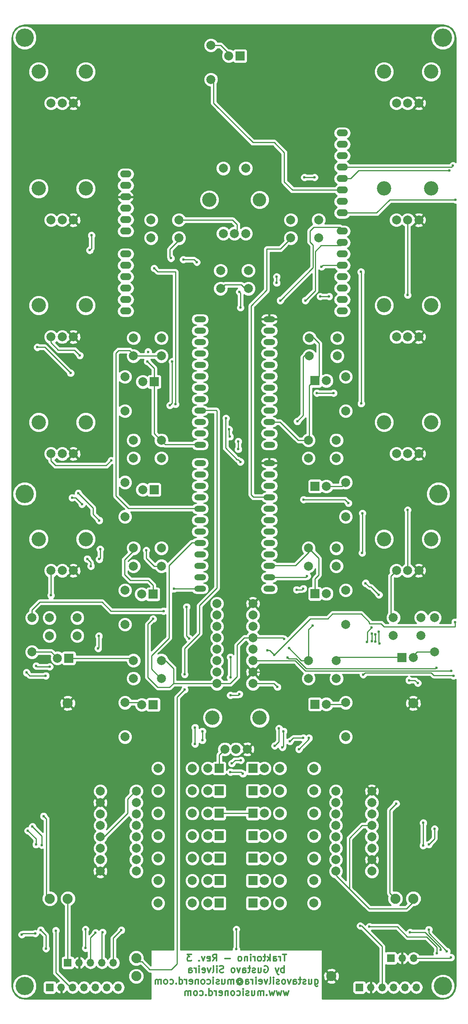
<source format=gbr>
G04 #@! TF.FileFunction,Copper,L2,Bot,Signal*
%FSLAX46Y46*%
G04 Gerber Fmt 4.6, Leading zero omitted, Abs format (unit mm)*
G04 Created by KiCad (PCBNEW 4.0.6) date Monday, July 02, 2018 'PMt' 05:04:15 PM*
%MOMM*%
%LPD*%
G01*
G04 APERTURE LIST*
%ADD10C,0.100000*%
%ADD11C,0.300000*%
%ADD12C,1.998980*%
%ADD13C,3.200000*%
%ADD14C,4.064000*%
%ADD15R,2.000000X2.000000*%
%ADD16C,2.000000*%
%ADD17O,2.540000X1.524000*%
%ADD18C,2.247900*%
%ADD19O,2.641600X1.320800*%
%ADD20C,3.000000*%
%ADD21R,1.700000X1.700000*%
%ADD22O,1.700000X1.700000*%
%ADD23C,0.600000*%
%ADD24C,0.250000*%
%ADD25C,0.254000*%
G04 APERTURE END LIST*
D10*
D11*
X116752857Y-202123571D02*
X115895714Y-202123571D01*
X116324285Y-203623571D02*
X116324285Y-202123571D01*
X115395714Y-203623571D02*
X115395714Y-202623571D01*
X115395714Y-202909286D02*
X115324286Y-202766429D01*
X115252857Y-202695000D01*
X115110000Y-202623571D01*
X114967143Y-202623571D01*
X113824286Y-203623571D02*
X113824286Y-202837857D01*
X113895715Y-202695000D01*
X114038572Y-202623571D01*
X114324286Y-202623571D01*
X114467143Y-202695000D01*
X113824286Y-203552143D02*
X113967143Y-203623571D01*
X114324286Y-203623571D01*
X114467143Y-203552143D01*
X114538572Y-203409286D01*
X114538572Y-203266429D01*
X114467143Y-203123571D01*
X114324286Y-203052143D01*
X113967143Y-203052143D01*
X113824286Y-202980714D01*
X113110000Y-203623571D02*
X113110000Y-202123571D01*
X112967143Y-203052143D02*
X112538572Y-203623571D01*
X112538572Y-202623571D02*
X113110000Y-203195000D01*
X112110000Y-202623571D02*
X111538571Y-202623571D01*
X111895714Y-202123571D02*
X111895714Y-203409286D01*
X111824286Y-203552143D01*
X111681428Y-203623571D01*
X111538571Y-203623571D01*
X110824285Y-203623571D02*
X110967143Y-203552143D01*
X111038571Y-203480714D01*
X111110000Y-203337857D01*
X111110000Y-202909286D01*
X111038571Y-202766429D01*
X110967143Y-202695000D01*
X110824285Y-202623571D01*
X110610000Y-202623571D01*
X110467143Y-202695000D01*
X110395714Y-202766429D01*
X110324285Y-202909286D01*
X110324285Y-203337857D01*
X110395714Y-203480714D01*
X110467143Y-203552143D01*
X110610000Y-203623571D01*
X110824285Y-203623571D01*
X109681428Y-203623571D02*
X109681428Y-202623571D01*
X109681428Y-202909286D02*
X109610000Y-202766429D01*
X109538571Y-202695000D01*
X109395714Y-202623571D01*
X109252857Y-202623571D01*
X108752857Y-203623571D02*
X108752857Y-202623571D01*
X108752857Y-202123571D02*
X108824286Y-202195000D01*
X108752857Y-202266429D01*
X108681429Y-202195000D01*
X108752857Y-202123571D01*
X108752857Y-202266429D01*
X108038571Y-202623571D02*
X108038571Y-203623571D01*
X108038571Y-202766429D02*
X107967143Y-202695000D01*
X107824285Y-202623571D01*
X107610000Y-202623571D01*
X107467143Y-202695000D01*
X107395714Y-202837857D01*
X107395714Y-203623571D01*
X106467142Y-203623571D02*
X106610000Y-203552143D01*
X106681428Y-203480714D01*
X106752857Y-203337857D01*
X106752857Y-202909286D01*
X106681428Y-202766429D01*
X106610000Y-202695000D01*
X106467142Y-202623571D01*
X106252857Y-202623571D01*
X106110000Y-202695000D01*
X106038571Y-202766429D01*
X105967142Y-202909286D01*
X105967142Y-203337857D01*
X106038571Y-203480714D01*
X106110000Y-203552143D01*
X106252857Y-203623571D01*
X106467142Y-203623571D01*
X104181428Y-203052143D02*
X103038571Y-203052143D01*
X100324285Y-203623571D02*
X100824285Y-202909286D01*
X101181428Y-203623571D02*
X101181428Y-202123571D01*
X100610000Y-202123571D01*
X100467142Y-202195000D01*
X100395714Y-202266429D01*
X100324285Y-202409286D01*
X100324285Y-202623571D01*
X100395714Y-202766429D01*
X100467142Y-202837857D01*
X100610000Y-202909286D01*
X101181428Y-202909286D01*
X99110000Y-203552143D02*
X99252857Y-203623571D01*
X99538571Y-203623571D01*
X99681428Y-203552143D01*
X99752857Y-203409286D01*
X99752857Y-202837857D01*
X99681428Y-202695000D01*
X99538571Y-202623571D01*
X99252857Y-202623571D01*
X99110000Y-202695000D01*
X99038571Y-202837857D01*
X99038571Y-202980714D01*
X99752857Y-203123571D01*
X98538571Y-202623571D02*
X98181428Y-203623571D01*
X97824286Y-202623571D01*
X97252857Y-203480714D02*
X97181429Y-203552143D01*
X97252857Y-203623571D01*
X97324286Y-203552143D01*
X97252857Y-203480714D01*
X97252857Y-203623571D01*
X95538571Y-202123571D02*
X94610000Y-202123571D01*
X95110000Y-202695000D01*
X94895714Y-202695000D01*
X94752857Y-202766429D01*
X94681428Y-202837857D01*
X94610000Y-202980714D01*
X94610000Y-203337857D01*
X94681428Y-203480714D01*
X94752857Y-203552143D01*
X94895714Y-203623571D01*
X95324286Y-203623571D01*
X95467143Y-203552143D01*
X95538571Y-203480714D01*
X116217142Y-206173571D02*
X116217142Y-204673571D01*
X116217142Y-205245000D02*
X116074285Y-205173571D01*
X115788571Y-205173571D01*
X115645714Y-205245000D01*
X115574285Y-205316429D01*
X115502856Y-205459286D01*
X115502856Y-205887857D01*
X115574285Y-206030714D01*
X115645714Y-206102143D01*
X115788571Y-206173571D01*
X116074285Y-206173571D01*
X116217142Y-206102143D01*
X115002856Y-205173571D02*
X114645713Y-206173571D01*
X114288571Y-205173571D02*
X114645713Y-206173571D01*
X114788571Y-206530714D01*
X114859999Y-206602143D01*
X115002856Y-206673571D01*
X111788571Y-204745000D02*
X111931428Y-204673571D01*
X112145714Y-204673571D01*
X112359999Y-204745000D01*
X112502857Y-204887857D01*
X112574285Y-205030714D01*
X112645714Y-205316429D01*
X112645714Y-205530714D01*
X112574285Y-205816429D01*
X112502857Y-205959286D01*
X112359999Y-206102143D01*
X112145714Y-206173571D01*
X112002857Y-206173571D01*
X111788571Y-206102143D01*
X111717142Y-206030714D01*
X111717142Y-205530714D01*
X112002857Y-205530714D01*
X110431428Y-205173571D02*
X110431428Y-206173571D01*
X111074285Y-205173571D02*
X111074285Y-205959286D01*
X111002857Y-206102143D01*
X110859999Y-206173571D01*
X110645714Y-206173571D01*
X110502857Y-206102143D01*
X110431428Y-206030714D01*
X109788571Y-206102143D02*
X109645714Y-206173571D01*
X109359999Y-206173571D01*
X109217142Y-206102143D01*
X109145714Y-205959286D01*
X109145714Y-205887857D01*
X109217142Y-205745000D01*
X109359999Y-205673571D01*
X109574285Y-205673571D01*
X109717142Y-205602143D01*
X109788571Y-205459286D01*
X109788571Y-205387857D01*
X109717142Y-205245000D01*
X109574285Y-205173571D01*
X109359999Y-205173571D01*
X109217142Y-205245000D01*
X108717142Y-205173571D02*
X108145713Y-205173571D01*
X108502856Y-204673571D02*
X108502856Y-205959286D01*
X108431428Y-206102143D01*
X108288570Y-206173571D01*
X108145713Y-206173571D01*
X107002856Y-206173571D02*
X107002856Y-205387857D01*
X107074285Y-205245000D01*
X107217142Y-205173571D01*
X107502856Y-205173571D01*
X107645713Y-205245000D01*
X107002856Y-206102143D02*
X107145713Y-206173571D01*
X107502856Y-206173571D01*
X107645713Y-206102143D01*
X107717142Y-205959286D01*
X107717142Y-205816429D01*
X107645713Y-205673571D01*
X107502856Y-205602143D01*
X107145713Y-205602143D01*
X107002856Y-205530714D01*
X106431427Y-205173571D02*
X106074284Y-206173571D01*
X105717142Y-205173571D01*
X104931427Y-206173571D02*
X105074285Y-206102143D01*
X105145713Y-206030714D01*
X105217142Y-205887857D01*
X105217142Y-205459286D01*
X105145713Y-205316429D01*
X105074285Y-205245000D01*
X104931427Y-205173571D01*
X104717142Y-205173571D01*
X104574285Y-205245000D01*
X104502856Y-205316429D01*
X104431427Y-205459286D01*
X104431427Y-205887857D01*
X104502856Y-206030714D01*
X104574285Y-206102143D01*
X104717142Y-206173571D01*
X104931427Y-206173571D01*
X102717142Y-206102143D02*
X102502856Y-206173571D01*
X102145713Y-206173571D01*
X102002856Y-206102143D01*
X101931427Y-206030714D01*
X101859999Y-205887857D01*
X101859999Y-205745000D01*
X101931427Y-205602143D01*
X102002856Y-205530714D01*
X102145713Y-205459286D01*
X102431427Y-205387857D01*
X102574285Y-205316429D01*
X102645713Y-205245000D01*
X102717142Y-205102143D01*
X102717142Y-204959286D01*
X102645713Y-204816429D01*
X102574285Y-204745000D01*
X102431427Y-204673571D01*
X102074285Y-204673571D01*
X101859999Y-204745000D01*
X101217142Y-206173571D02*
X101217142Y-205173571D01*
X101217142Y-204673571D02*
X101288571Y-204745000D01*
X101217142Y-204816429D01*
X101145714Y-204745000D01*
X101217142Y-204673571D01*
X101217142Y-204816429D01*
X100288570Y-206173571D02*
X100431428Y-206102143D01*
X100502856Y-205959286D01*
X100502856Y-204673571D01*
X99859999Y-205173571D02*
X99502856Y-206173571D01*
X99145714Y-205173571D01*
X98002857Y-206102143D02*
X98145714Y-206173571D01*
X98431428Y-206173571D01*
X98574285Y-206102143D01*
X98645714Y-205959286D01*
X98645714Y-205387857D01*
X98574285Y-205245000D01*
X98431428Y-205173571D01*
X98145714Y-205173571D01*
X98002857Y-205245000D01*
X97931428Y-205387857D01*
X97931428Y-205530714D01*
X98645714Y-205673571D01*
X97288571Y-206173571D02*
X97288571Y-205173571D01*
X97288571Y-204673571D02*
X97360000Y-204745000D01*
X97288571Y-204816429D01*
X97217143Y-204745000D01*
X97288571Y-204673571D01*
X97288571Y-204816429D01*
X96574285Y-206173571D02*
X96574285Y-205173571D01*
X96574285Y-205459286D02*
X96502857Y-205316429D01*
X96431428Y-205245000D01*
X96288571Y-205173571D01*
X96145714Y-205173571D01*
X95002857Y-206173571D02*
X95002857Y-205387857D01*
X95074286Y-205245000D01*
X95217143Y-205173571D01*
X95502857Y-205173571D01*
X95645714Y-205245000D01*
X95002857Y-206102143D02*
X95145714Y-206173571D01*
X95502857Y-206173571D01*
X95645714Y-206102143D01*
X95717143Y-205959286D01*
X95717143Y-205816429D01*
X95645714Y-205673571D01*
X95502857Y-205602143D01*
X95145714Y-205602143D01*
X95002857Y-205530714D01*
X123074286Y-207723571D02*
X123074286Y-208937857D01*
X123145715Y-209080714D01*
X123217143Y-209152143D01*
X123360000Y-209223571D01*
X123574286Y-209223571D01*
X123717143Y-209152143D01*
X123074286Y-208652143D02*
X123217143Y-208723571D01*
X123502857Y-208723571D01*
X123645715Y-208652143D01*
X123717143Y-208580714D01*
X123788572Y-208437857D01*
X123788572Y-208009286D01*
X123717143Y-207866429D01*
X123645715Y-207795000D01*
X123502857Y-207723571D01*
X123217143Y-207723571D01*
X123074286Y-207795000D01*
X121717143Y-207723571D02*
X121717143Y-208723571D01*
X122360000Y-207723571D02*
X122360000Y-208509286D01*
X122288572Y-208652143D01*
X122145714Y-208723571D01*
X121931429Y-208723571D01*
X121788572Y-208652143D01*
X121717143Y-208580714D01*
X121074286Y-208652143D02*
X120931429Y-208723571D01*
X120645714Y-208723571D01*
X120502857Y-208652143D01*
X120431429Y-208509286D01*
X120431429Y-208437857D01*
X120502857Y-208295000D01*
X120645714Y-208223571D01*
X120860000Y-208223571D01*
X121002857Y-208152143D01*
X121074286Y-208009286D01*
X121074286Y-207937857D01*
X121002857Y-207795000D01*
X120860000Y-207723571D01*
X120645714Y-207723571D01*
X120502857Y-207795000D01*
X120002857Y-207723571D02*
X119431428Y-207723571D01*
X119788571Y-207223571D02*
X119788571Y-208509286D01*
X119717143Y-208652143D01*
X119574285Y-208723571D01*
X119431428Y-208723571D01*
X118288571Y-208723571D02*
X118288571Y-207937857D01*
X118360000Y-207795000D01*
X118502857Y-207723571D01*
X118788571Y-207723571D01*
X118931428Y-207795000D01*
X118288571Y-208652143D02*
X118431428Y-208723571D01*
X118788571Y-208723571D01*
X118931428Y-208652143D01*
X119002857Y-208509286D01*
X119002857Y-208366429D01*
X118931428Y-208223571D01*
X118788571Y-208152143D01*
X118431428Y-208152143D01*
X118288571Y-208080714D01*
X117717142Y-207723571D02*
X117359999Y-208723571D01*
X117002857Y-207723571D01*
X116217142Y-208723571D02*
X116360000Y-208652143D01*
X116431428Y-208580714D01*
X116502857Y-208437857D01*
X116502857Y-208009286D01*
X116431428Y-207866429D01*
X116360000Y-207795000D01*
X116217142Y-207723571D01*
X116002857Y-207723571D01*
X115860000Y-207795000D01*
X115788571Y-207866429D01*
X115717142Y-208009286D01*
X115717142Y-208437857D01*
X115788571Y-208580714D01*
X115860000Y-208652143D01*
X116002857Y-208723571D01*
X116217142Y-208723571D01*
X115145714Y-208652143D02*
X115002857Y-208723571D01*
X114717142Y-208723571D01*
X114574285Y-208652143D01*
X114502857Y-208509286D01*
X114502857Y-208437857D01*
X114574285Y-208295000D01*
X114717142Y-208223571D01*
X114931428Y-208223571D01*
X115074285Y-208152143D01*
X115145714Y-208009286D01*
X115145714Y-207937857D01*
X115074285Y-207795000D01*
X114931428Y-207723571D01*
X114717142Y-207723571D01*
X114574285Y-207795000D01*
X113859999Y-208723571D02*
X113859999Y-207723571D01*
X113859999Y-207223571D02*
X113931428Y-207295000D01*
X113859999Y-207366429D01*
X113788571Y-207295000D01*
X113859999Y-207223571D01*
X113859999Y-207366429D01*
X112931427Y-208723571D02*
X113074285Y-208652143D01*
X113145713Y-208509286D01*
X113145713Y-207223571D01*
X112502856Y-207723571D02*
X112145713Y-208723571D01*
X111788571Y-207723571D01*
X110645714Y-208652143D02*
X110788571Y-208723571D01*
X111074285Y-208723571D01*
X111217142Y-208652143D01*
X111288571Y-208509286D01*
X111288571Y-207937857D01*
X111217142Y-207795000D01*
X111074285Y-207723571D01*
X110788571Y-207723571D01*
X110645714Y-207795000D01*
X110574285Y-207937857D01*
X110574285Y-208080714D01*
X111288571Y-208223571D01*
X109931428Y-208723571D02*
X109931428Y-207723571D01*
X109931428Y-207223571D02*
X110002857Y-207295000D01*
X109931428Y-207366429D01*
X109860000Y-207295000D01*
X109931428Y-207223571D01*
X109931428Y-207366429D01*
X109217142Y-208723571D02*
X109217142Y-207723571D01*
X109217142Y-208009286D02*
X109145714Y-207866429D01*
X109074285Y-207795000D01*
X108931428Y-207723571D01*
X108788571Y-207723571D01*
X107645714Y-208723571D02*
X107645714Y-207937857D01*
X107717143Y-207795000D01*
X107860000Y-207723571D01*
X108145714Y-207723571D01*
X108288571Y-207795000D01*
X107645714Y-208652143D02*
X107788571Y-208723571D01*
X108145714Y-208723571D01*
X108288571Y-208652143D01*
X108360000Y-208509286D01*
X108360000Y-208366429D01*
X108288571Y-208223571D01*
X108145714Y-208152143D01*
X107788571Y-208152143D01*
X107645714Y-208080714D01*
X106002857Y-208009286D02*
X106074285Y-207937857D01*
X106217142Y-207866429D01*
X106360000Y-207866429D01*
X106502857Y-207937857D01*
X106574285Y-208009286D01*
X106645714Y-208152143D01*
X106645714Y-208295000D01*
X106574285Y-208437857D01*
X106502857Y-208509286D01*
X106360000Y-208580714D01*
X106217142Y-208580714D01*
X106074285Y-208509286D01*
X106002857Y-208437857D01*
X106002857Y-207866429D02*
X106002857Y-208437857D01*
X105931428Y-208509286D01*
X105860000Y-208509286D01*
X105717142Y-208437857D01*
X105645714Y-208295000D01*
X105645714Y-207937857D01*
X105788571Y-207723571D01*
X106002857Y-207580714D01*
X106288571Y-207509286D01*
X106574285Y-207580714D01*
X106788571Y-207723571D01*
X106931428Y-207937857D01*
X107002857Y-208223571D01*
X106931428Y-208509286D01*
X106788571Y-208723571D01*
X106574285Y-208866429D01*
X106288571Y-208937857D01*
X106002857Y-208866429D01*
X105788571Y-208723571D01*
X105002857Y-208723571D02*
X105002857Y-207723571D01*
X105002857Y-207866429D02*
X104931429Y-207795000D01*
X104788571Y-207723571D01*
X104574286Y-207723571D01*
X104431429Y-207795000D01*
X104360000Y-207937857D01*
X104360000Y-208723571D01*
X104360000Y-207937857D02*
X104288571Y-207795000D01*
X104145714Y-207723571D01*
X103931429Y-207723571D01*
X103788571Y-207795000D01*
X103717143Y-207937857D01*
X103717143Y-208723571D01*
X102360000Y-207723571D02*
X102360000Y-208723571D01*
X103002857Y-207723571D02*
X103002857Y-208509286D01*
X102931429Y-208652143D01*
X102788571Y-208723571D01*
X102574286Y-208723571D01*
X102431429Y-208652143D01*
X102360000Y-208580714D01*
X101717143Y-208652143D02*
X101574286Y-208723571D01*
X101288571Y-208723571D01*
X101145714Y-208652143D01*
X101074286Y-208509286D01*
X101074286Y-208437857D01*
X101145714Y-208295000D01*
X101288571Y-208223571D01*
X101502857Y-208223571D01*
X101645714Y-208152143D01*
X101717143Y-208009286D01*
X101717143Y-207937857D01*
X101645714Y-207795000D01*
X101502857Y-207723571D01*
X101288571Y-207723571D01*
X101145714Y-207795000D01*
X100431428Y-208723571D02*
X100431428Y-207723571D01*
X100431428Y-207223571D02*
X100502857Y-207295000D01*
X100431428Y-207366429D01*
X100360000Y-207295000D01*
X100431428Y-207223571D01*
X100431428Y-207366429D01*
X99074285Y-208652143D02*
X99217142Y-208723571D01*
X99502856Y-208723571D01*
X99645714Y-208652143D01*
X99717142Y-208580714D01*
X99788571Y-208437857D01*
X99788571Y-208009286D01*
X99717142Y-207866429D01*
X99645714Y-207795000D01*
X99502856Y-207723571D01*
X99217142Y-207723571D01*
X99074285Y-207795000D01*
X98217142Y-208723571D02*
X98360000Y-208652143D01*
X98431428Y-208580714D01*
X98502857Y-208437857D01*
X98502857Y-208009286D01*
X98431428Y-207866429D01*
X98360000Y-207795000D01*
X98217142Y-207723571D01*
X98002857Y-207723571D01*
X97860000Y-207795000D01*
X97788571Y-207866429D01*
X97717142Y-208009286D01*
X97717142Y-208437857D01*
X97788571Y-208580714D01*
X97860000Y-208652143D01*
X98002857Y-208723571D01*
X98217142Y-208723571D01*
X97074285Y-207723571D02*
X97074285Y-208723571D01*
X97074285Y-207866429D02*
X97002857Y-207795000D01*
X96859999Y-207723571D01*
X96645714Y-207723571D01*
X96502857Y-207795000D01*
X96431428Y-207937857D01*
X96431428Y-208723571D01*
X95145714Y-208652143D02*
X95288571Y-208723571D01*
X95574285Y-208723571D01*
X95717142Y-208652143D01*
X95788571Y-208509286D01*
X95788571Y-207937857D01*
X95717142Y-207795000D01*
X95574285Y-207723571D01*
X95288571Y-207723571D01*
X95145714Y-207795000D01*
X95074285Y-207937857D01*
X95074285Y-208080714D01*
X95788571Y-208223571D01*
X94431428Y-208723571D02*
X94431428Y-207723571D01*
X94431428Y-208009286D02*
X94360000Y-207866429D01*
X94288571Y-207795000D01*
X94145714Y-207723571D01*
X94002857Y-207723571D01*
X92860000Y-208723571D02*
X92860000Y-207223571D01*
X92860000Y-208652143D02*
X93002857Y-208723571D01*
X93288571Y-208723571D01*
X93431429Y-208652143D01*
X93502857Y-208580714D01*
X93574286Y-208437857D01*
X93574286Y-208009286D01*
X93502857Y-207866429D01*
X93431429Y-207795000D01*
X93288571Y-207723571D01*
X93002857Y-207723571D01*
X92860000Y-207795000D01*
X92145714Y-208580714D02*
X92074286Y-208652143D01*
X92145714Y-208723571D01*
X92217143Y-208652143D01*
X92145714Y-208580714D01*
X92145714Y-208723571D01*
X90788571Y-208652143D02*
X90931428Y-208723571D01*
X91217142Y-208723571D01*
X91360000Y-208652143D01*
X91431428Y-208580714D01*
X91502857Y-208437857D01*
X91502857Y-208009286D01*
X91431428Y-207866429D01*
X91360000Y-207795000D01*
X91217142Y-207723571D01*
X90931428Y-207723571D01*
X90788571Y-207795000D01*
X89931428Y-208723571D02*
X90074286Y-208652143D01*
X90145714Y-208580714D01*
X90217143Y-208437857D01*
X90217143Y-208009286D01*
X90145714Y-207866429D01*
X90074286Y-207795000D01*
X89931428Y-207723571D01*
X89717143Y-207723571D01*
X89574286Y-207795000D01*
X89502857Y-207866429D01*
X89431428Y-208009286D01*
X89431428Y-208437857D01*
X89502857Y-208580714D01*
X89574286Y-208652143D01*
X89717143Y-208723571D01*
X89931428Y-208723571D01*
X88788571Y-208723571D02*
X88788571Y-207723571D01*
X88788571Y-207866429D02*
X88717143Y-207795000D01*
X88574285Y-207723571D01*
X88360000Y-207723571D01*
X88217143Y-207795000D01*
X88145714Y-207937857D01*
X88145714Y-208723571D01*
X88145714Y-207937857D02*
X88074285Y-207795000D01*
X87931428Y-207723571D01*
X87717143Y-207723571D01*
X87574285Y-207795000D01*
X87502857Y-207937857D01*
X87502857Y-208723571D01*
X117217143Y-210273571D02*
X116931429Y-211273571D01*
X116645715Y-210559286D01*
X116360000Y-211273571D01*
X116074286Y-210273571D01*
X115645714Y-210273571D02*
X115360000Y-211273571D01*
X115074286Y-210559286D01*
X114788571Y-211273571D01*
X114502857Y-210273571D01*
X114074285Y-210273571D02*
X113788571Y-211273571D01*
X113502857Y-210559286D01*
X113217142Y-211273571D01*
X112931428Y-210273571D01*
X112359999Y-211130714D02*
X112288571Y-211202143D01*
X112359999Y-211273571D01*
X112431428Y-211202143D01*
X112359999Y-211130714D01*
X112359999Y-211273571D01*
X111645713Y-211273571D02*
X111645713Y-210273571D01*
X111645713Y-210416429D02*
X111574285Y-210345000D01*
X111431427Y-210273571D01*
X111217142Y-210273571D01*
X111074285Y-210345000D01*
X111002856Y-210487857D01*
X111002856Y-211273571D01*
X111002856Y-210487857D02*
X110931427Y-210345000D01*
X110788570Y-210273571D01*
X110574285Y-210273571D01*
X110431427Y-210345000D01*
X110359999Y-210487857D01*
X110359999Y-211273571D01*
X109002856Y-210273571D02*
X109002856Y-211273571D01*
X109645713Y-210273571D02*
X109645713Y-211059286D01*
X109574285Y-211202143D01*
X109431427Y-211273571D01*
X109217142Y-211273571D01*
X109074285Y-211202143D01*
X109002856Y-211130714D01*
X108359999Y-211202143D02*
X108217142Y-211273571D01*
X107931427Y-211273571D01*
X107788570Y-211202143D01*
X107717142Y-211059286D01*
X107717142Y-210987857D01*
X107788570Y-210845000D01*
X107931427Y-210773571D01*
X108145713Y-210773571D01*
X108288570Y-210702143D01*
X108359999Y-210559286D01*
X108359999Y-210487857D01*
X108288570Y-210345000D01*
X108145713Y-210273571D01*
X107931427Y-210273571D01*
X107788570Y-210345000D01*
X107074284Y-211273571D02*
X107074284Y-210273571D01*
X107074284Y-209773571D02*
X107145713Y-209845000D01*
X107074284Y-209916429D01*
X107002856Y-209845000D01*
X107074284Y-209773571D01*
X107074284Y-209916429D01*
X105717141Y-211202143D02*
X105859998Y-211273571D01*
X106145712Y-211273571D01*
X106288570Y-211202143D01*
X106359998Y-211130714D01*
X106431427Y-210987857D01*
X106431427Y-210559286D01*
X106359998Y-210416429D01*
X106288570Y-210345000D01*
X106145712Y-210273571D01*
X105859998Y-210273571D01*
X105717141Y-210345000D01*
X104859998Y-211273571D02*
X105002856Y-211202143D01*
X105074284Y-211130714D01*
X105145713Y-210987857D01*
X105145713Y-210559286D01*
X105074284Y-210416429D01*
X105002856Y-210345000D01*
X104859998Y-210273571D01*
X104645713Y-210273571D01*
X104502856Y-210345000D01*
X104431427Y-210416429D01*
X104359998Y-210559286D01*
X104359998Y-210987857D01*
X104431427Y-211130714D01*
X104502856Y-211202143D01*
X104645713Y-211273571D01*
X104859998Y-211273571D01*
X103717141Y-210273571D02*
X103717141Y-211273571D01*
X103717141Y-210416429D02*
X103645713Y-210345000D01*
X103502855Y-210273571D01*
X103288570Y-210273571D01*
X103145713Y-210345000D01*
X103074284Y-210487857D01*
X103074284Y-211273571D01*
X101788570Y-211202143D02*
X101931427Y-211273571D01*
X102217141Y-211273571D01*
X102359998Y-211202143D01*
X102431427Y-211059286D01*
X102431427Y-210487857D01*
X102359998Y-210345000D01*
X102217141Y-210273571D01*
X101931427Y-210273571D01*
X101788570Y-210345000D01*
X101717141Y-210487857D01*
X101717141Y-210630714D01*
X102431427Y-210773571D01*
X101074284Y-211273571D02*
X101074284Y-210273571D01*
X101074284Y-210559286D02*
X101002856Y-210416429D01*
X100931427Y-210345000D01*
X100788570Y-210273571D01*
X100645713Y-210273571D01*
X99502856Y-211273571D02*
X99502856Y-209773571D01*
X99502856Y-211202143D02*
X99645713Y-211273571D01*
X99931427Y-211273571D01*
X100074285Y-211202143D01*
X100145713Y-211130714D01*
X100217142Y-210987857D01*
X100217142Y-210559286D01*
X100145713Y-210416429D01*
X100074285Y-210345000D01*
X99931427Y-210273571D01*
X99645713Y-210273571D01*
X99502856Y-210345000D01*
X98788570Y-211130714D02*
X98717142Y-211202143D01*
X98788570Y-211273571D01*
X98859999Y-211202143D01*
X98788570Y-211130714D01*
X98788570Y-211273571D01*
X97431427Y-211202143D02*
X97574284Y-211273571D01*
X97859998Y-211273571D01*
X98002856Y-211202143D01*
X98074284Y-211130714D01*
X98145713Y-210987857D01*
X98145713Y-210559286D01*
X98074284Y-210416429D01*
X98002856Y-210345000D01*
X97859998Y-210273571D01*
X97574284Y-210273571D01*
X97431427Y-210345000D01*
X96574284Y-211273571D02*
X96717142Y-211202143D01*
X96788570Y-211130714D01*
X96859999Y-210987857D01*
X96859999Y-210559286D01*
X96788570Y-210416429D01*
X96717142Y-210345000D01*
X96574284Y-210273571D01*
X96359999Y-210273571D01*
X96217142Y-210345000D01*
X96145713Y-210416429D01*
X96074284Y-210559286D01*
X96074284Y-210987857D01*
X96145713Y-211130714D01*
X96217142Y-211202143D01*
X96359999Y-211273571D01*
X96574284Y-211273571D01*
X95431427Y-211273571D02*
X95431427Y-210273571D01*
X95431427Y-210416429D02*
X95359999Y-210345000D01*
X95217141Y-210273571D01*
X95002856Y-210273571D01*
X94859999Y-210345000D01*
X94788570Y-210487857D01*
X94788570Y-211273571D01*
X94788570Y-210487857D02*
X94717141Y-210345000D01*
X94574284Y-210273571D01*
X94359999Y-210273571D01*
X94217141Y-210345000D01*
X94145713Y-210487857D01*
X94145713Y-211273571D01*
D12*
X128050000Y-69000000D03*
X121850000Y-69000000D03*
X128050000Y-65000000D03*
X121850000Y-65000000D03*
X127850000Y-115750000D03*
X121650000Y-115750000D03*
X127850000Y-111750000D03*
X121650000Y-111750000D03*
D13*
X149000000Y-5750000D03*
D12*
X143750000Y-12750000D03*
X146250000Y-12750000D03*
X141250000Y-12750000D03*
D13*
X138500000Y-5750000D03*
D12*
X101240000Y-124110000D03*
X101240000Y-126650000D03*
X101240000Y-129190000D03*
X101240000Y-131730000D03*
X101240000Y-134270000D03*
X101240000Y-136810000D03*
X101240000Y-139350000D03*
X101240000Y-141890000D03*
X109260000Y-141890000D03*
X109260000Y-139350000D03*
X109260000Y-136810000D03*
X109260000Y-134270000D03*
X109260000Y-131730000D03*
X109260000Y-129190000D03*
X109260000Y-126650000D03*
X109260000Y-124110000D03*
D14*
X58400000Y-99700000D03*
X150600000Y-99700000D03*
X58400000Y-209200000D03*
X151600000Y-209200000D03*
X151600000Y1800000D03*
D15*
X68250000Y-136250000D03*
D16*
X65710000Y-136250000D03*
D15*
X87050000Y-146600000D03*
D16*
X84510000Y-146600000D03*
D15*
X87000000Y-122000000D03*
D16*
X84460000Y-122000000D03*
D15*
X87250000Y-98750000D03*
D16*
X84710000Y-98750000D03*
D15*
X87250000Y-74750000D03*
D16*
X84710000Y-74750000D03*
D15*
X106400000Y-2250000D03*
D16*
X103860000Y-2250000D03*
D15*
X142500000Y-136100000D03*
D16*
X145040000Y-136100000D03*
D15*
X123100000Y-146500000D03*
D16*
X125640000Y-146500000D03*
D15*
X123100000Y-121900000D03*
D16*
X125640000Y-121900000D03*
D15*
X123100000Y-98000000D03*
D16*
X125640000Y-98000000D03*
D15*
X123100000Y-74500000D03*
D16*
X125640000Y-74500000D03*
D12*
X60000000Y-127250000D03*
X60000000Y-134870000D03*
X80750000Y-153750000D03*
X80750000Y-146130000D03*
X80750000Y-128750000D03*
X80750000Y-121130000D03*
X80750000Y-104750000D03*
X80750000Y-97130000D03*
X80750000Y-81250000D03*
X80750000Y-73630000D03*
X99900000Y-7500000D03*
X99900000Y120000D03*
X149750000Y-127250000D03*
X149750000Y-134870000D03*
X129950000Y-153750000D03*
X129950000Y-146130000D03*
X129950000Y-128750000D03*
X129950000Y-121130000D03*
X129950000Y-104750000D03*
X129950000Y-97130000D03*
X129950000Y-81250000D03*
X129950000Y-73630000D03*
X95750000Y-190750000D03*
X88130000Y-190750000D03*
X95750000Y-185750000D03*
X88130000Y-185750000D03*
X95750000Y-180750000D03*
X88130000Y-180750000D03*
X95750000Y-175750000D03*
X88130000Y-175750000D03*
X95750000Y-170750000D03*
X88130000Y-170750000D03*
X95750000Y-165750000D03*
X88130000Y-165750000D03*
X95750000Y-160750000D03*
X88130000Y-160750000D03*
X115250000Y-190750000D03*
X122870000Y-190750000D03*
X115250000Y-185750000D03*
X122870000Y-185750000D03*
X115250000Y-180750000D03*
X122870000Y-180750000D03*
X115250000Y-175750000D03*
X122870000Y-175750000D03*
X115250000Y-170750000D03*
X122870000Y-170750000D03*
X115250000Y-165750000D03*
X122870000Y-165750000D03*
X115250000Y-160750000D03*
X122870000Y-160750000D03*
D17*
X80890000Y-59000000D03*
X80890000Y-56460000D03*
X80890000Y-53920000D03*
X80890000Y-46300000D03*
X80890000Y-48840000D03*
X80890000Y-51380000D03*
X80890000Y-41220000D03*
X80890000Y-38680000D03*
X80890000Y-36140000D03*
X80890000Y-31060000D03*
X80890000Y-28520000D03*
X129150000Y-59000000D03*
X129150000Y-56460000D03*
X129150000Y-53920000D03*
X129150000Y-51380000D03*
X129150000Y-48840000D03*
X129150000Y-46300000D03*
X129150000Y-43760000D03*
X129150000Y-41220000D03*
X129150000Y-37156000D03*
X129150000Y-34616000D03*
X129150000Y-32076000D03*
X129150000Y-29536000D03*
X129150000Y-26996000D03*
X129150000Y-24456000D03*
X129150000Y-21916000D03*
X129150000Y-19376000D03*
X80890000Y-33600000D03*
D15*
X101750000Y-190750000D03*
D16*
X99210000Y-190750000D03*
D15*
X101750000Y-185750000D03*
D16*
X99210000Y-185750000D03*
D15*
X101750000Y-180750000D03*
D16*
X99210000Y-180750000D03*
D15*
X101750000Y-175750000D03*
D16*
X99210000Y-175750000D03*
D15*
X101750000Y-170750000D03*
D16*
X99210000Y-170750000D03*
D15*
X101750000Y-165750000D03*
D16*
X99210000Y-165750000D03*
D15*
X101750000Y-160750000D03*
D16*
X99210000Y-160750000D03*
D15*
X109250000Y-190750000D03*
D16*
X111790000Y-190750000D03*
D15*
X109250000Y-185750000D03*
D16*
X111790000Y-185750000D03*
D15*
X109250000Y-180750000D03*
D16*
X111790000Y-180750000D03*
D15*
X109250000Y-175750000D03*
D16*
X111790000Y-175750000D03*
D15*
X109250000Y-170750000D03*
D16*
X111790000Y-170750000D03*
D15*
X109250000Y-165750000D03*
D16*
X111790000Y-165750000D03*
D15*
X109250000Y-160750000D03*
D16*
X111790000Y-160750000D03*
D14*
X58400000Y1800000D03*
D18*
X144998980Y-146252520D03*
X144998980Y-189747480D03*
X141001020Y-189747480D03*
X126747480Y-206998980D03*
X83252520Y-206998980D03*
X83252520Y-203001020D03*
X67998980Y-146252520D03*
X67998980Y-189747480D03*
X64001020Y-189747480D03*
D12*
X127740000Y-165860000D03*
X127740000Y-168400000D03*
X127740000Y-170940000D03*
X127740000Y-173480000D03*
X127740000Y-176020000D03*
X127740000Y-178560000D03*
X127740000Y-181100000D03*
X127740000Y-183640000D03*
X135760000Y-183640000D03*
X135760000Y-181100000D03*
X135760000Y-178560000D03*
X135760000Y-176020000D03*
X135760000Y-173480000D03*
X135760000Y-170940000D03*
X135760000Y-168400000D03*
X135760000Y-165860000D03*
X83260000Y-183640000D03*
X83260000Y-181100000D03*
X83260000Y-178560000D03*
X83260000Y-176020000D03*
X83260000Y-173480000D03*
X83260000Y-170940000D03*
X83260000Y-168400000D03*
X83260000Y-165860000D03*
X75240000Y-165860000D03*
X75240000Y-168400000D03*
X75240000Y-170940000D03*
X75240000Y-173480000D03*
X75240000Y-176020000D03*
X75240000Y-178560000D03*
X75240000Y-181100000D03*
X75240000Y-183640000D03*
D19*
X97480000Y-92830000D03*
X97480000Y-95370000D03*
X97480000Y-97910000D03*
X97480000Y-100450000D03*
X97480000Y-102990000D03*
X97480000Y-105530000D03*
X97480000Y-108070000D03*
X97480000Y-110610000D03*
X97480000Y-113150000D03*
X97480000Y-115690000D03*
X97480000Y-118230000D03*
X97480000Y-120770000D03*
X112920000Y-120770000D03*
X112920000Y-118230000D03*
X112920000Y-115690000D03*
X112920000Y-113150000D03*
X112920000Y-110610000D03*
X112920000Y-108070000D03*
X112920000Y-105530000D03*
X112920000Y-102990000D03*
X112920000Y-100450000D03*
X112920000Y-97910000D03*
X112920000Y-95370000D03*
X112920000Y-92830000D03*
X97480000Y-60830000D03*
X97480000Y-63370000D03*
X97480000Y-65910000D03*
X97480000Y-68450000D03*
X97480000Y-70990000D03*
X97480000Y-73530000D03*
X97480000Y-76070000D03*
X97480000Y-78610000D03*
X97480000Y-81150000D03*
X97480000Y-83690000D03*
X97480000Y-86230000D03*
X97480000Y-88770000D03*
X112920000Y-88770000D03*
X112920000Y-86230000D03*
X112920000Y-83690000D03*
X112920000Y-81150000D03*
X112920000Y-78610000D03*
X112920000Y-76070000D03*
X112920000Y-73530000D03*
X112920000Y-70990000D03*
X112920000Y-68450000D03*
X112920000Y-65910000D03*
X112920000Y-63370000D03*
X112920000Y-60830000D03*
D13*
X72000000Y-5750000D03*
D12*
X66750000Y-12750000D03*
X69250000Y-12750000D03*
X64250000Y-12750000D03*
D13*
X61500000Y-5750000D03*
X72000000Y-31750000D03*
D12*
X66750000Y-38750000D03*
X69250000Y-38750000D03*
X64250000Y-38750000D03*
D13*
X61500000Y-31750000D03*
X72000000Y-57750000D03*
D12*
X66750000Y-64750000D03*
X69250000Y-64750000D03*
X64250000Y-64750000D03*
D13*
X61500000Y-57750000D03*
X72000000Y-83750000D03*
D12*
X66750000Y-90750000D03*
X69250000Y-90750000D03*
X64250000Y-90750000D03*
D13*
X61500000Y-83750000D03*
X72000000Y-109750000D03*
D12*
X66750000Y-116750000D03*
X69250000Y-116750000D03*
X64250000Y-116750000D03*
D13*
X61500000Y-109750000D03*
X110750000Y-149500000D03*
D12*
X105500000Y-156500000D03*
X108000000Y-156500000D03*
X103000000Y-156500000D03*
D13*
X100250000Y-149500000D03*
X149000000Y-109750000D03*
D12*
X143750000Y-116750000D03*
X146250000Y-116750000D03*
X141250000Y-116750000D03*
D13*
X138500000Y-109750000D03*
X149000000Y-83750000D03*
D12*
X143750000Y-90750000D03*
X146250000Y-90750000D03*
X141250000Y-90750000D03*
D13*
X138500000Y-83750000D03*
X149000000Y-57750000D03*
D12*
X143750000Y-64750000D03*
X146250000Y-64750000D03*
X141250000Y-64750000D03*
D13*
X138500000Y-57750000D03*
X149000000Y-31750000D03*
D12*
X143750000Y-38750000D03*
X146250000Y-38750000D03*
X141250000Y-38750000D03*
D13*
X138500000Y-31750000D03*
D12*
X92750000Y-42750000D03*
X86550000Y-42750000D03*
X92750000Y-38750000D03*
X86550000Y-38750000D03*
X108250000Y-54000000D03*
X102050000Y-54000000D03*
X108250000Y-50000000D03*
X102050000Y-50000000D03*
X123900000Y-42750000D03*
X117700000Y-42750000D03*
X123900000Y-38750000D03*
X117700000Y-38750000D03*
X88850000Y-69000000D03*
X82650000Y-69000000D03*
X88850000Y-65000000D03*
X82650000Y-65000000D03*
X88850000Y-91750000D03*
X82650000Y-91750000D03*
X88850000Y-87750000D03*
X82650000Y-87750000D03*
X88850000Y-115750000D03*
X82650000Y-115750000D03*
X88850000Y-111750000D03*
X82650000Y-111750000D03*
X88850000Y-140750000D03*
X82650000Y-140750000D03*
X88850000Y-136750000D03*
X82650000Y-136750000D03*
X70100000Y-131250000D03*
X63900000Y-131250000D03*
X70100000Y-127250000D03*
X63900000Y-127250000D03*
X127850000Y-140750000D03*
X121650000Y-140750000D03*
X127850000Y-136750000D03*
X121650000Y-136750000D03*
X146750000Y-131200000D03*
X140550000Y-131200000D03*
X146750000Y-127200000D03*
X140550000Y-127200000D03*
X127850000Y-91750000D03*
X121650000Y-91750000D03*
X127850000Y-87750000D03*
X121650000Y-87750000D03*
X102650000Y-27250000D03*
X102650000Y-41750000D03*
X105150000Y-41750000D03*
X107650000Y-41750000D03*
X107650000Y-27250000D03*
D20*
X110750000Y-34250000D03*
D13*
X99550000Y-34250000D03*
D21*
X68000000Y-204000000D03*
D22*
X70540000Y-204000000D03*
X73080000Y-204000000D03*
X75620000Y-204000000D03*
X78160000Y-204000000D03*
D21*
X133000000Y-209500000D03*
D22*
X135540000Y-209500000D03*
X138080000Y-209500000D03*
X140620000Y-209500000D03*
X143160000Y-209500000D03*
X145700000Y-209500000D03*
D21*
X64000000Y-209500000D03*
D22*
X66540000Y-209500000D03*
X69080000Y-209500000D03*
X71620000Y-209500000D03*
X74160000Y-209500000D03*
X76700000Y-209500000D03*
X79240000Y-209500000D03*
D21*
X140000000Y-203000000D03*
D22*
X142540000Y-203000000D03*
X145080000Y-203000000D03*
D23*
X70690000Y-68900000D03*
X85880000Y-68080000D03*
X85730000Y-70220000D03*
X91660000Y-120820000D03*
X117310000Y-134000000D03*
X116240000Y-131980000D03*
X122540000Y-128970000D03*
X77670000Y-92260000D03*
X87000000Y-127500000D03*
X64250000Y-122250000D03*
X98000000Y-154500000D03*
X98000000Y-152500000D03*
X63950000Y-138150000D03*
X60950000Y-137950000D03*
X68950000Y-100550000D03*
X71150000Y-101950000D03*
X136550000Y-130950000D03*
X136550000Y-132550000D03*
X72350000Y-114150000D03*
X73150000Y-115750000D03*
X60750000Y-197500000D03*
X57750000Y-197750000D03*
X119500000Y-156500000D03*
X121750000Y-154000000D03*
X135750000Y-130750000D03*
X135750000Y-132500000D03*
X104250000Y-140500000D03*
X104250000Y-136000000D03*
X120500000Y-154000000D03*
X117500000Y-154750000D03*
X89350000Y-125750000D03*
X85500000Y-112250000D03*
X119000000Y-121000000D03*
X120500000Y-120750000D03*
X90750000Y-80000000D03*
X91250000Y-70250000D03*
X91000000Y-47250000D03*
X119150000Y-83550000D03*
X120750000Y-29250000D03*
X123000000Y-29250000D03*
X106500000Y-58250000D03*
X106250000Y-54750000D03*
X141200000Y-168600000D03*
X130550000Y-101750000D03*
X120550000Y-100950000D03*
X62600000Y-171400000D03*
X143750000Y-103250000D03*
X127250000Y-77250000D03*
X123500000Y-77250000D03*
X143750000Y-55450000D03*
X114440000Y-140540000D03*
X103250000Y-82850000D03*
X106450000Y-92550000D03*
X105550000Y-196550000D03*
X105550000Y-200950000D03*
X94050000Y-143250000D03*
X94050000Y-139850000D03*
X92000000Y-79750000D03*
X87250000Y-49500000D03*
X94500000Y-124820000D03*
X95030000Y-131840000D03*
X96370000Y-151660000D03*
X96370000Y-155310000D03*
X104240000Y-161580000D03*
X107020000Y-161960000D03*
X133160000Y-195790000D03*
X124550000Y-49150000D03*
X114550000Y-52750000D03*
X114550000Y-51350000D03*
X103950000Y-85350000D03*
X104150000Y-86950000D03*
X135230000Y-195970000D03*
X115820000Y-156100000D03*
X116090000Y-152510000D03*
X150290000Y-201910000D03*
X126250000Y-55750000D03*
X124250000Y-55750000D03*
X148470000Y-177700000D03*
X149760000Y-174230000D03*
X150150000Y-138360000D03*
X116970000Y-136090000D03*
X152500000Y-201500000D03*
X148450000Y-196610000D03*
X115350000Y-56650000D03*
X144280000Y-197270000D03*
X147190000Y-177920000D03*
X147240000Y-172890000D03*
X146010000Y-141770000D03*
X144060000Y-141150000D03*
X137460000Y-132940000D03*
X137300000Y-130310000D03*
X137350000Y-122150000D03*
X151100000Y-201150000D03*
X134380000Y-119560000D03*
X121350000Y-117970000D03*
X120950000Y-56650000D03*
X106000000Y-88000000D03*
X106000000Y-89750000D03*
X75750000Y-197200000D03*
X114000000Y-135500000D03*
X154300000Y-128200000D03*
X154450000Y-34250000D03*
X112500000Y-134500000D03*
X93750000Y-47550000D03*
X96750000Y-48150000D03*
X153050000Y-27750000D03*
X71950000Y-196550000D03*
X71950000Y-200750000D03*
X74180000Y-197340000D03*
X153450000Y-139050000D03*
X153850000Y-26650000D03*
X104250000Y-144500000D03*
X106250000Y-144250000D03*
X62220000Y-177810000D03*
X65320000Y-196860000D03*
X73280000Y-42160000D03*
X72900000Y-45470000D03*
X61210000Y-67060000D03*
X68630000Y-72810000D03*
X70350000Y-99520000D03*
X75020000Y-105590000D03*
X75210000Y-111980000D03*
X75020000Y-114220000D03*
X74940000Y-131320000D03*
X74770000Y-134060000D03*
X63090000Y-140150000D03*
X58790000Y-139450000D03*
X60120000Y-173700000D03*
X63140000Y-200840000D03*
X61970000Y-196710000D03*
X60910000Y-177700000D03*
X59120000Y-174630000D03*
X114720000Y-142660000D03*
X115060000Y-151880000D03*
X114110000Y-155740000D03*
X106570000Y-158950000D03*
X104550000Y-159680000D03*
X79940000Y-196750000D03*
X133350000Y-50290000D03*
X133390000Y-79590000D03*
X133660000Y-103990000D03*
X133610000Y-112820000D03*
X135710000Y-129460000D03*
X134720000Y-132660000D03*
X133830000Y-139920000D03*
X153960000Y-140170000D03*
X153430000Y-202830000D03*
D24*
X64250000Y-66040000D02*
X64250000Y-64750000D01*
X65880000Y-67670000D02*
X64250000Y-66040000D01*
X69460000Y-67670000D02*
X65880000Y-67670000D01*
X70690000Y-68900000D02*
X69460000Y-67670000D01*
X101750000Y-160750000D02*
X101750000Y-157750000D01*
X101750000Y-157750000D02*
X103000000Y-156500000D01*
X87250000Y-74750000D02*
X87250000Y-71740000D01*
X87250000Y-71740000D02*
X85730000Y-70220000D01*
X97480000Y-120770000D02*
X91710000Y-120770000D01*
X91710000Y-120770000D02*
X91660000Y-120820000D01*
X109260000Y-131730000D02*
X115990000Y-131730000D01*
X120060000Y-136750000D02*
X121650000Y-136750000D01*
X117310000Y-134000000D02*
X120060000Y-136750000D01*
X115990000Y-131730000D02*
X116240000Y-131980000D01*
X101750000Y-170750000D02*
X109250000Y-170750000D01*
X123100000Y-121900000D02*
X123100000Y-118580000D01*
X123940000Y-114040000D02*
X121650000Y-111750000D01*
X123940000Y-117740000D02*
X123940000Y-114040000D01*
X123100000Y-118580000D02*
X123940000Y-117740000D01*
X121650000Y-136750000D02*
X121650000Y-129860000D01*
X121650000Y-129860000D02*
X122540000Y-128970000D01*
X68250000Y-136250000D02*
X82150000Y-136250000D01*
X82150000Y-136250000D02*
X82650000Y-136750000D01*
X68000000Y-204000000D02*
X68000000Y-189748500D01*
X68000000Y-189748500D02*
X67998980Y-189747480D01*
X77670000Y-92260000D02*
X76550000Y-93380000D01*
X76550000Y-93380000D02*
X65280000Y-93380000D01*
X65280000Y-93380000D02*
X64250000Y-92350000D01*
X64250000Y-92350000D02*
X64250000Y-90750000D01*
X140000000Y-126000000D02*
X140000000Y-126550000D01*
X140000000Y-126000000D02*
X140000000Y-119000000D01*
X141250000Y-116750000D02*
X140000000Y-118000000D01*
X140000000Y-119000000D02*
X140000000Y-118000000D01*
X140000000Y-126550000D02*
X140650000Y-127200000D01*
X141000000Y-136000000D02*
X142150000Y-136000000D01*
X90680000Y-142700000D02*
X91550000Y-141830000D01*
X88050000Y-142700000D02*
X90680000Y-142700000D01*
X85850000Y-140500000D02*
X88050000Y-142700000D01*
X85850000Y-128650000D02*
X85850000Y-140500000D01*
X87000000Y-127500000D02*
X85850000Y-128650000D01*
X88875000Y-136875000D02*
X88750000Y-136750000D01*
X88875000Y-136875000D02*
X89875000Y-136875000D01*
X91550000Y-138550000D02*
X89875000Y-136875000D01*
X91550000Y-141830000D02*
X91550000Y-138550000D01*
X91610000Y-141890000D02*
X91550000Y-141830000D01*
X91610000Y-141890000D02*
X101440000Y-141890000D01*
X134150000Y-190950000D02*
X135200000Y-192000000D01*
X135200000Y-192000000D02*
X143500000Y-192000000D01*
X143500000Y-192000000D02*
X145250000Y-190250000D01*
X130750000Y-187550000D02*
X134150000Y-190950000D01*
X129500000Y-136000000D02*
X128500000Y-136000000D01*
X141250000Y-136000000D02*
X141000000Y-136000000D01*
X141000000Y-136000000D02*
X129500000Y-136000000D01*
X128500000Y-136000000D02*
X127750000Y-136750000D01*
X123100000Y-74500000D02*
X122900000Y-74500000D01*
X122900000Y-74500000D02*
X121800000Y-75600000D01*
X121800000Y-75600000D02*
X121800000Y-87700000D01*
X121800000Y-87700000D02*
X121750000Y-87750000D01*
X121950000Y-64750000D02*
X122550000Y-64750000D01*
X122550000Y-64750000D02*
X124000000Y-66200000D01*
X124000000Y-66200000D02*
X124000000Y-73600000D01*
X124000000Y-73600000D02*
X123100000Y-74500000D01*
X121750000Y-87750000D02*
X119350000Y-87750000D01*
X119350000Y-87750000D02*
X115290000Y-83690000D01*
X122300000Y-87200000D02*
X121750000Y-87750000D01*
X121750000Y-111750000D02*
X121750000Y-112650000D01*
X121750000Y-112650000D02*
X118760000Y-115640000D01*
X88875000Y-136875000D02*
X88750000Y-136750000D01*
X85450000Y-118950000D02*
X85950000Y-118950000D01*
X81950000Y-118950000D02*
X85450000Y-118950000D01*
X80650000Y-117650000D02*
X81950000Y-118950000D01*
X80650000Y-114350000D02*
X80650000Y-117650000D01*
X82750000Y-112250000D02*
X80650000Y-114350000D01*
X87000000Y-120000000D02*
X87000000Y-122000000D01*
X85950000Y-118950000D02*
X87000000Y-120000000D01*
X82750000Y-111750000D02*
X82750000Y-112250000D01*
X64250000Y-116750000D02*
X64250000Y-122250000D01*
X101440000Y-141890000D02*
X104210000Y-141890000D01*
X104210000Y-141890000D02*
X105750000Y-140350000D01*
X105750000Y-140350000D02*
X105750000Y-133350000D01*
X105750000Y-133350000D02*
X107370000Y-131730000D01*
X107370000Y-131730000D02*
X109060000Y-131730000D01*
X87250000Y-74750000D02*
X87250000Y-86250000D01*
X87250000Y-86250000D02*
X88750000Y-87750000D01*
X97130000Y-88720000D02*
X89720000Y-88720000D01*
X89720000Y-88720000D02*
X88750000Y-87750000D01*
X105750000Y-41750000D02*
X105750000Y-39750000D01*
X105750000Y-39750000D02*
X104750000Y-38750000D01*
X104750000Y-38750000D02*
X93250000Y-38750000D01*
X130750000Y-187550000D02*
X130750000Y-187350000D01*
X130750000Y-176350000D02*
X130750000Y-187350000D01*
X75440000Y-176020000D02*
X76080000Y-176020000D01*
X76080000Y-176020000D02*
X81350000Y-170750000D01*
X81350000Y-170750000D02*
X81350000Y-167570000D01*
X81350000Y-167570000D02*
X83060000Y-165860000D01*
X127940000Y-183640000D02*
X127940000Y-184740000D01*
X127940000Y-184740000D02*
X130750000Y-187550000D01*
X98000000Y-152500000D02*
X98000000Y-154500000D01*
X133620000Y-173480000D02*
X130750000Y-176350000D01*
X115290000Y-83690000D02*
X112820000Y-83690000D01*
X118760000Y-115640000D02*
X113370000Y-115640000D01*
X133620000Y-173480000D02*
X135560000Y-173480000D01*
X100500000Y-8100000D02*
X100500000Y-12750000D01*
X100500000Y-12750000D02*
X109250000Y-21500000D01*
X109250000Y-21500000D02*
X114000000Y-21500000D01*
X114000000Y-21500000D02*
X116250000Y-23750000D01*
X116250000Y-23750000D02*
X116250000Y-30250000D01*
X116250000Y-30250000D02*
X118076000Y-32076000D01*
X118076000Y-32076000D02*
X129550000Y-32076000D01*
X100500000Y-8100000D02*
X99900000Y-7500000D01*
X61150000Y-138150000D02*
X63950000Y-138150000D01*
X60950000Y-137950000D02*
X61150000Y-138150000D01*
X69750000Y-100550000D02*
X68950000Y-100550000D01*
X71150000Y-101950000D02*
X69750000Y-100550000D01*
X136550000Y-130950000D02*
X136550000Y-132550000D01*
X72350000Y-114150000D02*
X73150000Y-114950000D01*
X73150000Y-114950000D02*
X73150000Y-115750000D01*
X58000000Y-197500000D02*
X60750000Y-197500000D01*
X57750000Y-197750000D02*
X58000000Y-197500000D01*
X119500000Y-156500000D02*
X121750000Y-154250000D01*
X121750000Y-154250000D02*
X121750000Y-154000000D01*
X135750000Y-132500000D02*
X135750000Y-130750000D01*
X104250000Y-140500000D02*
X104250000Y-136000000D01*
X118250000Y-154000000D02*
X120500000Y-154000000D01*
X117500000Y-154750000D02*
X118250000Y-154000000D01*
X60000000Y-127250000D02*
X60000000Y-125500000D01*
X77650000Y-125750000D02*
X89350000Y-125750000D01*
X75650000Y-123750000D02*
X77650000Y-125750000D01*
X61750000Y-123750000D02*
X75650000Y-123750000D01*
X60000000Y-125500000D02*
X61750000Y-123750000D01*
X87250000Y-115750000D02*
X88750000Y-115750000D01*
X85500000Y-114000000D02*
X87250000Y-115750000D01*
X85500000Y-112250000D02*
X85500000Y-114000000D01*
X120250000Y-121000000D02*
X119000000Y-121000000D01*
X120500000Y-120750000D02*
X120250000Y-121000000D01*
X86650000Y-138650000D02*
X88750000Y-140750000D01*
X86650000Y-137850000D02*
X86650000Y-138650000D01*
X98130000Y-110560000D02*
X95640000Y-110560000D01*
X86650000Y-135650000D02*
X86650000Y-137850000D01*
X90550000Y-131750000D02*
X86650000Y-135650000D01*
X90550000Y-115650000D02*
X90550000Y-131750000D01*
X95640000Y-110560000D02*
X90550000Y-115650000D01*
X88950000Y-140150000D02*
X89150000Y-140150000D01*
X115350000Y-45200000D02*
X117800000Y-42750000D01*
X112350000Y-45200000D02*
X115350000Y-45200000D01*
X109400000Y-100400000D02*
X108850000Y-99850000D01*
X108850000Y-99850000D02*
X108850000Y-57850000D01*
X108850000Y-57850000D02*
X112350000Y-54350000D01*
X113370000Y-100400000D02*
X109400000Y-100400000D01*
X112350000Y-54350000D02*
X112350000Y-45200000D01*
X117350000Y-42300000D02*
X117800000Y-42750000D01*
X90750000Y-80000000D02*
X91250000Y-79500000D01*
X91250000Y-79500000D02*
X91250000Y-70250000D01*
X91000000Y-47250000D02*
X90750000Y-47000000D01*
X90750000Y-47000000D02*
X90750000Y-45250000D01*
X90750000Y-45250000D02*
X93250000Y-42750000D01*
X121950000Y-68750000D02*
X121000000Y-68750000D01*
X120500000Y-69250000D02*
X120500000Y-82200000D01*
X120500000Y-82200000D02*
X119150000Y-83550000D01*
X121000000Y-68750000D02*
X120500000Y-69250000D01*
X82750000Y-69000000D02*
X88750000Y-69000000D01*
X80750000Y-67750000D02*
X81750000Y-67750000D01*
X81750000Y-67750000D02*
X82750000Y-68750000D01*
X80750000Y-67750000D02*
X79350000Y-67750000D01*
X81540000Y-102940000D02*
X97130000Y-102940000D01*
X78750000Y-100150000D02*
X81540000Y-102940000D01*
X78750000Y-68350000D02*
X78750000Y-100150000D01*
X79350000Y-67750000D02*
X78750000Y-68350000D01*
X123000000Y-29250000D02*
X120750000Y-29250000D01*
X106500000Y-55000000D02*
X106500000Y-58250000D01*
X106250000Y-54750000D02*
X106500000Y-55000000D01*
X139750000Y-170050000D02*
X139750000Y-187760000D01*
X141200000Y-168600000D02*
X139750000Y-170050000D01*
X139750000Y-188496460D02*
X141001020Y-189747480D01*
X139750000Y-187760000D02*
X139750000Y-188496460D01*
X130550000Y-101750000D02*
X129750000Y-100950000D01*
X129750000Y-100950000D02*
X120550000Y-100950000D01*
X63250000Y-188010000D02*
X63250000Y-188996460D01*
X63250000Y-188996460D02*
X64001020Y-189747480D01*
X62600000Y-171400000D02*
X63250000Y-172050000D01*
X63250000Y-172050000D02*
X63250000Y-188010000D01*
X143750000Y-116750000D02*
X143750000Y-115750000D01*
X143750000Y-103250000D02*
X143750000Y-115750000D01*
X123500000Y-77250000D02*
X127250000Y-77250000D01*
X143750000Y-40500000D02*
X143750000Y-38750000D01*
X143750000Y-55450000D02*
X143750000Y-40500000D01*
X113250000Y-139350000D02*
X109260000Y-139350000D01*
X114440000Y-140540000D02*
X113250000Y-139350000D01*
X108150000Y-54000000D02*
X107550000Y-54000000D01*
X107550000Y-54000000D02*
X106700000Y-53150000D01*
X106700000Y-53150000D02*
X103000000Y-53150000D01*
X103000000Y-53150000D02*
X102150000Y-54000000D01*
X105750000Y-92050000D02*
X105950000Y-92050000D01*
X103250000Y-82850000D02*
X103150000Y-82950000D01*
X103150000Y-82950000D02*
X103150000Y-89450000D01*
X103150000Y-89450000D02*
X105750000Y-92050000D01*
X105950000Y-92050000D02*
X106450000Y-92550000D01*
X111960000Y-97860000D02*
X113370000Y-97860000D01*
X105550000Y-196550000D02*
X105550000Y-200950000D01*
X86290000Y-205540000D02*
X91050000Y-205540000D01*
X91050000Y-205540000D02*
X92350000Y-204240000D01*
X84530000Y-203780000D02*
X84031500Y-203780000D01*
X84031500Y-203780000D02*
X83252520Y-203001020D01*
X86290000Y-205540000D02*
X84530000Y-203780000D01*
X101100000Y-81100000D02*
X101250000Y-81250000D01*
X92350000Y-144950000D02*
X92350000Y-204240000D01*
X101100000Y-81100000D02*
X98130000Y-81100000D01*
X94050000Y-143250000D02*
X92350000Y-144950000D01*
X94050000Y-134050000D02*
X94050000Y-139850000D01*
X97350000Y-130750000D02*
X94050000Y-134050000D01*
X97350000Y-124550000D02*
X97350000Y-130750000D01*
X101250000Y-120650000D02*
X97350000Y-124550000D01*
X101250000Y-81250000D02*
X101250000Y-120650000D01*
X92000000Y-50250000D02*
X88000000Y-50250000D01*
X92000000Y-79750000D02*
X92000000Y-50250000D01*
X88000000Y-50250000D02*
X87250000Y-49500000D01*
X138080000Y-210000000D02*
X138080000Y-200380000D01*
X94500000Y-131310000D02*
X94500000Y-124820000D01*
X95030000Y-131840000D02*
X94500000Y-131310000D01*
X96370000Y-155310000D02*
X96370000Y-151660000D01*
X106640000Y-161580000D02*
X104240000Y-161580000D01*
X107020000Y-161960000D02*
X106640000Y-161580000D01*
X133490000Y-195790000D02*
X133160000Y-195790000D01*
X138080000Y-200380000D02*
X133490000Y-195790000D01*
X126820000Y-48840000D02*
X129150000Y-48840000D01*
X124860000Y-48840000D02*
X126820000Y-48840000D01*
X126820000Y-48840000D02*
X129550000Y-48840000D01*
X124550000Y-49150000D02*
X124860000Y-48840000D01*
X114550000Y-51350000D02*
X114550000Y-52750000D01*
X103950000Y-86750000D02*
X103950000Y-85350000D01*
X104150000Y-86950000D02*
X103950000Y-86750000D01*
X135230000Y-195970000D02*
X141440000Y-195970000D01*
X115820000Y-156100000D02*
X116090000Y-155830000D01*
X116090000Y-155830000D02*
X116090000Y-152510000D01*
X150290000Y-200562796D02*
X150290000Y-201910000D01*
X147947204Y-198220000D02*
X150290000Y-200562796D01*
X143690000Y-198220000D02*
X147947204Y-198220000D01*
X141440000Y-195970000D02*
X143690000Y-198220000D01*
X124250000Y-55750000D02*
X126250000Y-55750000D01*
X148470000Y-177700000D02*
X149760000Y-176410000D01*
X149760000Y-176410000D02*
X149760000Y-174230000D01*
X150150000Y-138360000D02*
X149910002Y-138599998D01*
X149910002Y-138599998D02*
X121136396Y-138599998D01*
X121136396Y-138599998D02*
X118896396Y-136359998D01*
X118896396Y-136359998D02*
X117239998Y-136359998D01*
X117239998Y-136359998D02*
X116970000Y-136090000D01*
X152500000Y-201500000D02*
X148450000Y-197450000D01*
X148450000Y-197450000D02*
X148450000Y-196610000D01*
X122650000Y-44700000D02*
X122650000Y-44310000D01*
X122820000Y-40350000D02*
X123950000Y-40350000D01*
X121990000Y-41180000D02*
X122820000Y-40350000D01*
X121990000Y-43650000D02*
X121990000Y-41180000D01*
X122650000Y-44310000D02*
X121990000Y-43650000D01*
X128680000Y-40350000D02*
X129550000Y-41220000D01*
X123950000Y-40350000D02*
X128680000Y-40350000D01*
X122650000Y-49350000D02*
X122650000Y-44700000D01*
X115350000Y-56650000D02*
X122650000Y-49350000D01*
X135570000Y-120370000D02*
X135190000Y-120370000D01*
X144280000Y-197270000D02*
X147633602Y-197270000D01*
X147190000Y-177920000D02*
X147240000Y-177870000D01*
X147240000Y-177870000D02*
X147240000Y-172890000D01*
X146010000Y-141770000D02*
X145390000Y-141150000D01*
X145390000Y-141150000D02*
X144060000Y-141150000D01*
X137460000Y-132940000D02*
X137300000Y-132780000D01*
X137300000Y-132780000D02*
X137300000Y-130310000D01*
X137350000Y-122150000D02*
X135570000Y-120370000D01*
X151100000Y-200736398D02*
X151100000Y-201150000D01*
X147633602Y-197270000D02*
X151100000Y-200736398D01*
X135190000Y-120370000D02*
X134380000Y-119560000D01*
X112920000Y-118230000D02*
X121090000Y-118230000D01*
X121350000Y-117970000D02*
X121090000Y-118230000D01*
X123150000Y-46350000D02*
X123150000Y-45750000D01*
X123150000Y-45750000D02*
X124450000Y-44450000D01*
X124450000Y-44450000D02*
X128860000Y-44450000D01*
X128860000Y-44450000D02*
X129550000Y-43760000D01*
X123150000Y-54450000D02*
X123150000Y-46350000D01*
X120950000Y-56650000D02*
X123150000Y-54450000D01*
X123150000Y-46350000D02*
X123150000Y-46150000D01*
X106000000Y-89750000D02*
X106000000Y-88000000D01*
X75620000Y-204000000D02*
X75620000Y-197330000D01*
X75620000Y-197330000D02*
X75750000Y-197200000D01*
X154300000Y-128200000D02*
X154300000Y-129250000D01*
X154300000Y-129250000D02*
X154300000Y-129200000D01*
X154300000Y-129200000D02*
X154300000Y-129250000D01*
X122050000Y-127450000D02*
X125950000Y-127450000D01*
X135200000Y-128200000D02*
X135200000Y-128550000D01*
X133400000Y-126400000D02*
X135200000Y-128200000D01*
X127000000Y-126400000D02*
X133400000Y-126400000D01*
X125950000Y-127450000D02*
X127000000Y-126400000D01*
X137750000Y-128550000D02*
X137800000Y-128550000D01*
X137750000Y-128550000D02*
X135200000Y-128550000D01*
X137800000Y-128550000D02*
X138500000Y-129250000D01*
X138500000Y-129250000D02*
X154300000Y-129250000D01*
X122050000Y-127450000D02*
X114000000Y-135500000D01*
X136844000Y-37156000D02*
X139750000Y-34250000D01*
X139750000Y-34250000D02*
X154450000Y-34250000D01*
X129550000Y-37156000D02*
X136844000Y-37156000D01*
X113000000Y-134500000D02*
X112500000Y-134500000D01*
X114000000Y-135500000D02*
X113000000Y-134500000D01*
X96150000Y-47550000D02*
X93750000Y-47550000D01*
X96750000Y-48150000D02*
X96150000Y-47550000D01*
X60000000Y-134870000D02*
X64330000Y-134870000D01*
X64330000Y-134870000D02*
X65710000Y-136250000D01*
X80750000Y-146130000D02*
X83840000Y-146130000D01*
X83840000Y-146130000D02*
X84460000Y-146750000D01*
X100500000Y120000D02*
X102090000Y120000D01*
X102090000Y120000D02*
X104460000Y-2250000D01*
X146200000Y-134870000D02*
X145820000Y-134870000D01*
X145820000Y-134870000D02*
X144690000Y-136000000D01*
X149750000Y-134870000D02*
X146200000Y-134870000D01*
X125640000Y-146500000D02*
X129580000Y-146500000D01*
X129580000Y-146500000D02*
X129950000Y-146130000D01*
X125640000Y-98000000D02*
X129080000Y-98000000D01*
X129080000Y-98000000D02*
X129950000Y-97130000D01*
X131064000Y-29536000D02*
X129550000Y-29536000D01*
X132850000Y-27750000D02*
X131064000Y-29536000D01*
X153050000Y-27750000D02*
X132850000Y-27750000D01*
X71950000Y-196550000D02*
X71950000Y-200750000D01*
X73080000Y-204000000D02*
X73080000Y-198440000D01*
X73080000Y-198440000D02*
X74180000Y-197340000D01*
X109060000Y-136810000D02*
X118710000Y-136810000D01*
X120950000Y-139050000D02*
X127650000Y-139050000D01*
X118710000Y-136810000D02*
X120950000Y-139050000D01*
X127650000Y-139050000D02*
X153450000Y-139050000D01*
X153850000Y-26650000D02*
X153550000Y-26950000D01*
X153550000Y-26950000D02*
X129596000Y-26950000D01*
X129596000Y-26950000D02*
X129550000Y-26996000D01*
X106000000Y-144500000D02*
X104250000Y-144500000D01*
X106250000Y-144250000D02*
X106000000Y-144500000D01*
X62220000Y-177810000D02*
X62220000Y-175800000D01*
X65320000Y-206180000D02*
X65320000Y-196860000D01*
X69080000Y-209940000D02*
X65320000Y-206180000D01*
X73280000Y-45090000D02*
X73280000Y-42160000D01*
X72900000Y-45470000D02*
X73280000Y-45090000D01*
X62880000Y-67060000D02*
X61210000Y-67060000D01*
X68630000Y-72810000D02*
X62880000Y-67060000D01*
X73650000Y-102820000D02*
X70350000Y-99520000D01*
X73650000Y-104220000D02*
X73650000Y-102820000D01*
X75020000Y-105590000D02*
X73650000Y-104220000D01*
X75210000Y-114030000D02*
X75210000Y-111980000D01*
X75020000Y-114220000D02*
X75210000Y-114030000D01*
X74940000Y-133890000D02*
X74940000Y-131320000D01*
X74770000Y-134060000D02*
X74940000Y-133890000D01*
X59490000Y-140150000D02*
X63090000Y-140150000D01*
X58790000Y-139450000D02*
X59490000Y-140150000D01*
X62220000Y-175800000D02*
X60120000Y-173700000D01*
X69080000Y-210000000D02*
X69080000Y-209940000D01*
X63140000Y-197880000D02*
X63140000Y-200840000D01*
X61970000Y-196710000D02*
X63140000Y-197880000D01*
X60910000Y-176420000D02*
X60910000Y-177700000D01*
X59120000Y-174630000D02*
X60910000Y-176420000D01*
X78160000Y-204000000D02*
X78160000Y-198530000D01*
X113950000Y-141890000D02*
X109260000Y-141890000D01*
X114720000Y-142660000D02*
X113950000Y-141890000D01*
X115060000Y-154790000D02*
X115060000Y-151880000D01*
X114110000Y-155740000D02*
X115060000Y-154790000D01*
X105280000Y-158950000D02*
X106570000Y-158950000D01*
X104550000Y-159680000D02*
X105280000Y-158950000D01*
X78160000Y-198530000D02*
X79940000Y-196750000D01*
X133390000Y-79590000D02*
X133390000Y-50330000D01*
X133390000Y-50330000D02*
X133350000Y-50290000D01*
X133390000Y-79590000D02*
X133240000Y-79440000D01*
X133660000Y-112770000D02*
X133660000Y-103990000D01*
X133610000Y-112820000D02*
X133660000Y-112770000D01*
X145080000Y-203000000D02*
X153260000Y-203000000D01*
X134760000Y-130410000D02*
X135710000Y-129460000D01*
X134760000Y-132620000D02*
X134760000Y-130410000D01*
X134720000Y-132660000D02*
X134760000Y-132620000D01*
X134249998Y-139500002D02*
X133830000Y-139920000D01*
X149010000Y-139500002D02*
X134249998Y-139500002D01*
X149569998Y-140060000D02*
X149010000Y-139500002D01*
X153850000Y-140060000D02*
X149569998Y-140060000D01*
X153960000Y-140170000D02*
X153850000Y-140060000D01*
X153260000Y-203000000D02*
X153430000Y-202830000D01*
D25*
G36*
X152700633Y4457160D02*
X153633703Y3833703D01*
X154257160Y2900631D01*
X154490000Y1730069D01*
X154490000Y-25967673D01*
X154380327Y-25857808D01*
X154036799Y-25715162D01*
X153664833Y-25714838D01*
X153321057Y-25856883D01*
X153057808Y-26119673D01*
X153028606Y-26190000D01*
X130804643Y-26190000D01*
X130683149Y-26008172D01*
X130260850Y-25726000D01*
X130683149Y-25443828D01*
X130985981Y-24990609D01*
X131092321Y-24456000D01*
X130985981Y-23921391D01*
X130683149Y-23468172D01*
X130260850Y-23186000D01*
X130683149Y-22903828D01*
X130985981Y-22450609D01*
X131092321Y-21916000D01*
X130985981Y-21381391D01*
X130683149Y-20928172D01*
X130260850Y-20646000D01*
X130683149Y-20363828D01*
X130985981Y-19910609D01*
X131092321Y-19376000D01*
X130985981Y-18841391D01*
X130683149Y-18388172D01*
X130229930Y-18085340D01*
X129695321Y-17979000D01*
X128604679Y-17979000D01*
X128070070Y-18085340D01*
X127616851Y-18388172D01*
X127314019Y-18841391D01*
X127207679Y-19376000D01*
X127314019Y-19910609D01*
X127616851Y-20363828D01*
X128039150Y-20646000D01*
X127616851Y-20928172D01*
X127314019Y-21381391D01*
X127207679Y-21916000D01*
X127314019Y-22450609D01*
X127616851Y-22903828D01*
X128039150Y-23186000D01*
X127616851Y-23468172D01*
X127314019Y-23921391D01*
X127207679Y-24456000D01*
X127314019Y-24990609D01*
X127616851Y-25443828D01*
X128039150Y-25726000D01*
X127616851Y-26008172D01*
X127314019Y-26461391D01*
X127207679Y-26996000D01*
X127314019Y-27530609D01*
X127616851Y-27983828D01*
X128039150Y-28266000D01*
X127616851Y-28548172D01*
X127314019Y-29001391D01*
X127207679Y-29536000D01*
X127314019Y-30070609D01*
X127616851Y-30523828D01*
X128039150Y-30806000D01*
X127616851Y-31088172D01*
X127464621Y-31316000D01*
X118390802Y-31316000D01*
X117010000Y-29935198D01*
X117010000Y-29435167D01*
X119814838Y-29435167D01*
X119956883Y-29778943D01*
X120219673Y-30042192D01*
X120563201Y-30184838D01*
X120935167Y-30185162D01*
X121278943Y-30043117D01*
X121312118Y-30010000D01*
X122437537Y-30010000D01*
X122469673Y-30042192D01*
X122813201Y-30184838D01*
X123185167Y-30185162D01*
X123528943Y-30043117D01*
X123792192Y-29780327D01*
X123934838Y-29436799D01*
X123935162Y-29064833D01*
X123793117Y-28721057D01*
X123530327Y-28457808D01*
X123186799Y-28315162D01*
X122814833Y-28314838D01*
X122471057Y-28456883D01*
X122437882Y-28490000D01*
X121312463Y-28490000D01*
X121280327Y-28457808D01*
X120936799Y-28315162D01*
X120564833Y-28314838D01*
X120221057Y-28456883D01*
X119957808Y-28719673D01*
X119815162Y-29063201D01*
X119814838Y-29435167D01*
X117010000Y-29435167D01*
X117010000Y-23750000D01*
X116952148Y-23459161D01*
X116787401Y-23212599D01*
X114537401Y-20962599D01*
X114290839Y-20797852D01*
X114000000Y-20740000D01*
X109564802Y-20740000D01*
X101898496Y-13073694D01*
X139615226Y-13073694D01*
X139863538Y-13674655D01*
X140322927Y-14134846D01*
X140923453Y-14384206D01*
X141573694Y-14384774D01*
X142174655Y-14136462D01*
X142500164Y-13811520D01*
X142822927Y-14134846D01*
X143423453Y-14384206D01*
X144073694Y-14384774D01*
X144674655Y-14136462D01*
X144909363Y-13902163D01*
X145277443Y-13902163D01*
X145376042Y-14168965D01*
X145985582Y-14395401D01*
X146635377Y-14371341D01*
X147123958Y-14168965D01*
X147222557Y-13902163D01*
X146250000Y-12929605D01*
X145277443Y-13902163D01*
X144909363Y-13902163D01*
X145091594Y-13720250D01*
X145097837Y-13722557D01*
X146070395Y-12750000D01*
X146429605Y-12750000D01*
X147402163Y-13722557D01*
X147668965Y-13623958D01*
X147895401Y-13014418D01*
X147871341Y-12364623D01*
X147668965Y-11876042D01*
X147402163Y-11777443D01*
X146429605Y-12750000D01*
X146070395Y-12750000D01*
X145097837Y-11777443D01*
X145091121Y-11779925D01*
X144909351Y-11597837D01*
X145277443Y-11597837D01*
X146250000Y-12570395D01*
X147222557Y-11597837D01*
X147123958Y-11331035D01*
X146514418Y-11104599D01*
X145864623Y-11128659D01*
X145376042Y-11331035D01*
X145277443Y-11597837D01*
X144909351Y-11597837D01*
X144677073Y-11365154D01*
X144076547Y-11115794D01*
X143426306Y-11115226D01*
X142825345Y-11363538D01*
X142499836Y-11688480D01*
X142177073Y-11365154D01*
X141576547Y-11115794D01*
X140926306Y-11115226D01*
X140325345Y-11363538D01*
X139865154Y-11822927D01*
X139615794Y-12423453D01*
X139615226Y-13073694D01*
X101898496Y-13073694D01*
X101260000Y-12435198D01*
X101260000Y-8451876D01*
X101284846Y-8427073D01*
X101534206Y-7826547D01*
X101534774Y-7176306D01*
X101286462Y-6575345D01*
X100904403Y-6192619D01*
X136264613Y-6192619D01*
X136604155Y-7014372D01*
X137232321Y-7643636D01*
X138053481Y-7984611D01*
X138942619Y-7985387D01*
X139764372Y-7645845D01*
X140393636Y-7017679D01*
X140734611Y-6196519D01*
X140734614Y-6192619D01*
X146764613Y-6192619D01*
X147104155Y-7014372D01*
X147732321Y-7643636D01*
X148553481Y-7984611D01*
X149442619Y-7985387D01*
X150264372Y-7645845D01*
X150893636Y-7017679D01*
X151234611Y-6196519D01*
X151235387Y-5307381D01*
X150895845Y-4485628D01*
X150267679Y-3856364D01*
X149446519Y-3515389D01*
X148557381Y-3514613D01*
X147735628Y-3854155D01*
X147106364Y-4482321D01*
X146765389Y-5303481D01*
X146764613Y-6192619D01*
X140734614Y-6192619D01*
X140735387Y-5307381D01*
X140395845Y-4485628D01*
X139767679Y-3856364D01*
X138946519Y-3515389D01*
X138057381Y-3514613D01*
X137235628Y-3854155D01*
X136606364Y-4482321D01*
X136265389Y-5303481D01*
X136264613Y-6192619D01*
X100904403Y-6192619D01*
X100827073Y-6115154D01*
X100226547Y-5865794D01*
X99576306Y-5865226D01*
X98975345Y-6113538D01*
X98515154Y-6572927D01*
X98265794Y-7173453D01*
X98265226Y-7823694D01*
X98513538Y-8424655D01*
X98972927Y-8884846D01*
X99573453Y-9134206D01*
X99740000Y-9134351D01*
X99740000Y-12750000D01*
X99797852Y-13040839D01*
X99962599Y-13287401D01*
X108712599Y-22037401D01*
X108959161Y-22202148D01*
X109250000Y-22260000D01*
X113685198Y-22260000D01*
X115490000Y-24064802D01*
X115490000Y-30250000D01*
X115547852Y-30540839D01*
X115712599Y-30787401D01*
X117538599Y-32613401D01*
X117785161Y-32778148D01*
X118076000Y-32836000D01*
X127464621Y-32836000D01*
X127616851Y-33063828D01*
X128039150Y-33346000D01*
X127616851Y-33628172D01*
X127314019Y-34081391D01*
X127207679Y-34616000D01*
X127314019Y-35150609D01*
X127616851Y-35603828D01*
X128039150Y-35886000D01*
X127616851Y-36168172D01*
X127314019Y-36621391D01*
X127207679Y-37156000D01*
X127314019Y-37690609D01*
X127616851Y-38143828D01*
X128070070Y-38446660D01*
X128604679Y-38553000D01*
X129695321Y-38553000D01*
X130229930Y-38446660D01*
X130683149Y-38143828D01*
X130835379Y-37916000D01*
X136844000Y-37916000D01*
X137134839Y-37858148D01*
X137381401Y-37693401D01*
X140064802Y-35010000D01*
X153887537Y-35010000D01*
X153919673Y-35042192D01*
X154263201Y-35184838D01*
X154490000Y-35185036D01*
X154490000Y-127266491D01*
X154486799Y-127265162D01*
X154114833Y-127264838D01*
X153771057Y-127406883D01*
X153507808Y-127669673D01*
X153365162Y-128013201D01*
X153364838Y-128385167D01*
X153408154Y-128490000D01*
X150821373Y-128490000D01*
X151134846Y-128177073D01*
X151384206Y-127576547D01*
X151384774Y-126926306D01*
X151136462Y-126325345D01*
X150677073Y-125865154D01*
X150076547Y-125615794D01*
X149426306Y-125615226D01*
X148825345Y-125863538D01*
X148365154Y-126322927D01*
X148260380Y-126575250D01*
X148136462Y-126275345D01*
X147677073Y-125815154D01*
X147076547Y-125565794D01*
X146426306Y-125565226D01*
X145825345Y-125813538D01*
X145365154Y-126272927D01*
X145115794Y-126873453D01*
X145115226Y-127523694D01*
X145363538Y-128124655D01*
X145728246Y-128490000D01*
X141571285Y-128490000D01*
X141934846Y-128127073D01*
X142184206Y-127526547D01*
X142184774Y-126876306D01*
X141936462Y-126275345D01*
X141477073Y-125815154D01*
X140876547Y-125565794D01*
X140760000Y-125565692D01*
X140760000Y-118316334D01*
X140923453Y-118384206D01*
X141573694Y-118384774D01*
X142174655Y-118136462D01*
X142500164Y-117811520D01*
X142822927Y-118134846D01*
X143423453Y-118384206D01*
X144073694Y-118384774D01*
X144674655Y-118136462D01*
X144909363Y-117902163D01*
X145277443Y-117902163D01*
X145376042Y-118168965D01*
X145985582Y-118395401D01*
X146635377Y-118371341D01*
X147123958Y-118168965D01*
X147222557Y-117902163D01*
X146250000Y-116929605D01*
X145277443Y-117902163D01*
X144909363Y-117902163D01*
X145091594Y-117720250D01*
X145097837Y-117722557D01*
X146070395Y-116750000D01*
X146429605Y-116750000D01*
X147402163Y-117722557D01*
X147668965Y-117623958D01*
X147895401Y-117014418D01*
X147871341Y-116364623D01*
X147668965Y-115876042D01*
X147402163Y-115777443D01*
X146429605Y-116750000D01*
X146070395Y-116750000D01*
X145097837Y-115777443D01*
X145091121Y-115779925D01*
X144909351Y-115597837D01*
X145277443Y-115597837D01*
X146250000Y-116570395D01*
X147222557Y-115597837D01*
X147123958Y-115331035D01*
X146514418Y-115104599D01*
X145864623Y-115128659D01*
X145376042Y-115331035D01*
X145277443Y-115597837D01*
X144909351Y-115597837D01*
X144677073Y-115365154D01*
X144510000Y-115295779D01*
X144510000Y-110192619D01*
X146764613Y-110192619D01*
X147104155Y-111014372D01*
X147732321Y-111643636D01*
X148553481Y-111984611D01*
X149442619Y-111985387D01*
X150264372Y-111645845D01*
X150893636Y-111017679D01*
X151234611Y-110196519D01*
X151235387Y-109307381D01*
X150895845Y-108485628D01*
X150267679Y-107856364D01*
X149446519Y-107515389D01*
X148557381Y-107514613D01*
X147735628Y-107854155D01*
X147106364Y-108482321D01*
X146765389Y-109303481D01*
X146764613Y-110192619D01*
X144510000Y-110192619D01*
X144510000Y-103812463D01*
X144542192Y-103780327D01*
X144684838Y-103436799D01*
X144685162Y-103064833D01*
X144543117Y-102721057D01*
X144280327Y-102457808D01*
X143936799Y-102315162D01*
X143564833Y-102314838D01*
X143221057Y-102456883D01*
X142957808Y-102719673D01*
X142815162Y-103063201D01*
X142814838Y-103435167D01*
X142956883Y-103778943D01*
X142990000Y-103812118D01*
X142990000Y-115295504D01*
X142825345Y-115363538D01*
X142499836Y-115688480D01*
X142177073Y-115365154D01*
X141576547Y-115115794D01*
X140926306Y-115115226D01*
X140325345Y-115363538D01*
X139865154Y-115822927D01*
X139615794Y-116423453D01*
X139615226Y-117073694D01*
X139684309Y-117240889D01*
X139462599Y-117462599D01*
X139297852Y-117709161D01*
X139240000Y-118000000D01*
X139240000Y-126198211D01*
X139165154Y-126272927D01*
X138915794Y-126873453D01*
X138915226Y-127523694D01*
X139163538Y-128124655D01*
X139528246Y-128490000D01*
X138814803Y-128490000D01*
X138337401Y-128012599D01*
X138090839Y-127847852D01*
X137800000Y-127790000D01*
X135822528Y-127790000D01*
X135737401Y-127662599D01*
X133937401Y-125862599D01*
X133690839Y-125697852D01*
X133400000Y-125640000D01*
X127000000Y-125640000D01*
X126709160Y-125697852D01*
X126462599Y-125862599D01*
X125635198Y-126690000D01*
X122050000Y-126690000D01*
X121759160Y-126747852D01*
X121512599Y-126912599D01*
X117003655Y-131421543D01*
X116770327Y-131187808D01*
X116426799Y-131045162D01*
X116306589Y-131045057D01*
X116280839Y-131027852D01*
X115990000Y-130970000D01*
X110714496Y-130970000D01*
X110646462Y-130805345D01*
X110301520Y-130459801D01*
X110644846Y-130117073D01*
X110894206Y-129516547D01*
X110894774Y-128866306D01*
X110646462Y-128265345D01*
X110301520Y-127919801D01*
X110644846Y-127577073D01*
X110894206Y-126976547D01*
X110894774Y-126326306D01*
X110646462Y-125725345D01*
X110219461Y-125297599D01*
X110232557Y-125262163D01*
X109260000Y-124289605D01*
X108287443Y-125262163D01*
X108300724Y-125298099D01*
X107875154Y-125722927D01*
X107625794Y-126323453D01*
X107625226Y-126973694D01*
X107873538Y-127574655D01*
X108218480Y-127920199D01*
X107875154Y-128262927D01*
X107625794Y-128863453D01*
X107625226Y-129513694D01*
X107873538Y-130114655D01*
X108218480Y-130460199D01*
X107875154Y-130802927D01*
X107805779Y-130970000D01*
X107370000Y-130970000D01*
X107079161Y-131027852D01*
X106832599Y-131192599D01*
X105212599Y-132812599D01*
X105047852Y-133059161D01*
X104990000Y-133350000D01*
X104990000Y-135417847D01*
X104780327Y-135207808D01*
X104436799Y-135065162D01*
X104064833Y-135064838D01*
X103721057Y-135206883D01*
X103457808Y-135469673D01*
X103315162Y-135813201D01*
X103314838Y-136185167D01*
X103456883Y-136528943D01*
X103490000Y-136562118D01*
X103490000Y-139937537D01*
X103457808Y-139969673D01*
X103315162Y-140313201D01*
X103314838Y-140685167D01*
X103456883Y-141028943D01*
X103557764Y-141130000D01*
X102694496Y-141130000D01*
X102626462Y-140965345D01*
X102281520Y-140619801D01*
X102624846Y-140277073D01*
X102874206Y-139676547D01*
X102874774Y-139026306D01*
X102626462Y-138425345D01*
X102281520Y-138079801D01*
X102624846Y-137737073D01*
X102874206Y-137136547D01*
X102874774Y-136486306D01*
X102626462Y-135885345D01*
X102281520Y-135539801D01*
X102624846Y-135197073D01*
X102874206Y-134596547D01*
X102874774Y-133946306D01*
X102626462Y-133345345D01*
X102281520Y-132999801D01*
X102624846Y-132657073D01*
X102874206Y-132056547D01*
X102874774Y-131406306D01*
X102626462Y-130805345D01*
X102281520Y-130459801D01*
X102624846Y-130117073D01*
X102874206Y-129516547D01*
X102874774Y-128866306D01*
X102626462Y-128265345D01*
X102281520Y-127919801D01*
X102624846Y-127577073D01*
X102874206Y-126976547D01*
X102874774Y-126326306D01*
X102626462Y-125725345D01*
X102281520Y-125379801D01*
X102624846Y-125037073D01*
X102874206Y-124436547D01*
X102874722Y-123845582D01*
X107614599Y-123845582D01*
X107638659Y-124495377D01*
X107841035Y-124983958D01*
X108107837Y-125082557D01*
X109080395Y-124110000D01*
X109439605Y-124110000D01*
X110412163Y-125082557D01*
X110678965Y-124983958D01*
X110905401Y-124374418D01*
X110881341Y-123724623D01*
X110678965Y-123236042D01*
X110412163Y-123137443D01*
X109439605Y-124110000D01*
X109080395Y-124110000D01*
X108107837Y-123137443D01*
X107841035Y-123236042D01*
X107614599Y-123845582D01*
X102874722Y-123845582D01*
X102874774Y-123786306D01*
X102626462Y-123185345D01*
X102399351Y-122957837D01*
X108287443Y-122957837D01*
X109260000Y-123930395D01*
X110232557Y-122957837D01*
X110133958Y-122691035D01*
X109524418Y-122464599D01*
X108874623Y-122488659D01*
X108386042Y-122691035D01*
X108287443Y-122957837D01*
X102399351Y-122957837D01*
X102167073Y-122725154D01*
X101566547Y-122475794D01*
X100916306Y-122475226D01*
X100315345Y-122723538D01*
X99855154Y-123182927D01*
X99605794Y-123783453D01*
X99605226Y-124433694D01*
X99853538Y-125034655D01*
X100198480Y-125380199D01*
X99855154Y-125722927D01*
X99605794Y-126323453D01*
X99605226Y-126973694D01*
X99853538Y-127574655D01*
X100198480Y-127920199D01*
X99855154Y-128262927D01*
X99605794Y-128863453D01*
X99605226Y-129513694D01*
X99853538Y-130114655D01*
X100198480Y-130460199D01*
X99855154Y-130802927D01*
X99605794Y-131403453D01*
X99605226Y-132053694D01*
X99853538Y-132654655D01*
X100198480Y-133000199D01*
X99855154Y-133342927D01*
X99605794Y-133943453D01*
X99605226Y-134593694D01*
X99853538Y-135194655D01*
X100198480Y-135540199D01*
X99855154Y-135882927D01*
X99605794Y-136483453D01*
X99605226Y-137133694D01*
X99853538Y-137734655D01*
X100198480Y-138080199D01*
X99855154Y-138422927D01*
X99605794Y-139023453D01*
X99605226Y-139673694D01*
X99853538Y-140274655D01*
X100198480Y-140620199D01*
X99855154Y-140962927D01*
X99785779Y-141130000D01*
X92310000Y-141130000D01*
X92310000Y-138550000D01*
X92252148Y-138259161D01*
X92087401Y-138012599D01*
X90473273Y-136398471D01*
X90236462Y-135825345D01*
X89777073Y-135365154D01*
X89176547Y-135115794D01*
X88526306Y-135115226D01*
X88071762Y-135303040D01*
X91087401Y-132287401D01*
X91252148Y-132040839D01*
X91310000Y-131750000D01*
X91310000Y-121687071D01*
X91473201Y-121754838D01*
X91845167Y-121755162D01*
X92188943Y-121613117D01*
X92272205Y-121530000D01*
X95761071Y-121530000D01*
X95865298Y-121685986D01*
X96285556Y-121966794D01*
X96781284Y-122065400D01*
X98178716Y-122065400D01*
X98674444Y-121966794D01*
X99094702Y-121685986D01*
X99375510Y-121265728D01*
X99474116Y-120770000D01*
X99375510Y-120274272D01*
X99094702Y-119854014D01*
X98674444Y-119573206D01*
X98306411Y-119500000D01*
X98674444Y-119426794D01*
X99094702Y-119145986D01*
X99375510Y-118725728D01*
X99474116Y-118230000D01*
X99375510Y-117734272D01*
X99094702Y-117314014D01*
X98674444Y-117033206D01*
X98306411Y-116960000D01*
X98674444Y-116886794D01*
X99094702Y-116605986D01*
X99375510Y-116185728D01*
X99474116Y-115690000D01*
X99375510Y-115194272D01*
X99094702Y-114774014D01*
X98674444Y-114493206D01*
X98306411Y-114420000D01*
X98674444Y-114346794D01*
X99094702Y-114065986D01*
X99375510Y-113645728D01*
X99474116Y-113150000D01*
X99375510Y-112654272D01*
X99094702Y-112234014D01*
X98674444Y-111953206D01*
X98306411Y-111880000D01*
X98674444Y-111806794D01*
X99094702Y-111525986D01*
X99375510Y-111105728D01*
X99474116Y-110610000D01*
X99375510Y-110114272D01*
X99094702Y-109694014D01*
X98674444Y-109413206D01*
X98306411Y-109340000D01*
X98674444Y-109266794D01*
X99094702Y-108985986D01*
X99375510Y-108565728D01*
X99474116Y-108070000D01*
X99375510Y-107574272D01*
X99094702Y-107154014D01*
X98674444Y-106873206D01*
X98306411Y-106800000D01*
X98674444Y-106726794D01*
X99094702Y-106445986D01*
X99375510Y-106025728D01*
X99474116Y-105530000D01*
X99375510Y-105034272D01*
X99094702Y-104614014D01*
X98674444Y-104333206D01*
X98306411Y-104260000D01*
X98674444Y-104186794D01*
X99094702Y-103905986D01*
X99375510Y-103485728D01*
X99474116Y-102990000D01*
X99375510Y-102494272D01*
X99094702Y-102074014D01*
X98674444Y-101793206D01*
X98306411Y-101720000D01*
X98674444Y-101646794D01*
X99094702Y-101365986D01*
X99375510Y-100945728D01*
X99474116Y-100450000D01*
X99375510Y-99954272D01*
X99094702Y-99534014D01*
X98674444Y-99253206D01*
X98306411Y-99180000D01*
X98674444Y-99106794D01*
X99094702Y-98825986D01*
X99375510Y-98405728D01*
X99474116Y-97910000D01*
X99375510Y-97414272D01*
X99094702Y-96994014D01*
X98674444Y-96713206D01*
X98306411Y-96640000D01*
X98674444Y-96566794D01*
X99094702Y-96285986D01*
X99375510Y-95865728D01*
X99474116Y-95370000D01*
X99375510Y-94874272D01*
X99094702Y-94454014D01*
X98674444Y-94173206D01*
X98306411Y-94100000D01*
X98674444Y-94026794D01*
X99094702Y-93745986D01*
X99375510Y-93325728D01*
X99474116Y-92830000D01*
X99375510Y-92334272D01*
X99094702Y-91914014D01*
X98674444Y-91633206D01*
X98178716Y-91534600D01*
X96781284Y-91534600D01*
X96285556Y-91633206D01*
X95865298Y-91914014D01*
X95584490Y-92334272D01*
X95485884Y-92830000D01*
X95584490Y-93325728D01*
X95865298Y-93745986D01*
X96285556Y-94026794D01*
X96653589Y-94100000D01*
X96285556Y-94173206D01*
X95865298Y-94454014D01*
X95584490Y-94874272D01*
X95485884Y-95370000D01*
X95584490Y-95865728D01*
X95865298Y-96285986D01*
X96285556Y-96566794D01*
X96653589Y-96640000D01*
X96285556Y-96713206D01*
X95865298Y-96994014D01*
X95584490Y-97414272D01*
X95485884Y-97910000D01*
X95584490Y-98405728D01*
X95865298Y-98825986D01*
X96285556Y-99106794D01*
X96653589Y-99180000D01*
X96285556Y-99253206D01*
X95865298Y-99534014D01*
X95584490Y-99954272D01*
X95485884Y-100450000D01*
X95584490Y-100945728D01*
X95865298Y-101365986D01*
X96285556Y-101646794D01*
X96653589Y-101720000D01*
X96285556Y-101793206D01*
X95865298Y-102074014D01*
X95794480Y-102180000D01*
X81854802Y-102180000D01*
X79510000Y-99835198D01*
X79510000Y-99073795D01*
X83074716Y-99073795D01*
X83323106Y-99674943D01*
X83782637Y-100135278D01*
X84383352Y-100384716D01*
X85033795Y-100385284D01*
X85634943Y-100136894D01*
X85701574Y-100070379D01*
X85785910Y-100201441D01*
X85998110Y-100346431D01*
X86250000Y-100397440D01*
X88250000Y-100397440D01*
X88485317Y-100353162D01*
X88701441Y-100214090D01*
X88846431Y-100001890D01*
X88897440Y-99750000D01*
X88897440Y-97750000D01*
X88853162Y-97514683D01*
X88714090Y-97298559D01*
X88501890Y-97153569D01*
X88250000Y-97102560D01*
X86250000Y-97102560D01*
X86014683Y-97146838D01*
X85798559Y-97285910D01*
X85701090Y-97428561D01*
X85637363Y-97364722D01*
X85036648Y-97115284D01*
X84386205Y-97114716D01*
X83785057Y-97363106D01*
X83324722Y-97822637D01*
X83075284Y-98423352D01*
X83074716Y-99073795D01*
X79510000Y-99073795D01*
X79510000Y-98201373D01*
X79822927Y-98514846D01*
X80423453Y-98764206D01*
X81073694Y-98764774D01*
X81674655Y-98516462D01*
X82134846Y-98057073D01*
X82384206Y-97456547D01*
X82384774Y-96806306D01*
X82136462Y-96205345D01*
X81677073Y-95745154D01*
X81076547Y-95495794D01*
X80426306Y-95495226D01*
X79825345Y-95743538D01*
X79510000Y-96058333D01*
X79510000Y-92073694D01*
X81015226Y-92073694D01*
X81263538Y-92674655D01*
X81722927Y-93134846D01*
X82323453Y-93384206D01*
X82973694Y-93384774D01*
X83574655Y-93136462D01*
X84034846Y-92677073D01*
X84284206Y-92076547D01*
X84284208Y-92073694D01*
X87215226Y-92073694D01*
X87463538Y-92674655D01*
X87922927Y-93134846D01*
X88523453Y-93384206D01*
X89173694Y-93384774D01*
X89774655Y-93136462D01*
X90234846Y-92677073D01*
X90484206Y-92076547D01*
X90484774Y-91426306D01*
X90236462Y-90825345D01*
X89777073Y-90365154D01*
X89176547Y-90115794D01*
X88526306Y-90115226D01*
X87925345Y-90363538D01*
X87465154Y-90822927D01*
X87215794Y-91423453D01*
X87215226Y-92073694D01*
X84284208Y-92073694D01*
X84284774Y-91426306D01*
X84036462Y-90825345D01*
X83577073Y-90365154D01*
X82976547Y-90115794D01*
X82326306Y-90115226D01*
X81725345Y-90363538D01*
X81265154Y-90822927D01*
X81015794Y-91423453D01*
X81015226Y-92073694D01*
X79510000Y-92073694D01*
X79510000Y-88073694D01*
X81015226Y-88073694D01*
X81263538Y-88674655D01*
X81722927Y-89134846D01*
X82323453Y-89384206D01*
X82973694Y-89384774D01*
X83574655Y-89136462D01*
X84034846Y-88677073D01*
X84284206Y-88076547D01*
X84284774Y-87426306D01*
X84036462Y-86825345D01*
X83577073Y-86365154D01*
X82976547Y-86115794D01*
X82326306Y-86115226D01*
X81725345Y-86363538D01*
X81265154Y-86822927D01*
X81015794Y-87423453D01*
X81015226Y-88073694D01*
X79510000Y-88073694D01*
X79510000Y-82321373D01*
X79822927Y-82634846D01*
X80423453Y-82884206D01*
X81073694Y-82884774D01*
X81674655Y-82636462D01*
X82134846Y-82177073D01*
X82384206Y-81576547D01*
X82384774Y-80926306D01*
X82136462Y-80325345D01*
X81677073Y-79865154D01*
X81076547Y-79615794D01*
X80426306Y-79615226D01*
X79825345Y-79863538D01*
X79510000Y-80178333D01*
X79510000Y-74701373D01*
X79822927Y-75014846D01*
X80423453Y-75264206D01*
X81073694Y-75264774D01*
X81674655Y-75016462D01*
X82134846Y-74557073D01*
X82384206Y-73956547D01*
X82384774Y-73306306D01*
X82136462Y-72705345D01*
X81677073Y-72245154D01*
X81076547Y-71995794D01*
X80426306Y-71995226D01*
X79825345Y-72243538D01*
X79510000Y-72558333D01*
X79510000Y-68664802D01*
X79664802Y-68510000D01*
X81083666Y-68510000D01*
X81015794Y-68673453D01*
X81015226Y-69323694D01*
X81263538Y-69924655D01*
X81722927Y-70384846D01*
X82323453Y-70634206D01*
X82973694Y-70634774D01*
X83574655Y-70386462D01*
X84034846Y-69927073D01*
X84104221Y-69760000D01*
X84908606Y-69760000D01*
X84795162Y-70033201D01*
X84794838Y-70405167D01*
X84936883Y-70748943D01*
X85199673Y-71012192D01*
X85543201Y-71154838D01*
X85590077Y-71154879D01*
X86490000Y-72054802D01*
X86490000Y-73102560D01*
X86250000Y-73102560D01*
X86014683Y-73146838D01*
X85798559Y-73285910D01*
X85701090Y-73428561D01*
X85637363Y-73364722D01*
X85036648Y-73115284D01*
X84386205Y-73114716D01*
X83785057Y-73363106D01*
X83324722Y-73822637D01*
X83075284Y-74423352D01*
X83074716Y-75073795D01*
X83323106Y-75674943D01*
X83782637Y-76135278D01*
X84383352Y-76384716D01*
X85033795Y-76385284D01*
X85634943Y-76136894D01*
X85701574Y-76070379D01*
X85785910Y-76201441D01*
X85998110Y-76346431D01*
X86250000Y-76397440D01*
X86490000Y-76397440D01*
X86490000Y-86250000D01*
X86547852Y-86540839D01*
X86712599Y-86787401D01*
X87254775Y-87329577D01*
X87215794Y-87423453D01*
X87215226Y-88073694D01*
X87463538Y-88674655D01*
X87922927Y-89134846D01*
X88523453Y-89384206D01*
X89173694Y-89384774D01*
X89296985Y-89333831D01*
X89429161Y-89422148D01*
X89720000Y-89480000D01*
X95727662Y-89480000D01*
X95865298Y-89685986D01*
X96285556Y-89966794D01*
X96781284Y-90065400D01*
X98178716Y-90065400D01*
X98674444Y-89966794D01*
X99094702Y-89685986D01*
X99375510Y-89265728D01*
X99474116Y-88770000D01*
X99375510Y-88274272D01*
X99094702Y-87854014D01*
X98674444Y-87573206D01*
X98306411Y-87500000D01*
X98674444Y-87426794D01*
X99094702Y-87145986D01*
X99375510Y-86725728D01*
X99474116Y-86230000D01*
X99375510Y-85734272D01*
X99094702Y-85314014D01*
X98674444Y-85033206D01*
X98306411Y-84960000D01*
X98674444Y-84886794D01*
X99094702Y-84605986D01*
X99375510Y-84185728D01*
X99474116Y-83690000D01*
X99375510Y-83194272D01*
X99094702Y-82774014D01*
X98674444Y-82493206D01*
X98306411Y-82420000D01*
X98674444Y-82346794D01*
X99094702Y-82065986D01*
X99232338Y-81860000D01*
X100490000Y-81860000D01*
X100490000Y-120335198D01*
X96812599Y-124012599D01*
X96647852Y-124259161D01*
X96590000Y-124550000D01*
X96590000Y-130435198D01*
X95768677Y-131256521D01*
X95560327Y-131047808D01*
X95260000Y-130923101D01*
X95260000Y-125382463D01*
X95292192Y-125350327D01*
X95434838Y-125006799D01*
X95435162Y-124634833D01*
X95293117Y-124291057D01*
X95030327Y-124027808D01*
X94686799Y-123885162D01*
X94314833Y-123884838D01*
X93971057Y-124026883D01*
X93707808Y-124289673D01*
X93565162Y-124633201D01*
X93564838Y-125005167D01*
X93706883Y-125348943D01*
X93740000Y-125382118D01*
X93740000Y-131310000D01*
X93797852Y-131600839D01*
X93962599Y-131847401D01*
X94094878Y-131979680D01*
X94094838Y-132025167D01*
X94236883Y-132368943D01*
X94446386Y-132578812D01*
X93512599Y-133512599D01*
X93347852Y-133759161D01*
X93290000Y-134050000D01*
X93290000Y-139287537D01*
X93257808Y-139319673D01*
X93115162Y-139663201D01*
X93114838Y-140035167D01*
X93256883Y-140378943D01*
X93519673Y-140642192D01*
X93863201Y-140784838D01*
X94235167Y-140785162D01*
X94578943Y-140643117D01*
X94842192Y-140380327D01*
X94984838Y-140036799D01*
X94985162Y-139664833D01*
X94843117Y-139321057D01*
X94810000Y-139287882D01*
X94810000Y-134364802D01*
X97887401Y-131287401D01*
X98052148Y-131040839D01*
X98110000Y-130750000D01*
X98110000Y-124864802D01*
X101787401Y-121187401D01*
X101952148Y-120940839D01*
X102010000Y-120650000D01*
X102010000Y-83035167D01*
X102314838Y-83035167D01*
X102390000Y-83217073D01*
X102390000Y-89450000D01*
X102447852Y-89740839D01*
X102612599Y-89987401D01*
X105212599Y-92587401D01*
X105459160Y-92752148D01*
X105527469Y-92765736D01*
X105656883Y-93078943D01*
X105919673Y-93342192D01*
X106263201Y-93484838D01*
X106635167Y-93485162D01*
X106978943Y-93343117D01*
X107242192Y-93080327D01*
X107384838Y-92736799D01*
X107385162Y-92364833D01*
X107243117Y-92021057D01*
X106980327Y-91757808D01*
X106636799Y-91615162D01*
X106589923Y-91615121D01*
X106487401Y-91512599D01*
X106240839Y-91347852D01*
X106093308Y-91318506D01*
X103910000Y-89135198D01*
X103910000Y-88185167D01*
X105064838Y-88185167D01*
X105206883Y-88528943D01*
X105240000Y-88562118D01*
X105240000Y-89187537D01*
X105207808Y-89219673D01*
X105065162Y-89563201D01*
X105064838Y-89935167D01*
X105206883Y-90278943D01*
X105469673Y-90542192D01*
X105813201Y-90684838D01*
X106185167Y-90685162D01*
X106528943Y-90543117D01*
X106792192Y-90280327D01*
X106934838Y-89936799D01*
X106935162Y-89564833D01*
X106793117Y-89221057D01*
X106760000Y-89187882D01*
X106760000Y-88562463D01*
X106792192Y-88530327D01*
X106934838Y-88186799D01*
X106935162Y-87814833D01*
X106793117Y-87471057D01*
X106530327Y-87207808D01*
X106186799Y-87065162D01*
X105814833Y-87064838D01*
X105471057Y-87206883D01*
X105207808Y-87469673D01*
X105065162Y-87813201D01*
X105064838Y-88185167D01*
X103910000Y-88185167D01*
X103910000Y-87862747D01*
X103963201Y-87884838D01*
X104335167Y-87885162D01*
X104678943Y-87743117D01*
X104942192Y-87480327D01*
X105084838Y-87136799D01*
X105085162Y-86764833D01*
X104943117Y-86421057D01*
X104710000Y-86187533D01*
X104710000Y-85912463D01*
X104742192Y-85880327D01*
X104884838Y-85536799D01*
X104885162Y-85164833D01*
X104743117Y-84821057D01*
X104480327Y-84557808D01*
X104136799Y-84415162D01*
X103910000Y-84414964D01*
X103910000Y-83512289D01*
X104042192Y-83380327D01*
X104184838Y-83036799D01*
X104185162Y-82664833D01*
X104043117Y-82321057D01*
X103780327Y-82057808D01*
X103436799Y-81915162D01*
X103064833Y-81914838D01*
X102721057Y-82056883D01*
X102457808Y-82319673D01*
X102315162Y-82663201D01*
X102314838Y-83035167D01*
X102010000Y-83035167D01*
X102010000Y-81250000D01*
X101952148Y-80959161D01*
X101787401Y-80712599D01*
X101637401Y-80562599D01*
X101390839Y-80397852D01*
X101100000Y-80340000D01*
X99165520Y-80340000D01*
X99094702Y-80234014D01*
X98674444Y-79953206D01*
X98306411Y-79880000D01*
X98674444Y-79806794D01*
X99094702Y-79525986D01*
X99375510Y-79105728D01*
X99474116Y-78610000D01*
X99375510Y-78114272D01*
X99094702Y-77694014D01*
X98674444Y-77413206D01*
X98306411Y-77340000D01*
X98674444Y-77266794D01*
X99094702Y-76985986D01*
X99375510Y-76565728D01*
X99474116Y-76070000D01*
X99375510Y-75574272D01*
X99094702Y-75154014D01*
X98674444Y-74873206D01*
X98306411Y-74800000D01*
X98674444Y-74726794D01*
X99094702Y-74445986D01*
X99375510Y-74025728D01*
X99474116Y-73530000D01*
X99375510Y-73034272D01*
X99094702Y-72614014D01*
X98674444Y-72333206D01*
X98306411Y-72260000D01*
X98674444Y-72186794D01*
X99094702Y-71905986D01*
X99375510Y-71485728D01*
X99474116Y-70990000D01*
X99375510Y-70494272D01*
X99094702Y-70074014D01*
X98674444Y-69793206D01*
X98306411Y-69720000D01*
X98674444Y-69646794D01*
X99094702Y-69365986D01*
X99375510Y-68945728D01*
X99474116Y-68450000D01*
X99375510Y-67954272D01*
X99094702Y-67534014D01*
X98674444Y-67253206D01*
X98306411Y-67180000D01*
X98674444Y-67106794D01*
X99094702Y-66825986D01*
X99375510Y-66405728D01*
X99474116Y-65910000D01*
X99375510Y-65414272D01*
X99094702Y-64994014D01*
X98674444Y-64713206D01*
X98306411Y-64640000D01*
X98674444Y-64566794D01*
X99094702Y-64285986D01*
X99375510Y-63865728D01*
X99474116Y-63370000D01*
X99375510Y-62874272D01*
X99094702Y-62454014D01*
X98674444Y-62173206D01*
X98306411Y-62100000D01*
X98674444Y-62026794D01*
X99094702Y-61745986D01*
X99375510Y-61325728D01*
X99474116Y-60830000D01*
X99375510Y-60334272D01*
X99094702Y-59914014D01*
X98674444Y-59633206D01*
X98178716Y-59534600D01*
X96781284Y-59534600D01*
X96285556Y-59633206D01*
X95865298Y-59914014D01*
X95584490Y-60334272D01*
X95485884Y-60830000D01*
X95584490Y-61325728D01*
X95865298Y-61745986D01*
X96285556Y-62026794D01*
X96653589Y-62100000D01*
X96285556Y-62173206D01*
X95865298Y-62454014D01*
X95584490Y-62874272D01*
X95485884Y-63370000D01*
X95584490Y-63865728D01*
X95865298Y-64285986D01*
X96285556Y-64566794D01*
X96653589Y-64640000D01*
X96285556Y-64713206D01*
X95865298Y-64994014D01*
X95584490Y-65414272D01*
X95485884Y-65910000D01*
X95584490Y-66405728D01*
X95865298Y-66825986D01*
X96285556Y-67106794D01*
X96653589Y-67180000D01*
X96285556Y-67253206D01*
X95865298Y-67534014D01*
X95584490Y-67954272D01*
X95485884Y-68450000D01*
X95584490Y-68945728D01*
X95865298Y-69365986D01*
X96285556Y-69646794D01*
X96653589Y-69720000D01*
X96285556Y-69793206D01*
X95865298Y-70074014D01*
X95584490Y-70494272D01*
X95485884Y-70990000D01*
X95584490Y-71485728D01*
X95865298Y-71905986D01*
X96285556Y-72186794D01*
X96653589Y-72260000D01*
X96285556Y-72333206D01*
X95865298Y-72614014D01*
X95584490Y-73034272D01*
X95485884Y-73530000D01*
X95584490Y-74025728D01*
X95865298Y-74445986D01*
X96285556Y-74726794D01*
X96653589Y-74800000D01*
X96285556Y-74873206D01*
X95865298Y-75154014D01*
X95584490Y-75574272D01*
X95485884Y-76070000D01*
X95584490Y-76565728D01*
X95865298Y-76985986D01*
X96285556Y-77266794D01*
X96653589Y-77340000D01*
X96285556Y-77413206D01*
X95865298Y-77694014D01*
X95584490Y-78114272D01*
X95485884Y-78610000D01*
X95584490Y-79105728D01*
X95865298Y-79525986D01*
X96285556Y-79806794D01*
X96653589Y-79880000D01*
X96285556Y-79953206D01*
X95865298Y-80234014D01*
X95584490Y-80654272D01*
X95485884Y-81150000D01*
X95584490Y-81645728D01*
X95865298Y-82065986D01*
X96285556Y-82346794D01*
X96653589Y-82420000D01*
X96285556Y-82493206D01*
X95865298Y-82774014D01*
X95584490Y-83194272D01*
X95485884Y-83690000D01*
X95584490Y-84185728D01*
X95865298Y-84605986D01*
X96285556Y-84886794D01*
X96653589Y-84960000D01*
X96285556Y-85033206D01*
X95865298Y-85314014D01*
X95584490Y-85734272D01*
X95485884Y-86230000D01*
X95584490Y-86725728D01*
X95865298Y-87145986D01*
X96285556Y-87426794D01*
X96653589Y-87500000D01*
X96285556Y-87573206D01*
X95865298Y-87854014D01*
X95794480Y-87960000D01*
X90484308Y-87960000D01*
X90484774Y-87426306D01*
X90236462Y-86825345D01*
X89777073Y-86365154D01*
X89176547Y-86115794D01*
X88526306Y-86115226D01*
X88288350Y-86213548D01*
X88010000Y-85935198D01*
X88010000Y-76397440D01*
X88250000Y-76397440D01*
X88485317Y-76353162D01*
X88701441Y-76214090D01*
X88846431Y-76001890D01*
X88897440Y-75750000D01*
X88897440Y-73750000D01*
X88853162Y-73514683D01*
X88714090Y-73298559D01*
X88501890Y-73153569D01*
X88250000Y-73102560D01*
X88010000Y-73102560D01*
X88010000Y-71740000D01*
X87952148Y-71449161D01*
X87787401Y-71202599D01*
X86665122Y-70080320D01*
X86665162Y-70034833D01*
X86551604Y-69760000D01*
X87395504Y-69760000D01*
X87463538Y-69924655D01*
X87922927Y-70384846D01*
X88523453Y-70634206D01*
X89173694Y-70634774D01*
X89774655Y-70386462D01*
X90234846Y-69927073D01*
X90484206Y-69326547D01*
X90484774Y-68676306D01*
X90236462Y-68075345D01*
X89777073Y-67615154D01*
X89176547Y-67365794D01*
X88526306Y-67365226D01*
X87925345Y-67613538D01*
X87465154Y-68072927D01*
X87395779Y-68240000D01*
X86814861Y-68240000D01*
X86815162Y-67894833D01*
X86673117Y-67551057D01*
X86410327Y-67287808D01*
X86066799Y-67145162D01*
X85694833Y-67144838D01*
X85351057Y-67286883D01*
X85087808Y-67549673D01*
X84945162Y-67893201D01*
X84944860Y-68240000D01*
X84104496Y-68240000D01*
X84036462Y-68075345D01*
X83577073Y-67615154D01*
X82976547Y-67365794D01*
X82440127Y-67365325D01*
X82287401Y-67212599D01*
X82040839Y-67047852D01*
X81750000Y-66990000D01*
X79350000Y-66990000D01*
X79059161Y-67047852D01*
X78812599Y-67212599D01*
X78212599Y-67812599D01*
X78047852Y-68059161D01*
X77990000Y-68350000D01*
X77990000Y-91380472D01*
X77856799Y-91325162D01*
X77484833Y-91324838D01*
X77141057Y-91466883D01*
X76877808Y-91729673D01*
X76735162Y-92073201D01*
X76735121Y-92120077D01*
X76235198Y-92620000D01*
X65594802Y-92620000D01*
X65129798Y-92154996D01*
X65174655Y-92136462D01*
X65500164Y-91811520D01*
X65822927Y-92134846D01*
X66423453Y-92384206D01*
X67073694Y-92384774D01*
X67674655Y-92136462D01*
X67909363Y-91902163D01*
X68277443Y-91902163D01*
X68376042Y-92168965D01*
X68985582Y-92395401D01*
X69635377Y-92371341D01*
X70123958Y-92168965D01*
X70222557Y-91902163D01*
X69250000Y-90929605D01*
X68277443Y-91902163D01*
X67909363Y-91902163D01*
X68091594Y-91720250D01*
X68097837Y-91722557D01*
X69070395Y-90750000D01*
X69429605Y-90750000D01*
X70402163Y-91722557D01*
X70668965Y-91623958D01*
X70895401Y-91014418D01*
X70871341Y-90364623D01*
X70668965Y-89876042D01*
X70402163Y-89777443D01*
X69429605Y-90750000D01*
X69070395Y-90750000D01*
X68097837Y-89777443D01*
X68091121Y-89779925D01*
X67909351Y-89597837D01*
X68277443Y-89597837D01*
X69250000Y-90570395D01*
X70222557Y-89597837D01*
X70123958Y-89331035D01*
X69514418Y-89104599D01*
X68864623Y-89128659D01*
X68376042Y-89331035D01*
X68277443Y-89597837D01*
X67909351Y-89597837D01*
X67677073Y-89365154D01*
X67076547Y-89115794D01*
X66426306Y-89115226D01*
X65825345Y-89363538D01*
X65499836Y-89688480D01*
X65177073Y-89365154D01*
X64576547Y-89115794D01*
X63926306Y-89115226D01*
X63325345Y-89363538D01*
X62865154Y-89822927D01*
X62615794Y-90423453D01*
X62615226Y-91073694D01*
X62863538Y-91674655D01*
X63322927Y-92134846D01*
X63490000Y-92204221D01*
X63490000Y-92350000D01*
X63547852Y-92640839D01*
X63712599Y-92887401D01*
X64742599Y-93917401D01*
X64989161Y-94082148D01*
X65280000Y-94140000D01*
X76550000Y-94140000D01*
X76840839Y-94082148D01*
X77087401Y-93917401D01*
X77809680Y-93195122D01*
X77855167Y-93195162D01*
X77990000Y-93139450D01*
X77990000Y-100150000D01*
X78047852Y-100440839D01*
X78212599Y-100687401D01*
X80640611Y-103115413D01*
X80426306Y-103115226D01*
X79825345Y-103363538D01*
X79365154Y-103822927D01*
X79115794Y-104423453D01*
X79115226Y-105073694D01*
X79363538Y-105674655D01*
X79822927Y-106134846D01*
X80423453Y-106384206D01*
X81073694Y-106384774D01*
X81674655Y-106136462D01*
X82134846Y-105677073D01*
X82384206Y-105076547D01*
X82384774Y-104426306D01*
X82136462Y-103825345D01*
X82011335Y-103700000D01*
X95727662Y-103700000D01*
X95865298Y-103905986D01*
X96285556Y-104186794D01*
X96653589Y-104260000D01*
X96285556Y-104333206D01*
X95865298Y-104614014D01*
X95584490Y-105034272D01*
X95485884Y-105530000D01*
X95584490Y-106025728D01*
X95865298Y-106445986D01*
X96285556Y-106726794D01*
X96653589Y-106800000D01*
X96285556Y-106873206D01*
X95865298Y-107154014D01*
X95584490Y-107574272D01*
X95485884Y-108070000D01*
X95584490Y-108565728D01*
X95865298Y-108985986D01*
X96285556Y-109266794D01*
X96653589Y-109340000D01*
X96285556Y-109413206D01*
X95865298Y-109694014D01*
X95794480Y-109800000D01*
X95640000Y-109800000D01*
X95349161Y-109857852D01*
X95102599Y-110022599D01*
X90254996Y-114870202D01*
X90236462Y-114825345D01*
X89777073Y-114365154D01*
X89176547Y-114115794D01*
X88526306Y-114115226D01*
X87925345Y-114363538D01*
X87465154Y-114822927D01*
X87445371Y-114870569D01*
X86260000Y-113685198D01*
X86260000Y-112812463D01*
X86292192Y-112780327D01*
X86434838Y-112436799D01*
X86435154Y-112073694D01*
X87215226Y-112073694D01*
X87463538Y-112674655D01*
X87922927Y-113134846D01*
X88523453Y-113384206D01*
X89173694Y-113384774D01*
X89774655Y-113136462D01*
X90234846Y-112677073D01*
X90484206Y-112076547D01*
X90484774Y-111426306D01*
X90236462Y-110825345D01*
X89777073Y-110365154D01*
X89176547Y-110115794D01*
X88526306Y-110115226D01*
X87925345Y-110363538D01*
X87465154Y-110822927D01*
X87215794Y-111423453D01*
X87215226Y-112073694D01*
X86435154Y-112073694D01*
X86435162Y-112064833D01*
X86293117Y-111721057D01*
X86030327Y-111457808D01*
X85686799Y-111315162D01*
X85314833Y-111314838D01*
X84971057Y-111456883D01*
X84707808Y-111719673D01*
X84565162Y-112063201D01*
X84564838Y-112435167D01*
X84706883Y-112778943D01*
X84740000Y-112812118D01*
X84740000Y-114000000D01*
X84797852Y-114290839D01*
X84962599Y-114537401D01*
X86712599Y-116287401D01*
X86959161Y-116452148D01*
X87250000Y-116510000D01*
X87395504Y-116510000D01*
X87463538Y-116674655D01*
X87922927Y-117134846D01*
X88523453Y-117384206D01*
X89173694Y-117384774D01*
X89774655Y-117136462D01*
X89790000Y-117121144D01*
X89790000Y-124920301D01*
X89536799Y-124815162D01*
X89164833Y-124814838D01*
X88821057Y-124956883D01*
X88787882Y-124990000D01*
X77964802Y-124990000D01*
X76187401Y-123212599D01*
X75940839Y-123047852D01*
X75650000Y-122990000D01*
X64832153Y-122990000D01*
X65042192Y-122780327D01*
X65184838Y-122436799D01*
X65185162Y-122064833D01*
X65043117Y-121721057D01*
X65010000Y-121687882D01*
X65010000Y-121453694D01*
X79115226Y-121453694D01*
X79363538Y-122054655D01*
X79822927Y-122514846D01*
X80423453Y-122764206D01*
X81073694Y-122764774D01*
X81674655Y-122516462D01*
X82134846Y-122057073D01*
X82384206Y-121456547D01*
X82384774Y-120806306D01*
X82136462Y-120205345D01*
X81677073Y-119745154D01*
X81076547Y-119495794D01*
X80426306Y-119495226D01*
X79825345Y-119743538D01*
X79365154Y-120202927D01*
X79115794Y-120803453D01*
X79115226Y-121453694D01*
X65010000Y-121453694D01*
X65010000Y-118204496D01*
X65174655Y-118136462D01*
X65500164Y-117811520D01*
X65822927Y-118134846D01*
X66423453Y-118384206D01*
X67073694Y-118384774D01*
X67674655Y-118136462D01*
X67909363Y-117902163D01*
X68277443Y-117902163D01*
X68376042Y-118168965D01*
X68985582Y-118395401D01*
X69635377Y-118371341D01*
X70123958Y-118168965D01*
X70222557Y-117902163D01*
X69250000Y-116929605D01*
X68277443Y-117902163D01*
X67909363Y-117902163D01*
X68091594Y-117720250D01*
X68097837Y-117722557D01*
X69070395Y-116750000D01*
X69429605Y-116750000D01*
X70402163Y-117722557D01*
X70668965Y-117623958D01*
X70895401Y-117014418D01*
X70871341Y-116364623D01*
X70668965Y-115876042D01*
X70402163Y-115777443D01*
X69429605Y-116750000D01*
X69070395Y-116750000D01*
X68097837Y-115777443D01*
X68091121Y-115779925D01*
X67909351Y-115597837D01*
X68277443Y-115597837D01*
X69250000Y-116570395D01*
X70222557Y-115597837D01*
X70123958Y-115331035D01*
X69514418Y-115104599D01*
X68864623Y-115128659D01*
X68376042Y-115331035D01*
X68277443Y-115597837D01*
X67909351Y-115597837D01*
X67677073Y-115365154D01*
X67076547Y-115115794D01*
X66426306Y-115115226D01*
X65825345Y-115363538D01*
X65499836Y-115688480D01*
X65177073Y-115365154D01*
X64576547Y-115115794D01*
X63926306Y-115115226D01*
X63325345Y-115363538D01*
X62865154Y-115822927D01*
X62615794Y-116423453D01*
X62615226Y-117073694D01*
X62863538Y-117674655D01*
X63322927Y-118134846D01*
X63490000Y-118204221D01*
X63490000Y-121687537D01*
X63457808Y-121719673D01*
X63315162Y-122063201D01*
X63314838Y-122435167D01*
X63456883Y-122778943D01*
X63667572Y-122990000D01*
X61750000Y-122990000D01*
X61459161Y-123047852D01*
X61212599Y-123212599D01*
X59462599Y-124962599D01*
X59297852Y-125209161D01*
X59240000Y-125500000D01*
X59240000Y-125795504D01*
X59075345Y-125863538D01*
X58615154Y-126322927D01*
X58365794Y-126923453D01*
X58365226Y-127573694D01*
X58613538Y-128174655D01*
X59072927Y-128634846D01*
X59673453Y-128884206D01*
X60323694Y-128884774D01*
X60924655Y-128636462D01*
X61384846Y-128177073D01*
X61634206Y-127576547D01*
X61634208Y-127573694D01*
X62265226Y-127573694D01*
X62513538Y-128174655D01*
X62972927Y-128634846D01*
X63573453Y-128884206D01*
X64223694Y-128884774D01*
X64824655Y-128636462D01*
X65284846Y-128177073D01*
X65534206Y-127576547D01*
X65534208Y-127573694D01*
X68465226Y-127573694D01*
X68713538Y-128174655D01*
X69172927Y-128634846D01*
X69773453Y-128884206D01*
X70423694Y-128884774D01*
X71024655Y-128636462D01*
X71484846Y-128177073D01*
X71734206Y-127576547D01*
X71734774Y-126926306D01*
X71486462Y-126325345D01*
X71027073Y-125865154D01*
X70426547Y-125615794D01*
X69776306Y-125615226D01*
X69175345Y-125863538D01*
X68715154Y-126322927D01*
X68465794Y-126923453D01*
X68465226Y-127573694D01*
X65534208Y-127573694D01*
X65534774Y-126926306D01*
X65286462Y-126325345D01*
X64827073Y-125865154D01*
X64226547Y-125615794D01*
X63576306Y-125615226D01*
X62975345Y-125863538D01*
X62515154Y-126322927D01*
X62265794Y-126923453D01*
X62265226Y-127573694D01*
X61634208Y-127573694D01*
X61634774Y-126926306D01*
X61386462Y-126325345D01*
X60927073Y-125865154D01*
X60773441Y-125801361D01*
X62064802Y-124510000D01*
X75335198Y-124510000D01*
X77112599Y-126287401D01*
X77359161Y-126452148D01*
X77650000Y-126510000D01*
X88787537Y-126510000D01*
X88819673Y-126542192D01*
X89163201Y-126684838D01*
X89535167Y-126685162D01*
X89790000Y-126579867D01*
X89790000Y-131435198D01*
X86610000Y-134615198D01*
X86610000Y-128964802D01*
X87139680Y-128435122D01*
X87185167Y-128435162D01*
X87528943Y-128293117D01*
X87792192Y-128030327D01*
X87934838Y-127686799D01*
X87935162Y-127314833D01*
X87793117Y-126971057D01*
X87530327Y-126707808D01*
X87186799Y-126565162D01*
X86814833Y-126564838D01*
X86471057Y-126706883D01*
X86207808Y-126969673D01*
X86065162Y-127313201D01*
X86065121Y-127360077D01*
X85312599Y-128112599D01*
X85147852Y-128359161D01*
X85090000Y-128650000D01*
X85090000Y-140500000D01*
X85147852Y-140790839D01*
X85312599Y-141037401D01*
X87512599Y-143237401D01*
X87759161Y-143402148D01*
X88050000Y-143460000D01*
X90680000Y-143460000D01*
X90970839Y-143402148D01*
X91217401Y-143237401D01*
X91804802Y-142650000D01*
X93327603Y-142650000D01*
X93257808Y-142719673D01*
X93115162Y-143063201D01*
X93115121Y-143110077D01*
X91812599Y-144412599D01*
X91647852Y-144659161D01*
X91590000Y-144950000D01*
X91590000Y-201110000D01*
X86510714Y-201110000D01*
X86510714Y-204685912D01*
X85067401Y-203242599D01*
X85011293Y-203205109D01*
X85011775Y-202652678D01*
X84744555Y-202005956D01*
X84250186Y-201510724D01*
X83603932Y-201242376D01*
X82904178Y-201241765D01*
X82257456Y-201508985D01*
X81762224Y-202003354D01*
X81493876Y-202649608D01*
X81493265Y-203349362D01*
X81760485Y-203996084D01*
X82254854Y-204491316D01*
X82901108Y-204759664D01*
X83600862Y-204760275D01*
X84133968Y-204540000D01*
X84215198Y-204540000D01*
X85752599Y-206077401D01*
X85999161Y-206242148D01*
X86290000Y-206300000D01*
X86510714Y-206300000D01*
X86510714Y-212090000D01*
X58469931Y-212090000D01*
X57299369Y-211857160D01*
X56366297Y-211233703D01*
X55742840Y-210300633D01*
X55628971Y-209728172D01*
X55732538Y-209728172D01*
X56137709Y-210708761D01*
X56887293Y-211459655D01*
X57867173Y-211866536D01*
X58928172Y-211867462D01*
X59908761Y-211462291D01*
X60659655Y-210712707D01*
X61066536Y-209732827D01*
X61067462Y-208671828D01*
X61058443Y-208650000D01*
X62502560Y-208650000D01*
X62502560Y-210350000D01*
X62546838Y-210585317D01*
X62685910Y-210801441D01*
X62898110Y-210946431D01*
X63150000Y-210997440D01*
X64850000Y-210997440D01*
X65085317Y-210953162D01*
X65301441Y-210814090D01*
X65446431Y-210601890D01*
X65468301Y-210493893D01*
X65773076Y-210771645D01*
X66183110Y-210941476D01*
X66413000Y-210820155D01*
X66413000Y-209627000D01*
X66393000Y-209627000D01*
X66393000Y-209373000D01*
X66413000Y-209373000D01*
X66413000Y-209353000D01*
X66667000Y-209353000D01*
X66667000Y-209373000D01*
X66687000Y-209373000D01*
X66687000Y-209627000D01*
X66667000Y-209627000D01*
X66667000Y-210820155D01*
X66896890Y-210941476D01*
X67306924Y-210771645D01*
X67735183Y-210381358D01*
X67802298Y-210238447D01*
X68029946Y-210579147D01*
X68511715Y-210901054D01*
X69080000Y-211014093D01*
X69648285Y-210901054D01*
X70130054Y-210579147D01*
X70350000Y-210249974D01*
X70569946Y-210579147D01*
X71051715Y-210901054D01*
X71620000Y-211014093D01*
X72188285Y-210901054D01*
X72670054Y-210579147D01*
X72890000Y-210249974D01*
X73109946Y-210579147D01*
X73591715Y-210901054D01*
X74160000Y-211014093D01*
X74728285Y-210901054D01*
X75210054Y-210579147D01*
X75430000Y-210249974D01*
X75649946Y-210579147D01*
X76131715Y-210901054D01*
X76700000Y-211014093D01*
X77268285Y-210901054D01*
X77750054Y-210579147D01*
X77970000Y-210249974D01*
X78189946Y-210579147D01*
X78671715Y-210901054D01*
X79240000Y-211014093D01*
X79808285Y-210901054D01*
X80290054Y-210579147D01*
X80611961Y-210097378D01*
X80725000Y-209529093D01*
X80725000Y-209470907D01*
X80611961Y-208902622D01*
X80290054Y-208420853D01*
X79808285Y-208098946D01*
X79240000Y-207985907D01*
X78671715Y-208098946D01*
X78189946Y-208420853D01*
X77970000Y-208750026D01*
X77750054Y-208420853D01*
X77268285Y-208098946D01*
X76700000Y-207985907D01*
X76131715Y-208098946D01*
X75649946Y-208420853D01*
X75430000Y-208750026D01*
X75210054Y-208420853D01*
X74728285Y-208098946D01*
X74160000Y-207985907D01*
X73591715Y-208098946D01*
X73109946Y-208420853D01*
X72890000Y-208750026D01*
X72670054Y-208420853D01*
X72188285Y-208098946D01*
X71620000Y-207985907D01*
X71051715Y-208098946D01*
X70569946Y-208420853D01*
X70350000Y-208750026D01*
X70130054Y-208420853D01*
X69648285Y-208098946D01*
X69080000Y-207985907D01*
X68511715Y-208098946D01*
X68393042Y-208178240D01*
X67562124Y-207347322D01*
X81493265Y-207347322D01*
X81760485Y-207994044D01*
X82254854Y-208489276D01*
X82901108Y-208757624D01*
X83600862Y-208758235D01*
X84247584Y-208491015D01*
X84742816Y-207996646D01*
X85011164Y-207350392D01*
X85011775Y-206650638D01*
X84744555Y-206003916D01*
X84250186Y-205508684D01*
X83603932Y-205240336D01*
X82904178Y-205239725D01*
X82257456Y-205506945D01*
X81762224Y-206001314D01*
X81493876Y-206647568D01*
X81493265Y-207347322D01*
X67562124Y-207347322D01*
X66080000Y-205865198D01*
X66080000Y-197422463D01*
X66112192Y-197390327D01*
X66254838Y-197046799D01*
X66255162Y-196674833D01*
X66113117Y-196331057D01*
X65850327Y-196067808D01*
X65506799Y-195925162D01*
X65134833Y-195924838D01*
X64791057Y-196066883D01*
X64527808Y-196329673D01*
X64385162Y-196673201D01*
X64384838Y-197045167D01*
X64526883Y-197388943D01*
X64560000Y-197422118D01*
X64560000Y-206180000D01*
X64617852Y-206470839D01*
X64782599Y-206717401D01*
X66141116Y-208075918D01*
X65773076Y-208228355D01*
X65470063Y-208504501D01*
X65453162Y-208414683D01*
X65314090Y-208198559D01*
X65101890Y-208053569D01*
X64850000Y-208002560D01*
X63150000Y-208002560D01*
X62914683Y-208046838D01*
X62698559Y-208185910D01*
X62553569Y-208398110D01*
X62502560Y-208650000D01*
X61058443Y-208650000D01*
X60662291Y-207691239D01*
X59912707Y-206940345D01*
X58932827Y-206533464D01*
X57871828Y-206532538D01*
X56891239Y-206937709D01*
X56140345Y-207687293D01*
X55733464Y-208667173D01*
X55732538Y-209728172D01*
X55628971Y-209728172D01*
X55510000Y-209130069D01*
X55510000Y-197935167D01*
X56814838Y-197935167D01*
X56956883Y-198278943D01*
X57219673Y-198542192D01*
X57563201Y-198684838D01*
X57935167Y-198685162D01*
X58278943Y-198543117D01*
X58542192Y-198280327D01*
X58550633Y-198260000D01*
X60187537Y-198260000D01*
X60219673Y-198292192D01*
X60563201Y-198434838D01*
X60935167Y-198435162D01*
X61278943Y-198293117D01*
X61542192Y-198030327D01*
X61684838Y-197686799D01*
X61684910Y-197604024D01*
X61783201Y-197644838D01*
X61830077Y-197644879D01*
X62380000Y-198194802D01*
X62380000Y-200277537D01*
X62347808Y-200309673D01*
X62205162Y-200653201D01*
X62204838Y-201025167D01*
X62346883Y-201368943D01*
X62609673Y-201632192D01*
X62953201Y-201774838D01*
X63325167Y-201775162D01*
X63668943Y-201633117D01*
X63932192Y-201370327D01*
X64074838Y-201026799D01*
X64075162Y-200654833D01*
X63933117Y-200311057D01*
X63900000Y-200277882D01*
X63900000Y-197880000D01*
X63842148Y-197589161D01*
X63677401Y-197342599D01*
X62905122Y-196570320D01*
X62905162Y-196524833D01*
X62763117Y-196181057D01*
X62500327Y-195917808D01*
X62156799Y-195775162D01*
X61784833Y-195774838D01*
X61441057Y-195916883D01*
X61177808Y-196179673D01*
X61035162Y-196523201D01*
X61035090Y-196605976D01*
X60936799Y-196565162D01*
X60564833Y-196564838D01*
X60221057Y-196706883D01*
X60187882Y-196740000D01*
X58000000Y-196740000D01*
X57709160Y-196797852D01*
X57683584Y-196814941D01*
X57564833Y-196814838D01*
X57221057Y-196956883D01*
X56957808Y-197219673D01*
X56815162Y-197563201D01*
X56814838Y-197935167D01*
X55510000Y-197935167D01*
X55510000Y-174815167D01*
X58184838Y-174815167D01*
X58326883Y-175158943D01*
X58589673Y-175422192D01*
X58933201Y-175564838D01*
X58980077Y-175564879D01*
X60150000Y-176734802D01*
X60150000Y-177137537D01*
X60117808Y-177169673D01*
X59975162Y-177513201D01*
X59974838Y-177885167D01*
X60116883Y-178228943D01*
X60379673Y-178492192D01*
X60723201Y-178634838D01*
X61095167Y-178635162D01*
X61438943Y-178493117D01*
X61509989Y-178422195D01*
X61689673Y-178602192D01*
X62033201Y-178744838D01*
X62405167Y-178745162D01*
X62490000Y-178710110D01*
X62490000Y-188799723D01*
X62242376Y-189396068D01*
X62241765Y-190095822D01*
X62508985Y-190742544D01*
X63003354Y-191237776D01*
X63649608Y-191506124D01*
X64349362Y-191506735D01*
X64996084Y-191239515D01*
X65491316Y-190745146D01*
X65759664Y-190098892D01*
X65759666Y-190095822D01*
X66239725Y-190095822D01*
X66506945Y-190742544D01*
X67001314Y-191237776D01*
X67240000Y-191336887D01*
X67240000Y-202502560D01*
X67150000Y-202502560D01*
X66914683Y-202546838D01*
X66698559Y-202685910D01*
X66553569Y-202898110D01*
X66502560Y-203150000D01*
X66502560Y-204850000D01*
X66546838Y-205085317D01*
X66685910Y-205301441D01*
X66898110Y-205446431D01*
X67150000Y-205497440D01*
X68850000Y-205497440D01*
X69085317Y-205453162D01*
X69301441Y-205314090D01*
X69446431Y-205101890D01*
X69468301Y-204993893D01*
X69773076Y-205271645D01*
X70183110Y-205441476D01*
X70413000Y-205320155D01*
X70413000Y-204127000D01*
X70393000Y-204127000D01*
X70393000Y-203873000D01*
X70413000Y-203873000D01*
X70413000Y-202679845D01*
X70667000Y-202679845D01*
X70667000Y-203873000D01*
X70687000Y-203873000D01*
X70687000Y-204127000D01*
X70667000Y-204127000D01*
X70667000Y-205320155D01*
X70896890Y-205441476D01*
X71306924Y-205271645D01*
X71735183Y-204881358D01*
X71802298Y-204738447D01*
X72029946Y-205079147D01*
X72511715Y-205401054D01*
X73080000Y-205514093D01*
X73648285Y-205401054D01*
X74130054Y-205079147D01*
X74350000Y-204749974D01*
X74569946Y-205079147D01*
X75051715Y-205401054D01*
X75620000Y-205514093D01*
X76188285Y-205401054D01*
X76670054Y-205079147D01*
X76890000Y-204749974D01*
X77109946Y-205079147D01*
X77591715Y-205401054D01*
X78160000Y-205514093D01*
X78728285Y-205401054D01*
X79210054Y-205079147D01*
X79531961Y-204597378D01*
X79645000Y-204029093D01*
X79645000Y-203970907D01*
X79531961Y-203402622D01*
X79210054Y-202920853D01*
X78920000Y-202727046D01*
X78920000Y-198844802D01*
X80079680Y-197685122D01*
X80125167Y-197685162D01*
X80468943Y-197543117D01*
X80732192Y-197280327D01*
X80874838Y-196936799D01*
X80875162Y-196564833D01*
X80733117Y-196221057D01*
X80470327Y-195957808D01*
X80126799Y-195815162D01*
X79754833Y-195814838D01*
X79411057Y-195956883D01*
X79147808Y-196219673D01*
X79005162Y-196563201D01*
X79005121Y-196610077D01*
X77622599Y-197992599D01*
X77457852Y-198239161D01*
X77400000Y-198530000D01*
X77400000Y-202727046D01*
X77109946Y-202920853D01*
X76890000Y-203250026D01*
X76670054Y-202920853D01*
X76380000Y-202727046D01*
X76380000Y-197892236D01*
X76542192Y-197730327D01*
X76684838Y-197386799D01*
X76685162Y-197014833D01*
X76543117Y-196671057D01*
X76280327Y-196407808D01*
X75936799Y-196265162D01*
X75564833Y-196264838D01*
X75221057Y-196406883D01*
X74957808Y-196669673D01*
X74920844Y-196758692D01*
X74710327Y-196547808D01*
X74366799Y-196405162D01*
X73994833Y-196404838D01*
X73651057Y-196546883D01*
X73387808Y-196809673D01*
X73245162Y-197153201D01*
X73245121Y-197200077D01*
X72710000Y-197735198D01*
X72710000Y-197112463D01*
X72742192Y-197080327D01*
X72884838Y-196736799D01*
X72885162Y-196364833D01*
X72743117Y-196021057D01*
X72480327Y-195757808D01*
X72136799Y-195615162D01*
X71764833Y-195614838D01*
X71421057Y-195756883D01*
X71157808Y-196019673D01*
X71015162Y-196363201D01*
X71014838Y-196735167D01*
X71156883Y-197078943D01*
X71190000Y-197112118D01*
X71190000Y-200187537D01*
X71157808Y-200219673D01*
X71015162Y-200563201D01*
X71014838Y-200935167D01*
X71156883Y-201278943D01*
X71419673Y-201542192D01*
X71763201Y-201684838D01*
X72135167Y-201685162D01*
X72320000Y-201608791D01*
X72320000Y-202727046D01*
X72029946Y-202920853D01*
X71802298Y-203261553D01*
X71735183Y-203118642D01*
X71306924Y-202728355D01*
X70896890Y-202558524D01*
X70667000Y-202679845D01*
X70413000Y-202679845D01*
X70183110Y-202558524D01*
X69773076Y-202728355D01*
X69470063Y-203004501D01*
X69453162Y-202914683D01*
X69314090Y-202698559D01*
X69101890Y-202553569D01*
X68850000Y-202502560D01*
X68760000Y-202502560D01*
X68760000Y-191336220D01*
X68994044Y-191239515D01*
X69160154Y-191073694D01*
X86495226Y-191073694D01*
X86743538Y-191674655D01*
X87202927Y-192134846D01*
X87803453Y-192384206D01*
X88453694Y-192384774D01*
X89054655Y-192136462D01*
X89514846Y-191677073D01*
X89764206Y-191076547D01*
X89764774Y-190426306D01*
X89516462Y-189825345D01*
X89057073Y-189365154D01*
X88456547Y-189115794D01*
X87806306Y-189115226D01*
X87205345Y-189363538D01*
X86745154Y-189822927D01*
X86495794Y-190423453D01*
X86495226Y-191073694D01*
X69160154Y-191073694D01*
X69489276Y-190745146D01*
X69757624Y-190098892D01*
X69758235Y-189399138D01*
X69491015Y-188752416D01*
X68996646Y-188257184D01*
X68350392Y-187988836D01*
X67650638Y-187988225D01*
X67003916Y-188255445D01*
X66508684Y-188749814D01*
X66240336Y-189396068D01*
X66239725Y-190095822D01*
X65759666Y-190095822D01*
X65760275Y-189399138D01*
X65493055Y-188752416D01*
X64998686Y-188257184D01*
X64352432Y-187988836D01*
X64010000Y-187988537D01*
X64010000Y-186073694D01*
X86495226Y-186073694D01*
X86743538Y-186674655D01*
X87202927Y-187134846D01*
X87803453Y-187384206D01*
X88453694Y-187384774D01*
X89054655Y-187136462D01*
X89514846Y-186677073D01*
X89764206Y-186076547D01*
X89764774Y-185426306D01*
X89516462Y-184825345D01*
X89057073Y-184365154D01*
X88456547Y-184115794D01*
X87806306Y-184115226D01*
X87205345Y-184363538D01*
X86745154Y-184822927D01*
X86495794Y-185423453D01*
X86495226Y-186073694D01*
X64010000Y-186073694D01*
X64010000Y-184792163D01*
X74267443Y-184792163D01*
X74366042Y-185058965D01*
X74975582Y-185285401D01*
X75625377Y-185261341D01*
X76113958Y-185058965D01*
X76212557Y-184792163D01*
X75240000Y-183819605D01*
X74267443Y-184792163D01*
X64010000Y-184792163D01*
X64010000Y-183375582D01*
X73594599Y-183375582D01*
X73618659Y-184025377D01*
X73821035Y-184513958D01*
X74087837Y-184612557D01*
X75060395Y-183640000D01*
X75419605Y-183640000D01*
X76392163Y-184612557D01*
X76658965Y-184513958D01*
X76885401Y-183904418D01*
X76861341Y-183254623D01*
X76658965Y-182766042D01*
X76392163Y-182667443D01*
X75419605Y-183640000D01*
X75060395Y-183640000D01*
X74087837Y-182667443D01*
X73821035Y-182766042D01*
X73594599Y-183375582D01*
X64010000Y-183375582D01*
X64010000Y-172050000D01*
X63952148Y-171759161D01*
X63787401Y-171512599D01*
X63538496Y-171263694D01*
X73605226Y-171263694D01*
X73853538Y-171864655D01*
X74198480Y-172210199D01*
X73855154Y-172552927D01*
X73605794Y-173153453D01*
X73605226Y-173803694D01*
X73853538Y-174404655D01*
X74198480Y-174750199D01*
X73855154Y-175092927D01*
X73605794Y-175693453D01*
X73605226Y-176343694D01*
X73853538Y-176944655D01*
X74198480Y-177290199D01*
X73855154Y-177632927D01*
X73605794Y-178233453D01*
X73605226Y-178883694D01*
X73853538Y-179484655D01*
X74198480Y-179830199D01*
X73855154Y-180172927D01*
X73605794Y-180773453D01*
X73605226Y-181423694D01*
X73853538Y-182024655D01*
X74280539Y-182452401D01*
X74267443Y-182487837D01*
X75240000Y-183460395D01*
X76212557Y-182487837D01*
X76199276Y-182451901D01*
X76624846Y-182027073D01*
X76874206Y-181426547D01*
X76874774Y-180776306D01*
X76626462Y-180175345D01*
X76281520Y-179829801D01*
X76624846Y-179487073D01*
X76874206Y-178886547D01*
X76874774Y-178236306D01*
X76626462Y-177635345D01*
X76281520Y-177289801D01*
X76624846Y-176947073D01*
X76874206Y-176346547D01*
X76874246Y-176300556D01*
X81708813Y-171465989D01*
X81873538Y-171864655D01*
X82218480Y-172210199D01*
X81875154Y-172552927D01*
X81625794Y-173153453D01*
X81625226Y-173803694D01*
X81873538Y-174404655D01*
X82218480Y-174750199D01*
X81875154Y-175092927D01*
X81625794Y-175693453D01*
X81625226Y-176343694D01*
X81873538Y-176944655D01*
X82218480Y-177290199D01*
X81875154Y-177632927D01*
X81625794Y-178233453D01*
X81625226Y-178883694D01*
X81873538Y-179484655D01*
X82218480Y-179830199D01*
X81875154Y-180172927D01*
X81625794Y-180773453D01*
X81625226Y-181423694D01*
X81873538Y-182024655D01*
X82218480Y-182370199D01*
X81875154Y-182712927D01*
X81625794Y-183313453D01*
X81625226Y-183963694D01*
X81873538Y-184564655D01*
X82332927Y-185024846D01*
X82933453Y-185274206D01*
X83583694Y-185274774D01*
X84184655Y-185026462D01*
X84644846Y-184567073D01*
X84894206Y-183966547D01*
X84894774Y-183316306D01*
X84646462Y-182715345D01*
X84301520Y-182369801D01*
X84644846Y-182027073D01*
X84894206Y-181426547D01*
X84894514Y-181073694D01*
X86495226Y-181073694D01*
X86743538Y-181674655D01*
X87202927Y-182134846D01*
X87803453Y-182384206D01*
X88453694Y-182384774D01*
X89054655Y-182136462D01*
X89514846Y-181677073D01*
X89764206Y-181076547D01*
X89764774Y-180426306D01*
X89516462Y-179825345D01*
X89057073Y-179365154D01*
X88456547Y-179115794D01*
X87806306Y-179115226D01*
X87205345Y-179363538D01*
X86745154Y-179822927D01*
X86495794Y-180423453D01*
X86495226Y-181073694D01*
X84894514Y-181073694D01*
X84894774Y-180776306D01*
X84646462Y-180175345D01*
X84301520Y-179829801D01*
X84644846Y-179487073D01*
X84894206Y-178886547D01*
X84894774Y-178236306D01*
X84646462Y-177635345D01*
X84301520Y-177289801D01*
X84644846Y-176947073D01*
X84894206Y-176346547D01*
X84894444Y-176073694D01*
X86495226Y-176073694D01*
X86743538Y-176674655D01*
X87202927Y-177134846D01*
X87803453Y-177384206D01*
X88453694Y-177384774D01*
X89054655Y-177136462D01*
X89514846Y-176677073D01*
X89764206Y-176076547D01*
X89764774Y-175426306D01*
X89516462Y-174825345D01*
X89057073Y-174365154D01*
X88456547Y-174115794D01*
X87806306Y-174115226D01*
X87205345Y-174363538D01*
X86745154Y-174822927D01*
X86495794Y-175423453D01*
X86495226Y-176073694D01*
X84894444Y-176073694D01*
X84894774Y-175696306D01*
X84646462Y-175095345D01*
X84301520Y-174749801D01*
X84644846Y-174407073D01*
X84894206Y-173806547D01*
X84894774Y-173156306D01*
X84646462Y-172555345D01*
X84301520Y-172209801D01*
X84644846Y-171867073D01*
X84894206Y-171266547D01*
X84894374Y-171073694D01*
X86495226Y-171073694D01*
X86743538Y-171674655D01*
X87202927Y-172134846D01*
X87803453Y-172384206D01*
X88453694Y-172384774D01*
X89054655Y-172136462D01*
X89514846Y-171677073D01*
X89764206Y-171076547D01*
X89764774Y-170426306D01*
X89516462Y-169825345D01*
X89057073Y-169365154D01*
X88456547Y-169115794D01*
X87806306Y-169115226D01*
X87205345Y-169363538D01*
X86745154Y-169822927D01*
X86495794Y-170423453D01*
X86495226Y-171073694D01*
X84894374Y-171073694D01*
X84894774Y-170616306D01*
X84646462Y-170015345D01*
X84301520Y-169669801D01*
X84644846Y-169327073D01*
X84894206Y-168726547D01*
X84894774Y-168076306D01*
X84646462Y-167475345D01*
X84301520Y-167129801D01*
X84644846Y-166787073D01*
X84894206Y-166186547D01*
X84894304Y-166073694D01*
X86495226Y-166073694D01*
X86743538Y-166674655D01*
X87202927Y-167134846D01*
X87803453Y-167384206D01*
X88453694Y-167384774D01*
X89054655Y-167136462D01*
X89514846Y-166677073D01*
X89764206Y-166076547D01*
X89764774Y-165426306D01*
X89516462Y-164825345D01*
X89057073Y-164365154D01*
X88456547Y-164115794D01*
X87806306Y-164115226D01*
X87205345Y-164363538D01*
X86745154Y-164822927D01*
X86495794Y-165423453D01*
X86495226Y-166073694D01*
X84894304Y-166073694D01*
X84894774Y-165536306D01*
X84646462Y-164935345D01*
X84187073Y-164475154D01*
X83586547Y-164225794D01*
X82936306Y-164225226D01*
X82335345Y-164473538D01*
X81875154Y-164932927D01*
X81625794Y-165533453D01*
X81625226Y-166183694D01*
X81635833Y-166209365D01*
X80812599Y-167032599D01*
X80647852Y-167279161D01*
X80590000Y-167570000D01*
X80590000Y-170435198D01*
X76629619Y-174395579D01*
X76874206Y-173806547D01*
X76874774Y-173156306D01*
X76626462Y-172555345D01*
X76281520Y-172209801D01*
X76624846Y-171867073D01*
X76874206Y-171266547D01*
X76874774Y-170616306D01*
X76626462Y-170015345D01*
X76199461Y-169587599D01*
X76212557Y-169552163D01*
X75240000Y-168579605D01*
X74267443Y-169552163D01*
X74280724Y-169588099D01*
X73855154Y-170012927D01*
X73605794Y-170613453D01*
X73605226Y-171263694D01*
X63538496Y-171263694D01*
X63535122Y-171260320D01*
X63535162Y-171214833D01*
X63393117Y-170871057D01*
X63130327Y-170607808D01*
X62786799Y-170465162D01*
X62414833Y-170464838D01*
X62071057Y-170606883D01*
X61807808Y-170869673D01*
X61665162Y-171213201D01*
X61664838Y-171585167D01*
X61806883Y-171928943D01*
X62069673Y-172192192D01*
X62413201Y-172334838D01*
X62460077Y-172334879D01*
X62490000Y-172364802D01*
X62490000Y-174995198D01*
X61055122Y-173560320D01*
X61055162Y-173514833D01*
X60913117Y-173171057D01*
X60650327Y-172907808D01*
X60306799Y-172765162D01*
X59934833Y-172764838D01*
X59591057Y-172906883D01*
X59327808Y-173169673D01*
X59185162Y-173513201D01*
X59185004Y-173695056D01*
X58934833Y-173694838D01*
X58591057Y-173836883D01*
X58327808Y-174099673D01*
X58185162Y-174443201D01*
X58184838Y-174815167D01*
X55510000Y-174815167D01*
X55510000Y-168135582D01*
X73594599Y-168135582D01*
X73618659Y-168785377D01*
X73821035Y-169273958D01*
X74087837Y-169372557D01*
X75060395Y-168400000D01*
X75419605Y-168400000D01*
X76392163Y-169372557D01*
X76658965Y-169273958D01*
X76885401Y-168664418D01*
X76861341Y-168014623D01*
X76658965Y-167526042D01*
X76392163Y-167427443D01*
X75419605Y-168400000D01*
X75060395Y-168400000D01*
X74087837Y-167427443D01*
X73821035Y-167526042D01*
X73594599Y-168135582D01*
X55510000Y-168135582D01*
X55510000Y-166183694D01*
X73605226Y-166183694D01*
X73853538Y-166784655D01*
X74280539Y-167212401D01*
X74267443Y-167247837D01*
X75240000Y-168220395D01*
X76212557Y-167247837D01*
X76199276Y-167211901D01*
X76624846Y-166787073D01*
X76874206Y-166186547D01*
X76874774Y-165536306D01*
X76626462Y-164935345D01*
X76167073Y-164475154D01*
X75566547Y-164225794D01*
X74916306Y-164225226D01*
X74315345Y-164473538D01*
X73855154Y-164932927D01*
X73605794Y-165533453D01*
X73605226Y-166183694D01*
X55510000Y-166183694D01*
X55510000Y-161073694D01*
X86495226Y-161073694D01*
X86743538Y-161674655D01*
X87202927Y-162134846D01*
X87803453Y-162384206D01*
X88453694Y-162384774D01*
X89054655Y-162136462D01*
X89514846Y-161677073D01*
X89764206Y-161076547D01*
X89764774Y-160426306D01*
X89516462Y-159825345D01*
X89057073Y-159365154D01*
X88456547Y-159115794D01*
X87806306Y-159115226D01*
X87205345Y-159363538D01*
X86745154Y-159822927D01*
X86495794Y-160423453D01*
X86495226Y-161073694D01*
X55510000Y-161073694D01*
X55510000Y-154073694D01*
X79115226Y-154073694D01*
X79363538Y-154674655D01*
X79822927Y-155134846D01*
X80423453Y-155384206D01*
X81073694Y-155384774D01*
X81674655Y-155136462D01*
X82134846Y-154677073D01*
X82384206Y-154076547D01*
X82384774Y-153426306D01*
X82136462Y-152825345D01*
X81677073Y-152365154D01*
X81076547Y-152115794D01*
X80426306Y-152115226D01*
X79825345Y-152363538D01*
X79365154Y-152822927D01*
X79115794Y-153423453D01*
X79115226Y-154073694D01*
X55510000Y-154073694D01*
X55510000Y-147494708D01*
X66936397Y-147494708D01*
X67050231Y-147774425D01*
X67704859Y-148021647D01*
X68404263Y-147999535D01*
X68947729Y-147774425D01*
X69061563Y-147494708D01*
X67998980Y-146432125D01*
X66936397Y-147494708D01*
X55510000Y-147494708D01*
X55510000Y-145958399D01*
X66229853Y-145958399D01*
X66251965Y-146657803D01*
X66477075Y-147201269D01*
X66756792Y-147315103D01*
X67819375Y-146252520D01*
X68178585Y-146252520D01*
X69241168Y-147315103D01*
X69520885Y-147201269D01*
X69768107Y-146546641D01*
X69765169Y-146453694D01*
X79115226Y-146453694D01*
X79363538Y-147054655D01*
X79822927Y-147514846D01*
X80423453Y-147764206D01*
X81073694Y-147764774D01*
X81674655Y-147516462D01*
X82134846Y-147057073D01*
X82204221Y-146890000D01*
X82874746Y-146890000D01*
X82874716Y-146923795D01*
X83123106Y-147524943D01*
X83582637Y-147985278D01*
X84183352Y-148234716D01*
X84833795Y-148235284D01*
X85434943Y-147986894D01*
X85501574Y-147920379D01*
X85585910Y-148051441D01*
X85798110Y-148196431D01*
X86050000Y-148247440D01*
X88050000Y-148247440D01*
X88285317Y-148203162D01*
X88501441Y-148064090D01*
X88646431Y-147851890D01*
X88697440Y-147600000D01*
X88697440Y-145600000D01*
X88653162Y-145364683D01*
X88514090Y-145148559D01*
X88301890Y-145003569D01*
X88050000Y-144952560D01*
X86050000Y-144952560D01*
X85814683Y-144996838D01*
X85598559Y-145135910D01*
X85501090Y-145278561D01*
X85437363Y-145214722D01*
X84836648Y-144965284D01*
X84186205Y-144964716D01*
X83585057Y-145213106D01*
X83427888Y-145370000D01*
X82204496Y-145370000D01*
X82136462Y-145205345D01*
X81677073Y-144745154D01*
X81076547Y-144495794D01*
X80426306Y-144495226D01*
X79825345Y-144743538D01*
X79365154Y-145202927D01*
X79115794Y-145803453D01*
X79115226Y-146453694D01*
X69765169Y-146453694D01*
X69745995Y-145847237D01*
X69520885Y-145303771D01*
X69241168Y-145189937D01*
X68178585Y-146252520D01*
X67819375Y-146252520D01*
X66756792Y-145189937D01*
X66477075Y-145303771D01*
X66229853Y-145958399D01*
X55510000Y-145958399D01*
X55510000Y-145010332D01*
X66936397Y-145010332D01*
X67998980Y-146072915D01*
X69061563Y-145010332D01*
X68947729Y-144730615D01*
X68293101Y-144483393D01*
X67593697Y-144505505D01*
X67050231Y-144730615D01*
X66936397Y-145010332D01*
X55510000Y-145010332D01*
X55510000Y-139635167D01*
X57854838Y-139635167D01*
X57996883Y-139978943D01*
X58259673Y-140242192D01*
X58603201Y-140384838D01*
X58650076Y-140384879D01*
X58952598Y-140687401D01*
X59026024Y-140736462D01*
X59199161Y-140852148D01*
X59490000Y-140910000D01*
X62527537Y-140910000D01*
X62559673Y-140942192D01*
X62903201Y-141084838D01*
X63275167Y-141085162D01*
X63302921Y-141073694D01*
X81015226Y-141073694D01*
X81263538Y-141674655D01*
X81722927Y-142134846D01*
X82323453Y-142384206D01*
X82973694Y-142384774D01*
X83574655Y-142136462D01*
X84034846Y-141677073D01*
X84284206Y-141076547D01*
X84284774Y-140426306D01*
X84036462Y-139825345D01*
X83577073Y-139365154D01*
X82976547Y-139115794D01*
X82326306Y-139115226D01*
X81725345Y-139363538D01*
X81265154Y-139822927D01*
X81015794Y-140423453D01*
X81015226Y-141073694D01*
X63302921Y-141073694D01*
X63618943Y-140943117D01*
X63882192Y-140680327D01*
X64024838Y-140336799D01*
X64025162Y-139964833D01*
X63883117Y-139621057D01*
X63620327Y-139357808D01*
X63276799Y-139215162D01*
X62904833Y-139214838D01*
X62561057Y-139356883D01*
X62527882Y-139390000D01*
X59804803Y-139390000D01*
X59725122Y-139310320D01*
X59725162Y-139264833D01*
X59583117Y-138921057D01*
X59320327Y-138657808D01*
X58976799Y-138515162D01*
X58604833Y-138514838D01*
X58261057Y-138656883D01*
X57997808Y-138919673D01*
X57855162Y-139263201D01*
X57854838Y-139635167D01*
X55510000Y-139635167D01*
X55510000Y-138135167D01*
X60014838Y-138135167D01*
X60156883Y-138478943D01*
X60419673Y-138742192D01*
X60763201Y-138884838D01*
X61024648Y-138885066D01*
X61150000Y-138910000D01*
X63387537Y-138910000D01*
X63419673Y-138942192D01*
X63763201Y-139084838D01*
X64135167Y-139085162D01*
X64478943Y-138943117D01*
X64742192Y-138680327D01*
X64884838Y-138336799D01*
X64885162Y-137964833D01*
X64743117Y-137621057D01*
X64480327Y-137357808D01*
X64136799Y-137215162D01*
X63764833Y-137214838D01*
X63421057Y-137356883D01*
X63387882Y-137390000D01*
X61712114Y-137390000D01*
X61480327Y-137157808D01*
X61136799Y-137015162D01*
X60764833Y-137014838D01*
X60421057Y-137156883D01*
X60157808Y-137419673D01*
X60015162Y-137763201D01*
X60014838Y-138135167D01*
X55510000Y-138135167D01*
X55510000Y-135193694D01*
X58365226Y-135193694D01*
X58613538Y-135794655D01*
X59072927Y-136254846D01*
X59673453Y-136504206D01*
X60323694Y-136504774D01*
X60924655Y-136256462D01*
X61384846Y-135797073D01*
X61454221Y-135630000D01*
X64015198Y-135630000D01*
X64143725Y-135758527D01*
X64075284Y-135923352D01*
X64074716Y-136573795D01*
X64323106Y-137174943D01*
X64782637Y-137635278D01*
X65383352Y-137884716D01*
X66033795Y-137885284D01*
X66634943Y-137636894D01*
X66701574Y-137570379D01*
X66785910Y-137701441D01*
X66998110Y-137846431D01*
X67250000Y-137897440D01*
X69250000Y-137897440D01*
X69485317Y-137853162D01*
X69701441Y-137714090D01*
X69846431Y-137501890D01*
X69897440Y-137250000D01*
X69897440Y-137010000D01*
X81015282Y-137010000D01*
X81015226Y-137073694D01*
X81263538Y-137674655D01*
X81722927Y-138134846D01*
X82323453Y-138384206D01*
X82973694Y-138384774D01*
X83574655Y-138136462D01*
X84034846Y-137677073D01*
X84284206Y-137076547D01*
X84284774Y-136426306D01*
X84036462Y-135825345D01*
X83577073Y-135365154D01*
X82976547Y-135115794D01*
X82326306Y-135115226D01*
X81725345Y-135363538D01*
X81598662Y-135490000D01*
X69897440Y-135490000D01*
X69897440Y-135250000D01*
X69853162Y-135014683D01*
X69714090Y-134798559D01*
X69501890Y-134653569D01*
X69250000Y-134602560D01*
X67250000Y-134602560D01*
X67014683Y-134646838D01*
X66798559Y-134785910D01*
X66701090Y-134928561D01*
X66637363Y-134864722D01*
X66036648Y-134615284D01*
X65386205Y-134614716D01*
X65218721Y-134683919D01*
X64867401Y-134332599D01*
X64736550Y-134245167D01*
X73834838Y-134245167D01*
X73976883Y-134588943D01*
X74239673Y-134852192D01*
X74583201Y-134994838D01*
X74955167Y-134995162D01*
X75298943Y-134853117D01*
X75562192Y-134590327D01*
X75704838Y-134246799D01*
X75705162Y-133874833D01*
X75700000Y-133862340D01*
X75700000Y-131882463D01*
X75732192Y-131850327D01*
X75874838Y-131506799D01*
X75875162Y-131134833D01*
X75733117Y-130791057D01*
X75470327Y-130527808D01*
X75126799Y-130385162D01*
X74754833Y-130384838D01*
X74411057Y-130526883D01*
X74147808Y-130789673D01*
X74005162Y-131133201D01*
X74004838Y-131505167D01*
X74146883Y-131848943D01*
X74180000Y-131882118D01*
X74180000Y-133327834D01*
X73977808Y-133529673D01*
X73835162Y-133873201D01*
X73834838Y-134245167D01*
X64736550Y-134245167D01*
X64620839Y-134167852D01*
X64330000Y-134110000D01*
X61454496Y-134110000D01*
X61386462Y-133945345D01*
X60927073Y-133485154D01*
X60326547Y-133235794D01*
X59676306Y-133235226D01*
X59075345Y-133483538D01*
X58615154Y-133942927D01*
X58365794Y-134543453D01*
X58365226Y-135193694D01*
X55510000Y-135193694D01*
X55510000Y-131573694D01*
X62265226Y-131573694D01*
X62513538Y-132174655D01*
X62972927Y-132634846D01*
X63573453Y-132884206D01*
X64223694Y-132884774D01*
X64824655Y-132636462D01*
X65284846Y-132177073D01*
X65534206Y-131576547D01*
X65534208Y-131573694D01*
X68465226Y-131573694D01*
X68713538Y-132174655D01*
X69172927Y-132634846D01*
X69773453Y-132884206D01*
X70423694Y-132884774D01*
X71024655Y-132636462D01*
X71484846Y-132177073D01*
X71734206Y-131576547D01*
X71734774Y-130926306D01*
X71486462Y-130325345D01*
X71027073Y-129865154D01*
X70426547Y-129615794D01*
X69776306Y-129615226D01*
X69175345Y-129863538D01*
X68715154Y-130322927D01*
X68465794Y-130923453D01*
X68465226Y-131573694D01*
X65534208Y-131573694D01*
X65534774Y-130926306D01*
X65286462Y-130325345D01*
X64827073Y-129865154D01*
X64226547Y-129615794D01*
X63576306Y-129615226D01*
X62975345Y-129863538D01*
X62515154Y-130322927D01*
X62265794Y-130923453D01*
X62265226Y-131573694D01*
X55510000Y-131573694D01*
X55510000Y-129073694D01*
X79115226Y-129073694D01*
X79363538Y-129674655D01*
X79822927Y-130134846D01*
X80423453Y-130384206D01*
X81073694Y-130384774D01*
X81674655Y-130136462D01*
X82134846Y-129677073D01*
X82384206Y-129076547D01*
X82384774Y-128426306D01*
X82136462Y-127825345D01*
X81677073Y-127365154D01*
X81076547Y-127115794D01*
X80426306Y-127115226D01*
X79825345Y-127363538D01*
X79365154Y-127822927D01*
X79115794Y-128423453D01*
X79115226Y-129073694D01*
X55510000Y-129073694D01*
X55510000Y-114335167D01*
X71414838Y-114335167D01*
X71556883Y-114678943D01*
X71819673Y-114942192D01*
X72163201Y-115084838D01*
X72210077Y-115084879D01*
X72354012Y-115228814D01*
X72215162Y-115563201D01*
X72214838Y-115935167D01*
X72356883Y-116278943D01*
X72619673Y-116542192D01*
X72963201Y-116684838D01*
X73335167Y-116685162D01*
X73678943Y-116543117D01*
X73942192Y-116280327D01*
X74084838Y-115936799D01*
X74085162Y-115564833D01*
X73943117Y-115221057D01*
X73910000Y-115187882D01*
X73910000Y-114950000D01*
X73852148Y-114659161D01*
X73687401Y-114412599D01*
X73679969Y-114405167D01*
X74084838Y-114405167D01*
X74226883Y-114748943D01*
X74489673Y-115012192D01*
X74833201Y-115154838D01*
X75205167Y-115155162D01*
X75548943Y-115013117D01*
X75812192Y-114750327D01*
X75954838Y-114406799D01*
X75954887Y-114350000D01*
X79890000Y-114350000D01*
X79890000Y-117650000D01*
X79947852Y-117940839D01*
X80112599Y-118187401D01*
X81412599Y-119487401D01*
X81659161Y-119652148D01*
X81950000Y-119710000D01*
X85635198Y-119710000D01*
X86240000Y-120314802D01*
X86240000Y-120352560D01*
X86000000Y-120352560D01*
X85764683Y-120396838D01*
X85548559Y-120535910D01*
X85451090Y-120678561D01*
X85387363Y-120614722D01*
X84786648Y-120365284D01*
X84136205Y-120364716D01*
X83535057Y-120613106D01*
X83074722Y-121072637D01*
X82825284Y-121673352D01*
X82824716Y-122323795D01*
X83073106Y-122924943D01*
X83532637Y-123385278D01*
X84133352Y-123634716D01*
X84783795Y-123635284D01*
X85384943Y-123386894D01*
X85451574Y-123320379D01*
X85535910Y-123451441D01*
X85748110Y-123596431D01*
X86000000Y-123647440D01*
X88000000Y-123647440D01*
X88235317Y-123603162D01*
X88451441Y-123464090D01*
X88596431Y-123251890D01*
X88647440Y-123000000D01*
X88647440Y-121000000D01*
X88603162Y-120764683D01*
X88464090Y-120548559D01*
X88251890Y-120403569D01*
X88000000Y-120352560D01*
X87760000Y-120352560D01*
X87760000Y-120000000D01*
X87749627Y-119947852D01*
X87702148Y-119709160D01*
X87537401Y-119462599D01*
X86487401Y-118412599D01*
X86240839Y-118247852D01*
X85950000Y-118190000D01*
X82264802Y-118190000D01*
X81410000Y-117335198D01*
X81410000Y-116821373D01*
X81722927Y-117134846D01*
X82323453Y-117384206D01*
X82973694Y-117384774D01*
X83574655Y-117136462D01*
X84034846Y-116677073D01*
X84284206Y-116076547D01*
X84284774Y-115426306D01*
X84036462Y-114825345D01*
X83577073Y-114365154D01*
X82976547Y-114115794D01*
X82326306Y-114115226D01*
X81725345Y-114363538D01*
X81410000Y-114678333D01*
X81410000Y-114664802D01*
X82690276Y-113384526D01*
X82973694Y-113384774D01*
X83574655Y-113136462D01*
X84034846Y-112677073D01*
X84284206Y-112076547D01*
X84284774Y-111426306D01*
X84036462Y-110825345D01*
X83577073Y-110365154D01*
X82976547Y-110115794D01*
X82326306Y-110115226D01*
X81725345Y-110363538D01*
X81265154Y-110822927D01*
X81015794Y-111423453D01*
X81015226Y-112073694D01*
X81259738Y-112665460D01*
X80112599Y-113812599D01*
X79947852Y-114059161D01*
X79890000Y-114350000D01*
X75954887Y-114350000D01*
X75955101Y-114104902D01*
X75970000Y-114030000D01*
X75970000Y-112542463D01*
X76002192Y-112510327D01*
X76144838Y-112166799D01*
X76145162Y-111794833D01*
X76003117Y-111451057D01*
X75740327Y-111187808D01*
X75396799Y-111045162D01*
X75024833Y-111044838D01*
X74681057Y-111186883D01*
X74417808Y-111449673D01*
X74275162Y-111793201D01*
X74274838Y-112165167D01*
X74416883Y-112508943D01*
X74450000Y-112542118D01*
X74450000Y-113467868D01*
X74227808Y-113689673D01*
X74085162Y-114033201D01*
X74084838Y-114405167D01*
X73679969Y-114405167D01*
X73285122Y-114010320D01*
X73285162Y-113964833D01*
X73143117Y-113621057D01*
X72880327Y-113357808D01*
X72536799Y-113215162D01*
X72164833Y-113214838D01*
X71821057Y-113356883D01*
X71557808Y-113619673D01*
X71415162Y-113963201D01*
X71414838Y-114335167D01*
X55510000Y-114335167D01*
X55510000Y-110192619D01*
X59264613Y-110192619D01*
X59604155Y-111014372D01*
X60232321Y-111643636D01*
X61053481Y-111984611D01*
X61942619Y-111985387D01*
X62764372Y-111645845D01*
X63393636Y-111017679D01*
X63734611Y-110196519D01*
X63734614Y-110192619D01*
X69764613Y-110192619D01*
X70104155Y-111014372D01*
X70732321Y-111643636D01*
X71553481Y-111984611D01*
X72442619Y-111985387D01*
X73264372Y-111645845D01*
X73893636Y-111017679D01*
X74234611Y-110196519D01*
X74235387Y-109307381D01*
X73895845Y-108485628D01*
X73267679Y-107856364D01*
X72446519Y-107515389D01*
X71557381Y-107514613D01*
X70735628Y-107854155D01*
X70106364Y-108482321D01*
X69765389Y-109303481D01*
X69764613Y-110192619D01*
X63734614Y-110192619D01*
X63735387Y-109307381D01*
X63395845Y-108485628D01*
X62767679Y-107856364D01*
X61946519Y-107515389D01*
X61057381Y-107514613D01*
X60235628Y-107854155D01*
X59606364Y-108482321D01*
X59265389Y-109303481D01*
X59264613Y-110192619D01*
X55510000Y-110192619D01*
X55510000Y-100228172D01*
X55732538Y-100228172D01*
X56137709Y-101208761D01*
X56887293Y-101959655D01*
X57867173Y-102366536D01*
X58928172Y-102367462D01*
X59908761Y-101962291D01*
X60659655Y-101212707D01*
X60857946Y-100735167D01*
X68014838Y-100735167D01*
X68156883Y-101078943D01*
X68419673Y-101342192D01*
X68763201Y-101484838D01*
X69135167Y-101485162D01*
X69471422Y-101346224D01*
X70214878Y-102089680D01*
X70214838Y-102135167D01*
X70356883Y-102478943D01*
X70619673Y-102742192D01*
X70963201Y-102884838D01*
X71335167Y-102885162D01*
X71678943Y-102743117D01*
X71942192Y-102480327D01*
X72028257Y-102273059D01*
X72890000Y-103134802D01*
X72890000Y-104220000D01*
X72947852Y-104510839D01*
X73112599Y-104757401D01*
X74084878Y-105729680D01*
X74084838Y-105775167D01*
X74226883Y-106118943D01*
X74489673Y-106382192D01*
X74833201Y-106524838D01*
X75205167Y-106525162D01*
X75548943Y-106383117D01*
X75812192Y-106120327D01*
X75954838Y-105776799D01*
X75955162Y-105404833D01*
X75813117Y-105061057D01*
X75550327Y-104797808D01*
X75206799Y-104655162D01*
X75159923Y-104655121D01*
X74410000Y-103905198D01*
X74410000Y-102820000D01*
X74352148Y-102529161D01*
X74187401Y-102282599D01*
X71285122Y-99380320D01*
X71285162Y-99334833D01*
X71143117Y-98991057D01*
X70880327Y-98727808D01*
X70536799Y-98585162D01*
X70164833Y-98584838D01*
X69821057Y-98726883D01*
X69557808Y-98989673D01*
X69415162Y-99333201D01*
X69414838Y-99705167D01*
X69427530Y-99735885D01*
X69136799Y-99615162D01*
X68764833Y-99614838D01*
X68421057Y-99756883D01*
X68157808Y-100019673D01*
X68015162Y-100363201D01*
X68014838Y-100735167D01*
X60857946Y-100735167D01*
X61066536Y-100232827D01*
X61067462Y-99171828D01*
X60662291Y-98191239D01*
X59912707Y-97440345D01*
X58932827Y-97033464D01*
X57871828Y-97032538D01*
X56891239Y-97437709D01*
X56140345Y-98187293D01*
X55733464Y-99167173D01*
X55732538Y-100228172D01*
X55510000Y-100228172D01*
X55510000Y-84192619D01*
X59264613Y-84192619D01*
X59604155Y-85014372D01*
X60232321Y-85643636D01*
X61053481Y-85984611D01*
X61942619Y-85985387D01*
X62764372Y-85645845D01*
X63393636Y-85017679D01*
X63734611Y-84196519D01*
X63734614Y-84192619D01*
X69764613Y-84192619D01*
X70104155Y-85014372D01*
X70732321Y-85643636D01*
X71553481Y-85984611D01*
X72442619Y-85985387D01*
X73264372Y-85645845D01*
X73893636Y-85017679D01*
X74234611Y-84196519D01*
X74235387Y-83307381D01*
X73895845Y-82485628D01*
X73267679Y-81856364D01*
X72446519Y-81515389D01*
X71557381Y-81514613D01*
X70735628Y-81854155D01*
X70106364Y-82482321D01*
X69765389Y-83303481D01*
X69764613Y-84192619D01*
X63734614Y-84192619D01*
X63735387Y-83307381D01*
X63395845Y-82485628D01*
X62767679Y-81856364D01*
X61946519Y-81515389D01*
X61057381Y-81514613D01*
X60235628Y-81854155D01*
X59606364Y-82482321D01*
X59265389Y-83303481D01*
X59264613Y-84192619D01*
X55510000Y-84192619D01*
X55510000Y-67245167D01*
X60274838Y-67245167D01*
X60416883Y-67588943D01*
X60679673Y-67852192D01*
X61023201Y-67994838D01*
X61395167Y-67995162D01*
X61738943Y-67853117D01*
X61772118Y-67820000D01*
X62565198Y-67820000D01*
X67694878Y-72949680D01*
X67694838Y-72995167D01*
X67836883Y-73338943D01*
X68099673Y-73602192D01*
X68443201Y-73744838D01*
X68815167Y-73745162D01*
X69158943Y-73603117D01*
X69422192Y-73340327D01*
X69564838Y-72996799D01*
X69565162Y-72624833D01*
X69423117Y-72281057D01*
X69160327Y-72017808D01*
X68816799Y-71875162D01*
X68769923Y-71875121D01*
X63417401Y-66522599D01*
X63170839Y-66357852D01*
X62880000Y-66300000D01*
X61772463Y-66300000D01*
X61740327Y-66267808D01*
X61396799Y-66125162D01*
X61024833Y-66124838D01*
X60681057Y-66266883D01*
X60417808Y-66529673D01*
X60275162Y-66873201D01*
X60274838Y-67245167D01*
X55510000Y-67245167D01*
X55510000Y-65073694D01*
X62615226Y-65073694D01*
X62863538Y-65674655D01*
X63322927Y-66134846D01*
X63525607Y-66219006D01*
X63547852Y-66330839D01*
X63712599Y-66577401D01*
X65342599Y-68207401D01*
X65589161Y-68372148D01*
X65880000Y-68430000D01*
X69145198Y-68430000D01*
X69754878Y-69039680D01*
X69754838Y-69085167D01*
X69896883Y-69428943D01*
X70159673Y-69692192D01*
X70503201Y-69834838D01*
X70875167Y-69835162D01*
X71218943Y-69693117D01*
X71482192Y-69430327D01*
X71624838Y-69086799D01*
X71625162Y-68714833D01*
X71483117Y-68371057D01*
X71220327Y-68107808D01*
X70876799Y-67965162D01*
X70829923Y-67965121D01*
X69997401Y-67132599D01*
X69750839Y-66967852D01*
X69460000Y-66910000D01*
X66194802Y-66910000D01*
X65298067Y-66013265D01*
X65500164Y-65811520D01*
X65822927Y-66134846D01*
X66423453Y-66384206D01*
X67073694Y-66384774D01*
X67674655Y-66136462D01*
X67909363Y-65902163D01*
X68277443Y-65902163D01*
X68376042Y-66168965D01*
X68985582Y-66395401D01*
X69635377Y-66371341D01*
X70123958Y-66168965D01*
X70222557Y-65902163D01*
X69250000Y-64929605D01*
X68277443Y-65902163D01*
X67909363Y-65902163D01*
X68091594Y-65720250D01*
X68097837Y-65722557D01*
X69070395Y-64750000D01*
X69429605Y-64750000D01*
X70402163Y-65722557D01*
X70668965Y-65623958D01*
X70780509Y-65323694D01*
X81015226Y-65323694D01*
X81263538Y-65924655D01*
X81722927Y-66384846D01*
X82323453Y-66634206D01*
X82973694Y-66634774D01*
X83574655Y-66386462D01*
X84034846Y-65927073D01*
X84284206Y-65326547D01*
X84284208Y-65323694D01*
X87215226Y-65323694D01*
X87463538Y-65924655D01*
X87922927Y-66384846D01*
X88523453Y-66634206D01*
X89173694Y-66634774D01*
X89774655Y-66386462D01*
X90234846Y-65927073D01*
X90484206Y-65326547D01*
X90484774Y-64676306D01*
X90236462Y-64075345D01*
X89777073Y-63615154D01*
X89176547Y-63365794D01*
X88526306Y-63365226D01*
X87925345Y-63613538D01*
X87465154Y-64072927D01*
X87215794Y-64673453D01*
X87215226Y-65323694D01*
X84284208Y-65323694D01*
X84284774Y-64676306D01*
X84036462Y-64075345D01*
X83577073Y-63615154D01*
X82976547Y-63365794D01*
X82326306Y-63365226D01*
X81725345Y-63613538D01*
X81265154Y-64072927D01*
X81015794Y-64673453D01*
X81015226Y-65323694D01*
X70780509Y-65323694D01*
X70895401Y-65014418D01*
X70871341Y-64364623D01*
X70668965Y-63876042D01*
X70402163Y-63777443D01*
X69429605Y-64750000D01*
X69070395Y-64750000D01*
X68097837Y-63777443D01*
X68091121Y-63779925D01*
X67909351Y-63597837D01*
X68277443Y-63597837D01*
X69250000Y-64570395D01*
X70222557Y-63597837D01*
X70123958Y-63331035D01*
X69514418Y-63104599D01*
X68864623Y-63128659D01*
X68376042Y-63331035D01*
X68277443Y-63597837D01*
X67909351Y-63597837D01*
X67677073Y-63365154D01*
X67076547Y-63115794D01*
X66426306Y-63115226D01*
X65825345Y-63363538D01*
X65499836Y-63688480D01*
X65177073Y-63365154D01*
X64576547Y-63115794D01*
X63926306Y-63115226D01*
X63325345Y-63363538D01*
X62865154Y-63822927D01*
X62615794Y-64423453D01*
X62615226Y-65073694D01*
X55510000Y-65073694D01*
X55510000Y-58192619D01*
X59264613Y-58192619D01*
X59604155Y-59014372D01*
X60232321Y-59643636D01*
X61053481Y-59984611D01*
X61942619Y-59985387D01*
X62764372Y-59645845D01*
X63393636Y-59017679D01*
X63734611Y-58196519D01*
X63734614Y-58192619D01*
X69764613Y-58192619D01*
X70104155Y-59014372D01*
X70732321Y-59643636D01*
X71553481Y-59984611D01*
X72442619Y-59985387D01*
X73264372Y-59645845D01*
X73893636Y-59017679D01*
X74234611Y-58196519D01*
X74235387Y-57307381D01*
X73895845Y-56485628D01*
X73267679Y-55856364D01*
X72446519Y-55515389D01*
X71557381Y-55514613D01*
X70735628Y-55854155D01*
X70106364Y-56482321D01*
X69765389Y-57303481D01*
X69764613Y-58192619D01*
X63734614Y-58192619D01*
X63735387Y-57307381D01*
X63395845Y-56485628D01*
X62767679Y-55856364D01*
X61946519Y-55515389D01*
X61057381Y-55514613D01*
X60235628Y-55854155D01*
X59606364Y-56482321D01*
X59265389Y-57303481D01*
X59264613Y-58192619D01*
X55510000Y-58192619D01*
X55510000Y-45655167D01*
X71964838Y-45655167D01*
X72106883Y-45998943D01*
X72369673Y-46262192D01*
X72713201Y-46404838D01*
X73085167Y-46405162D01*
X73339679Y-46300000D01*
X78947679Y-46300000D01*
X79054019Y-46834609D01*
X79356851Y-47287828D01*
X79779150Y-47570000D01*
X79356851Y-47852172D01*
X79054019Y-48305391D01*
X78947679Y-48840000D01*
X79054019Y-49374609D01*
X79356851Y-49827828D01*
X79779150Y-50110000D01*
X79356851Y-50392172D01*
X79054019Y-50845391D01*
X78947679Y-51380000D01*
X79054019Y-51914609D01*
X79356851Y-52367828D01*
X79779150Y-52650000D01*
X79356851Y-52932172D01*
X79054019Y-53385391D01*
X78947679Y-53920000D01*
X79054019Y-54454609D01*
X79356851Y-54907828D01*
X79779150Y-55190000D01*
X79356851Y-55472172D01*
X79054019Y-55925391D01*
X78947679Y-56460000D01*
X79054019Y-56994609D01*
X79356851Y-57447828D01*
X79779150Y-57730000D01*
X79356851Y-58012172D01*
X79054019Y-58465391D01*
X78947679Y-59000000D01*
X79054019Y-59534609D01*
X79356851Y-59987828D01*
X79810070Y-60290660D01*
X80344679Y-60397000D01*
X81435321Y-60397000D01*
X81969930Y-60290660D01*
X82423149Y-59987828D01*
X82725981Y-59534609D01*
X82832321Y-59000000D01*
X82725981Y-58465391D01*
X82423149Y-58012172D01*
X82000850Y-57730000D01*
X82423149Y-57447828D01*
X82725981Y-56994609D01*
X82832321Y-56460000D01*
X82725981Y-55925391D01*
X82423149Y-55472172D01*
X82000850Y-55190000D01*
X82423149Y-54907828D01*
X82725981Y-54454609D01*
X82832321Y-53920000D01*
X82725981Y-53385391D01*
X82423149Y-52932172D01*
X82000850Y-52650000D01*
X82423149Y-52367828D01*
X82725981Y-51914609D01*
X82832321Y-51380000D01*
X82725981Y-50845391D01*
X82423149Y-50392172D01*
X82000850Y-50110000D01*
X82423149Y-49827828D01*
X82518472Y-49685167D01*
X86314838Y-49685167D01*
X86456883Y-50028943D01*
X86719673Y-50292192D01*
X87063201Y-50434838D01*
X87110077Y-50434879D01*
X87462599Y-50787401D01*
X87709160Y-50952148D01*
X88000000Y-51010000D01*
X91240000Y-51010000D01*
X91240000Y-69314991D01*
X91064833Y-69314838D01*
X90721057Y-69456883D01*
X90457808Y-69719673D01*
X90315162Y-70063201D01*
X90314838Y-70435167D01*
X90456883Y-70778943D01*
X90490000Y-70812118D01*
X90490000Y-79095758D01*
X90221057Y-79206883D01*
X89957808Y-79469673D01*
X89815162Y-79813201D01*
X89814838Y-80185167D01*
X89956883Y-80528943D01*
X90219673Y-80792192D01*
X90563201Y-80934838D01*
X90935167Y-80935162D01*
X91278943Y-80793117D01*
X91512494Y-80559973D01*
X91813201Y-80684838D01*
X92185167Y-80685162D01*
X92528943Y-80543117D01*
X92792192Y-80280327D01*
X92934838Y-79936799D01*
X92935162Y-79564833D01*
X92793117Y-79221057D01*
X92760000Y-79187882D01*
X92760000Y-54323694D01*
X100415226Y-54323694D01*
X100663538Y-54924655D01*
X101122927Y-55384846D01*
X101723453Y-55634206D01*
X102373694Y-55634774D01*
X102974655Y-55386462D01*
X103434846Y-54927073D01*
X103684206Y-54326547D01*
X103684570Y-53910000D01*
X105834523Y-53910000D01*
X105721057Y-53956883D01*
X105457808Y-54219673D01*
X105315162Y-54563201D01*
X105314838Y-54935167D01*
X105456883Y-55278943D01*
X105719673Y-55542192D01*
X105740000Y-55550633D01*
X105740000Y-57687537D01*
X105707808Y-57719673D01*
X105565162Y-58063201D01*
X105564838Y-58435167D01*
X105706883Y-58778943D01*
X105969673Y-59042192D01*
X106313201Y-59184838D01*
X106685167Y-59185162D01*
X107028943Y-59043117D01*
X107292192Y-58780327D01*
X107434838Y-58436799D01*
X107435162Y-58064833D01*
X107346396Y-57850000D01*
X108090000Y-57850000D01*
X108090000Y-99850000D01*
X108147852Y-100140839D01*
X108312599Y-100387401D01*
X108862599Y-100937401D01*
X109109160Y-101102148D01*
X109157414Y-101111746D01*
X109400000Y-101160000D01*
X111167662Y-101160000D01*
X111305298Y-101365986D01*
X111725556Y-101646794D01*
X112093589Y-101720000D01*
X111725556Y-101793206D01*
X111305298Y-102074014D01*
X111024490Y-102494272D01*
X110925884Y-102990000D01*
X111024490Y-103485728D01*
X111305298Y-103905986D01*
X111725556Y-104186794D01*
X112093589Y-104260000D01*
X111725556Y-104333206D01*
X111305298Y-104614014D01*
X111024490Y-105034272D01*
X110925884Y-105530000D01*
X111024490Y-106025728D01*
X111305298Y-106445986D01*
X111725556Y-106726794D01*
X112093589Y-106800000D01*
X111725556Y-106873206D01*
X111305298Y-107154014D01*
X111024490Y-107574272D01*
X110925884Y-108070000D01*
X111024490Y-108565728D01*
X111305298Y-108985986D01*
X111725556Y-109266794D01*
X112093589Y-109340000D01*
X111725556Y-109413206D01*
X111305298Y-109694014D01*
X111024490Y-110114272D01*
X110925884Y-110610000D01*
X111024490Y-111105728D01*
X111305298Y-111525986D01*
X111725556Y-111806794D01*
X112093589Y-111880000D01*
X111725556Y-111953206D01*
X111305298Y-112234014D01*
X111024490Y-112654272D01*
X110925884Y-113150000D01*
X111024490Y-113645728D01*
X111305298Y-114065986D01*
X111725556Y-114346794D01*
X112093589Y-114420000D01*
X111725556Y-114493206D01*
X111305298Y-114774014D01*
X111024490Y-115194272D01*
X110925884Y-115690000D01*
X111024490Y-116185728D01*
X111305298Y-116605986D01*
X111725556Y-116886794D01*
X112093589Y-116960000D01*
X111725556Y-117033206D01*
X111305298Y-117314014D01*
X111024490Y-117734272D01*
X110925884Y-118230000D01*
X111024490Y-118725728D01*
X111305298Y-119145986D01*
X111725556Y-119426794D01*
X112093589Y-119500000D01*
X111725556Y-119573206D01*
X111305298Y-119854014D01*
X111024490Y-120274272D01*
X110925884Y-120770000D01*
X111024490Y-121265728D01*
X111305298Y-121685986D01*
X111725556Y-121966794D01*
X112221284Y-122065400D01*
X113618716Y-122065400D01*
X114114444Y-121966794D01*
X114534702Y-121685986D01*
X114815510Y-121265728D01*
X114831534Y-121185167D01*
X118064838Y-121185167D01*
X118206883Y-121528943D01*
X118469673Y-121792192D01*
X118813201Y-121934838D01*
X119185167Y-121935162D01*
X119528943Y-121793117D01*
X119562118Y-121760000D01*
X120250000Y-121760000D01*
X120540839Y-121702148D01*
X120566415Y-121685059D01*
X120685167Y-121685162D01*
X121028943Y-121543117D01*
X121292192Y-121280327D01*
X121434838Y-120936799D01*
X121435162Y-120564833D01*
X121293117Y-120221057D01*
X121030327Y-119957808D01*
X120686799Y-119815162D01*
X120314833Y-119814838D01*
X119971057Y-119956883D01*
X119707808Y-120219673D01*
X119699367Y-120240000D01*
X119562463Y-120240000D01*
X119530327Y-120207808D01*
X119186799Y-120065162D01*
X118814833Y-120064838D01*
X118471057Y-120206883D01*
X118207808Y-120469673D01*
X118065162Y-120813201D01*
X118064838Y-121185167D01*
X114831534Y-121185167D01*
X114914116Y-120770000D01*
X114815510Y-120274272D01*
X114534702Y-119854014D01*
X114114444Y-119573206D01*
X113746411Y-119500000D01*
X114114444Y-119426794D01*
X114534702Y-119145986D01*
X114638929Y-118990000D01*
X121090000Y-118990000D01*
X121380839Y-118932148D01*
X121421375Y-118905063D01*
X121535167Y-118905162D01*
X121878943Y-118763117D01*
X122142192Y-118500327D01*
X122284838Y-118156799D01*
X122285162Y-117784833D01*
X122143117Y-117441057D01*
X122053864Y-117351648D01*
X122574655Y-117136462D01*
X123034846Y-116677073D01*
X123180000Y-116327503D01*
X123180000Y-117425198D01*
X122562599Y-118042599D01*
X122397852Y-118289161D01*
X122340000Y-118580000D01*
X122340000Y-120252560D01*
X122100000Y-120252560D01*
X121864683Y-120296838D01*
X121648559Y-120435910D01*
X121503569Y-120648110D01*
X121452560Y-120900000D01*
X121452560Y-122900000D01*
X121496838Y-123135317D01*
X121635910Y-123351441D01*
X121848110Y-123496431D01*
X122100000Y-123547440D01*
X124100000Y-123547440D01*
X124335317Y-123503162D01*
X124551441Y-123364090D01*
X124648910Y-123221439D01*
X124712637Y-123285278D01*
X125313352Y-123534716D01*
X125963795Y-123535284D01*
X126564943Y-123286894D01*
X127025278Y-122827363D01*
X127274716Y-122226648D01*
X127275284Y-121576205D01*
X127224664Y-121453694D01*
X128315226Y-121453694D01*
X128563538Y-122054655D01*
X129022927Y-122514846D01*
X129623453Y-122764206D01*
X130273694Y-122764774D01*
X130874655Y-122516462D01*
X131334846Y-122057073D01*
X131584206Y-121456547D01*
X131584774Y-120806306D01*
X131336462Y-120205345D01*
X130877086Y-119745167D01*
X133444838Y-119745167D01*
X133586883Y-120088943D01*
X133849673Y-120352192D01*
X134193201Y-120494838D01*
X134240077Y-120494879D01*
X134652599Y-120907401D01*
X134899161Y-121072148D01*
X135190000Y-121130000D01*
X135255198Y-121130000D01*
X136414878Y-122289680D01*
X136414838Y-122335167D01*
X136556883Y-122678943D01*
X136819673Y-122942192D01*
X137163201Y-123084838D01*
X137535167Y-123085162D01*
X137878943Y-122943117D01*
X138142192Y-122680327D01*
X138284838Y-122336799D01*
X138285162Y-121964833D01*
X138143117Y-121621057D01*
X137880327Y-121357808D01*
X137536799Y-121215162D01*
X137489923Y-121215121D01*
X136107401Y-119832599D01*
X135860839Y-119667852D01*
X135570000Y-119610000D01*
X135504802Y-119610000D01*
X135315122Y-119420320D01*
X135315162Y-119374833D01*
X135173117Y-119031057D01*
X134910327Y-118767808D01*
X134566799Y-118625162D01*
X134194833Y-118624838D01*
X133851057Y-118766883D01*
X133587808Y-119029673D01*
X133445162Y-119373201D01*
X133444838Y-119745167D01*
X130877086Y-119745167D01*
X130877073Y-119745154D01*
X130276547Y-119495794D01*
X129626306Y-119495226D01*
X129025345Y-119743538D01*
X128565154Y-120202927D01*
X128315794Y-120803453D01*
X128315226Y-121453694D01*
X127224664Y-121453694D01*
X127026894Y-120975057D01*
X126567363Y-120514722D01*
X125966648Y-120265284D01*
X125316205Y-120264716D01*
X124715057Y-120513106D01*
X124648426Y-120579621D01*
X124564090Y-120448559D01*
X124351890Y-120303569D01*
X124100000Y-120252560D01*
X123860000Y-120252560D01*
X123860000Y-118894802D01*
X124477401Y-118277401D01*
X124642148Y-118030840D01*
X124700000Y-117740000D01*
X124700000Y-116073694D01*
X126215226Y-116073694D01*
X126463538Y-116674655D01*
X126922927Y-117134846D01*
X127523453Y-117384206D01*
X128173694Y-117384774D01*
X128774655Y-117136462D01*
X129234846Y-116677073D01*
X129484206Y-116076547D01*
X129484774Y-115426306D01*
X129236462Y-114825345D01*
X128777073Y-114365154D01*
X128176547Y-114115794D01*
X127526306Y-114115226D01*
X126925345Y-114363538D01*
X126465154Y-114822927D01*
X126215794Y-115423453D01*
X126215226Y-116073694D01*
X124700000Y-116073694D01*
X124700000Y-114040000D01*
X124642148Y-113749161D01*
X124477401Y-113502599D01*
X123215885Y-112241083D01*
X123284206Y-112076547D01*
X123284208Y-112073694D01*
X126215226Y-112073694D01*
X126463538Y-112674655D01*
X126922927Y-113134846D01*
X127523453Y-113384206D01*
X128173694Y-113384774D01*
X128774655Y-113136462D01*
X128906179Y-113005167D01*
X132674838Y-113005167D01*
X132816883Y-113348943D01*
X133079673Y-113612192D01*
X133423201Y-113754838D01*
X133795167Y-113755162D01*
X134138943Y-113613117D01*
X134402192Y-113350327D01*
X134544838Y-113006799D01*
X134545162Y-112634833D01*
X134420000Y-112331917D01*
X134420000Y-110192619D01*
X136264613Y-110192619D01*
X136604155Y-111014372D01*
X137232321Y-111643636D01*
X138053481Y-111984611D01*
X138942619Y-111985387D01*
X139764372Y-111645845D01*
X140393636Y-111017679D01*
X140734611Y-110196519D01*
X140735387Y-109307381D01*
X140395845Y-108485628D01*
X139767679Y-107856364D01*
X138946519Y-107515389D01*
X138057381Y-107514613D01*
X137235628Y-107854155D01*
X136606364Y-108482321D01*
X136265389Y-109303481D01*
X136264613Y-110192619D01*
X134420000Y-110192619D01*
X134420000Y-104552463D01*
X134452192Y-104520327D01*
X134594838Y-104176799D01*
X134595162Y-103804833D01*
X134453117Y-103461057D01*
X134190327Y-103197808D01*
X133846799Y-103055162D01*
X133474833Y-103054838D01*
X133131057Y-103196883D01*
X132867808Y-103459673D01*
X132725162Y-103803201D01*
X132724838Y-104175167D01*
X132866883Y-104518943D01*
X132900000Y-104552118D01*
X132900000Y-112207624D01*
X132817808Y-112289673D01*
X132675162Y-112633201D01*
X132674838Y-113005167D01*
X128906179Y-113005167D01*
X129234846Y-112677073D01*
X129484206Y-112076547D01*
X129484774Y-111426306D01*
X129236462Y-110825345D01*
X128777073Y-110365154D01*
X128176547Y-110115794D01*
X127526306Y-110115226D01*
X126925345Y-110363538D01*
X126465154Y-110822927D01*
X126215794Y-111423453D01*
X126215226Y-112073694D01*
X123284208Y-112073694D01*
X123284774Y-111426306D01*
X123036462Y-110825345D01*
X122577073Y-110365154D01*
X121976547Y-110115794D01*
X121326306Y-110115226D01*
X120725345Y-110363538D01*
X120265154Y-110822927D01*
X120015794Y-111423453D01*
X120015226Y-112073694D01*
X120263538Y-112674655D01*
X120456872Y-112868326D01*
X118445198Y-114880000D01*
X114605520Y-114880000D01*
X114534702Y-114774014D01*
X114114444Y-114493206D01*
X113746411Y-114420000D01*
X114114444Y-114346794D01*
X114534702Y-114065986D01*
X114815510Y-113645728D01*
X114914116Y-113150000D01*
X114815510Y-112654272D01*
X114534702Y-112234014D01*
X114114444Y-111953206D01*
X113746411Y-111880000D01*
X114114444Y-111806794D01*
X114534702Y-111525986D01*
X114815510Y-111105728D01*
X114914116Y-110610000D01*
X114815510Y-110114272D01*
X114534702Y-109694014D01*
X114114444Y-109413206D01*
X113746411Y-109340000D01*
X114114444Y-109266794D01*
X114534702Y-108985986D01*
X114815510Y-108565728D01*
X114914116Y-108070000D01*
X114815510Y-107574272D01*
X114534702Y-107154014D01*
X114114444Y-106873206D01*
X113746411Y-106800000D01*
X114114444Y-106726794D01*
X114534702Y-106445986D01*
X114815510Y-106025728D01*
X114914116Y-105530000D01*
X114823352Y-105073694D01*
X128315226Y-105073694D01*
X128563538Y-105674655D01*
X129022927Y-106134846D01*
X129623453Y-106384206D01*
X130273694Y-106384774D01*
X130874655Y-106136462D01*
X131334846Y-105677073D01*
X131584206Y-105076547D01*
X131584774Y-104426306D01*
X131336462Y-103825345D01*
X130877073Y-103365154D01*
X130276547Y-103115794D01*
X129626306Y-103115226D01*
X129025345Y-103363538D01*
X128565154Y-103822927D01*
X128315794Y-104423453D01*
X128315226Y-105073694D01*
X114823352Y-105073694D01*
X114815510Y-105034272D01*
X114534702Y-104614014D01*
X114114444Y-104333206D01*
X113746411Y-104260000D01*
X114114444Y-104186794D01*
X114534702Y-103905986D01*
X114815510Y-103485728D01*
X114914116Y-102990000D01*
X114815510Y-102494272D01*
X114534702Y-102074014D01*
X114114444Y-101793206D01*
X113746411Y-101720000D01*
X114114444Y-101646794D01*
X114534702Y-101365986D01*
X114688930Y-101135167D01*
X119614838Y-101135167D01*
X119756883Y-101478943D01*
X120019673Y-101742192D01*
X120363201Y-101884838D01*
X120735167Y-101885162D01*
X121078943Y-101743117D01*
X121112118Y-101710000D01*
X129435198Y-101710000D01*
X129614878Y-101889680D01*
X129614838Y-101935167D01*
X129756883Y-102278943D01*
X130019673Y-102542192D01*
X130363201Y-102684838D01*
X130735167Y-102685162D01*
X131078943Y-102543117D01*
X131342192Y-102280327D01*
X131484838Y-101936799D01*
X131485162Y-101564833D01*
X131343117Y-101221057D01*
X131080327Y-100957808D01*
X130736799Y-100815162D01*
X130689923Y-100815121D01*
X130287401Y-100412599D01*
X130040839Y-100247852D01*
X129941902Y-100228172D01*
X147932538Y-100228172D01*
X148337709Y-101208761D01*
X149087293Y-101959655D01*
X150067173Y-102366536D01*
X151128172Y-102367462D01*
X152108761Y-101962291D01*
X152859655Y-101212707D01*
X153266536Y-100232827D01*
X153267462Y-99171828D01*
X152862291Y-98191239D01*
X152112707Y-97440345D01*
X151132827Y-97033464D01*
X150071828Y-97032538D01*
X149091239Y-97437709D01*
X148340345Y-98187293D01*
X147933464Y-99167173D01*
X147932538Y-100228172D01*
X129941902Y-100228172D01*
X129750000Y-100190000D01*
X121112463Y-100190000D01*
X121080327Y-100157808D01*
X120736799Y-100015162D01*
X120364833Y-100014838D01*
X120021057Y-100156883D01*
X119757808Y-100419673D01*
X119615162Y-100763201D01*
X119614838Y-101135167D01*
X114688930Y-101135167D01*
X114815510Y-100945728D01*
X114914116Y-100450000D01*
X114815510Y-99954272D01*
X114534702Y-99534014D01*
X114114444Y-99253206D01*
X113746411Y-99180000D01*
X114114444Y-99106794D01*
X114534702Y-98825986D01*
X114815510Y-98405728D01*
X114914116Y-97910000D01*
X114815510Y-97414272D01*
X114538702Y-97000000D01*
X121452560Y-97000000D01*
X121452560Y-99000000D01*
X121496838Y-99235317D01*
X121635910Y-99451441D01*
X121848110Y-99596431D01*
X122100000Y-99647440D01*
X124100000Y-99647440D01*
X124335317Y-99603162D01*
X124551441Y-99464090D01*
X124648910Y-99321439D01*
X124712637Y-99385278D01*
X125313352Y-99634716D01*
X125963795Y-99635284D01*
X126564943Y-99386894D01*
X127025278Y-98927363D01*
X127094773Y-98760000D01*
X129080000Y-98760000D01*
X129370839Y-98702148D01*
X129410377Y-98675729D01*
X129623453Y-98764206D01*
X130273694Y-98764774D01*
X130874655Y-98516462D01*
X131334846Y-98057073D01*
X131584206Y-97456547D01*
X131584774Y-96806306D01*
X131336462Y-96205345D01*
X130877073Y-95745154D01*
X130276547Y-95495794D01*
X129626306Y-95495226D01*
X129025345Y-95743538D01*
X128565154Y-96202927D01*
X128315794Y-96803453D01*
X128315413Y-97240000D01*
X127095047Y-97240000D01*
X127026894Y-97075057D01*
X126567363Y-96614722D01*
X125966648Y-96365284D01*
X125316205Y-96364716D01*
X124715057Y-96613106D01*
X124648426Y-96679621D01*
X124564090Y-96548559D01*
X124351890Y-96403569D01*
X124100000Y-96352560D01*
X122100000Y-96352560D01*
X121864683Y-96396838D01*
X121648559Y-96535910D01*
X121503569Y-96748110D01*
X121452560Y-97000000D01*
X114538702Y-97000000D01*
X114534702Y-96994014D01*
X114114444Y-96713206D01*
X113746411Y-96640000D01*
X114114444Y-96566794D01*
X114534702Y-96285986D01*
X114815510Y-95865728D01*
X114914116Y-95370000D01*
X114815510Y-94874272D01*
X114534702Y-94454014D01*
X114114444Y-94173206D01*
X113773486Y-94105385D01*
X114193461Y-93978193D01*
X114586189Y-93656184D01*
X114825795Y-93208396D01*
X114833820Y-93157105D01*
X114709933Y-92957000D01*
X113047000Y-92957000D01*
X113047000Y-92977000D01*
X112793000Y-92977000D01*
X112793000Y-92957000D01*
X111130067Y-92957000D01*
X111006180Y-93157105D01*
X111014205Y-93208396D01*
X111253811Y-93656184D01*
X111646539Y-93978193D01*
X112066514Y-94105385D01*
X111725556Y-94173206D01*
X111305298Y-94454014D01*
X111024490Y-94874272D01*
X110925884Y-95370000D01*
X111024490Y-95865728D01*
X111305298Y-96285986D01*
X111725556Y-96566794D01*
X112093589Y-96640000D01*
X111725556Y-96713206D01*
X111305298Y-96994014D01*
X111024490Y-97414272D01*
X110925884Y-97910000D01*
X111024490Y-98405728D01*
X111305298Y-98825986D01*
X111725556Y-99106794D01*
X112093589Y-99180000D01*
X111725556Y-99253206D01*
X111305298Y-99534014D01*
X111234480Y-99640000D01*
X109714802Y-99640000D01*
X109610000Y-99535198D01*
X109610000Y-92502895D01*
X111006180Y-92502895D01*
X111130067Y-92703000D01*
X112793000Y-92703000D01*
X112793000Y-91534600D01*
X113047000Y-91534600D01*
X113047000Y-92703000D01*
X114709933Y-92703000D01*
X114833820Y-92502895D01*
X114825795Y-92451604D01*
X114623580Y-92073694D01*
X120015226Y-92073694D01*
X120263538Y-92674655D01*
X120722927Y-93134846D01*
X121323453Y-93384206D01*
X121973694Y-93384774D01*
X122574655Y-93136462D01*
X123034846Y-92677073D01*
X123284206Y-92076547D01*
X123284208Y-92073694D01*
X126215226Y-92073694D01*
X126463538Y-92674655D01*
X126922927Y-93134846D01*
X127523453Y-93384206D01*
X128173694Y-93384774D01*
X128774655Y-93136462D01*
X129234846Y-92677073D01*
X129484206Y-92076547D01*
X129484774Y-91426306D01*
X129339078Y-91073694D01*
X139615226Y-91073694D01*
X139863538Y-91674655D01*
X140322927Y-92134846D01*
X140923453Y-92384206D01*
X141573694Y-92384774D01*
X142174655Y-92136462D01*
X142500164Y-91811520D01*
X142822927Y-92134846D01*
X143423453Y-92384206D01*
X144073694Y-92384774D01*
X144674655Y-92136462D01*
X144909363Y-91902163D01*
X145277443Y-91902163D01*
X145376042Y-92168965D01*
X145985582Y-92395401D01*
X146635377Y-92371341D01*
X147123958Y-92168965D01*
X147222557Y-91902163D01*
X146250000Y-90929605D01*
X145277443Y-91902163D01*
X144909363Y-91902163D01*
X145091594Y-91720250D01*
X145097837Y-91722557D01*
X146070395Y-90750000D01*
X146429605Y-90750000D01*
X147402163Y-91722557D01*
X147668965Y-91623958D01*
X147895401Y-91014418D01*
X147871341Y-90364623D01*
X147668965Y-89876042D01*
X147402163Y-89777443D01*
X146429605Y-90750000D01*
X146070395Y-90750000D01*
X145097837Y-89777443D01*
X145091121Y-89779925D01*
X144909351Y-89597837D01*
X145277443Y-89597837D01*
X146250000Y-90570395D01*
X147222557Y-89597837D01*
X147123958Y-89331035D01*
X146514418Y-89104599D01*
X145864623Y-89128659D01*
X145376042Y-89331035D01*
X145277443Y-89597837D01*
X144909351Y-89597837D01*
X144677073Y-89365154D01*
X144076547Y-89115794D01*
X143426306Y-89115226D01*
X142825345Y-89363538D01*
X142499836Y-89688480D01*
X142177073Y-89365154D01*
X141576547Y-89115794D01*
X140926306Y-89115226D01*
X140325345Y-89363538D01*
X139865154Y-89822927D01*
X139615794Y-90423453D01*
X139615226Y-91073694D01*
X129339078Y-91073694D01*
X129236462Y-90825345D01*
X128777073Y-90365154D01*
X128176547Y-90115794D01*
X127526306Y-90115226D01*
X126925345Y-90363538D01*
X126465154Y-90822927D01*
X126215794Y-91423453D01*
X126215226Y-92073694D01*
X123284208Y-92073694D01*
X123284774Y-91426306D01*
X123036462Y-90825345D01*
X122577073Y-90365154D01*
X121976547Y-90115794D01*
X121326306Y-90115226D01*
X120725345Y-90363538D01*
X120265154Y-90822927D01*
X120015794Y-91423453D01*
X120015226Y-92073694D01*
X114623580Y-92073694D01*
X114586189Y-92003816D01*
X114193461Y-91681807D01*
X113707400Y-91534600D01*
X113047000Y-91534600D01*
X112793000Y-91534600D01*
X112132600Y-91534600D01*
X111646539Y-91681807D01*
X111253811Y-92003816D01*
X111014205Y-92451604D01*
X111006180Y-92502895D01*
X109610000Y-92502895D01*
X109610000Y-63370000D01*
X110925884Y-63370000D01*
X111024490Y-63865728D01*
X111305298Y-64285986D01*
X111725556Y-64566794D01*
X112093589Y-64640000D01*
X111725556Y-64713206D01*
X111305298Y-64994014D01*
X111024490Y-65414272D01*
X110925884Y-65910000D01*
X111024490Y-66405728D01*
X111305298Y-66825986D01*
X111725556Y-67106794D01*
X112093589Y-67180000D01*
X111725556Y-67253206D01*
X111305298Y-67534014D01*
X111024490Y-67954272D01*
X110925884Y-68450000D01*
X111024490Y-68945728D01*
X111305298Y-69365986D01*
X111725556Y-69646794D01*
X112093589Y-69720000D01*
X111725556Y-69793206D01*
X111305298Y-70074014D01*
X111024490Y-70494272D01*
X110925884Y-70990000D01*
X111024490Y-71485728D01*
X111305298Y-71905986D01*
X111725556Y-72186794D01*
X112093589Y-72260000D01*
X111725556Y-72333206D01*
X111305298Y-72614014D01*
X111024490Y-73034272D01*
X110925884Y-73530000D01*
X111024490Y-74025728D01*
X111305298Y-74445986D01*
X111725556Y-74726794D01*
X112093589Y-74800000D01*
X111725556Y-74873206D01*
X111305298Y-75154014D01*
X111024490Y-75574272D01*
X110925884Y-76070000D01*
X111024490Y-76565728D01*
X111305298Y-76985986D01*
X111725556Y-77266794D01*
X112093589Y-77340000D01*
X111725556Y-77413206D01*
X111305298Y-77694014D01*
X111024490Y-78114272D01*
X110925884Y-78610000D01*
X111024490Y-79105728D01*
X111305298Y-79525986D01*
X111725556Y-79806794D01*
X112093589Y-79880000D01*
X111725556Y-79953206D01*
X111305298Y-80234014D01*
X111024490Y-80654272D01*
X110925884Y-81150000D01*
X111024490Y-81645728D01*
X111305298Y-82065986D01*
X111725556Y-82346794D01*
X112093589Y-82420000D01*
X111725556Y-82493206D01*
X111305298Y-82774014D01*
X111024490Y-83194272D01*
X110925884Y-83690000D01*
X111024490Y-84185728D01*
X111305298Y-84605986D01*
X111725556Y-84886794D01*
X112093589Y-84960000D01*
X111725556Y-85033206D01*
X111305298Y-85314014D01*
X111024490Y-85734272D01*
X110925884Y-86230000D01*
X111024490Y-86725728D01*
X111305298Y-87145986D01*
X111725556Y-87426794D01*
X112093589Y-87500000D01*
X111725556Y-87573206D01*
X111305298Y-87854014D01*
X111024490Y-88274272D01*
X110925884Y-88770000D01*
X111024490Y-89265728D01*
X111305298Y-89685986D01*
X111725556Y-89966794D01*
X112221284Y-90065400D01*
X113618716Y-90065400D01*
X114114444Y-89966794D01*
X114534702Y-89685986D01*
X114815510Y-89265728D01*
X114914116Y-88770000D01*
X114815510Y-88274272D01*
X114534702Y-87854014D01*
X114114444Y-87573206D01*
X113746411Y-87500000D01*
X114114444Y-87426794D01*
X114534702Y-87145986D01*
X114815510Y-86725728D01*
X114914116Y-86230000D01*
X114815510Y-85734272D01*
X114534702Y-85314014D01*
X114114444Y-85033206D01*
X113746411Y-84960000D01*
X114114444Y-84886794D01*
X114534702Y-84605986D01*
X114638929Y-84450000D01*
X114975198Y-84450000D01*
X118812599Y-88287401D01*
X119059161Y-88452148D01*
X119350000Y-88510000D01*
X120195504Y-88510000D01*
X120263538Y-88674655D01*
X120722927Y-89134846D01*
X121323453Y-89384206D01*
X121973694Y-89384774D01*
X122574655Y-89136462D01*
X123034846Y-88677073D01*
X123284206Y-88076547D01*
X123284208Y-88073694D01*
X126215226Y-88073694D01*
X126463538Y-88674655D01*
X126922927Y-89134846D01*
X127523453Y-89384206D01*
X128173694Y-89384774D01*
X128774655Y-89136462D01*
X129234846Y-88677073D01*
X129484206Y-88076547D01*
X129484774Y-87426306D01*
X129236462Y-86825345D01*
X128777073Y-86365154D01*
X128176547Y-86115794D01*
X127526306Y-86115226D01*
X126925345Y-86363538D01*
X126465154Y-86822927D01*
X126215794Y-87423453D01*
X126215226Y-88073694D01*
X123284208Y-88073694D01*
X123284774Y-87426306D01*
X123036462Y-86825345D01*
X122577073Y-86365154D01*
X122560000Y-86358065D01*
X122560000Y-84192619D01*
X136264613Y-84192619D01*
X136604155Y-85014372D01*
X137232321Y-85643636D01*
X138053481Y-85984611D01*
X138942619Y-85985387D01*
X139764372Y-85645845D01*
X140393636Y-85017679D01*
X140734611Y-84196519D01*
X140734614Y-84192619D01*
X146764613Y-84192619D01*
X147104155Y-85014372D01*
X147732321Y-85643636D01*
X148553481Y-85984611D01*
X149442619Y-85985387D01*
X150264372Y-85645845D01*
X150893636Y-85017679D01*
X151234611Y-84196519D01*
X151235387Y-83307381D01*
X150895845Y-82485628D01*
X150267679Y-81856364D01*
X149446519Y-81515389D01*
X148557381Y-81514613D01*
X147735628Y-81854155D01*
X147106364Y-82482321D01*
X146765389Y-83303481D01*
X146764613Y-84192619D01*
X140734614Y-84192619D01*
X140735387Y-83307381D01*
X140395845Y-82485628D01*
X139767679Y-81856364D01*
X138946519Y-81515389D01*
X138057381Y-81514613D01*
X137235628Y-81854155D01*
X136606364Y-82482321D01*
X136265389Y-83303481D01*
X136264613Y-84192619D01*
X122560000Y-84192619D01*
X122560000Y-81573694D01*
X128315226Y-81573694D01*
X128563538Y-82174655D01*
X129022927Y-82634846D01*
X129623453Y-82884206D01*
X130273694Y-82884774D01*
X130874655Y-82636462D01*
X131334846Y-82177073D01*
X131584206Y-81576547D01*
X131584774Y-80926306D01*
X131336462Y-80325345D01*
X130877073Y-79865154D01*
X130276547Y-79615794D01*
X129626306Y-79615226D01*
X129025345Y-79863538D01*
X128565154Y-80322927D01*
X128315794Y-80923453D01*
X128315226Y-81573694D01*
X122560000Y-81573694D01*
X122560000Y-77435167D01*
X122564838Y-77435167D01*
X122706883Y-77778943D01*
X122969673Y-78042192D01*
X123313201Y-78184838D01*
X123685167Y-78185162D01*
X124028943Y-78043117D01*
X124062118Y-78010000D01*
X126687537Y-78010000D01*
X126719673Y-78042192D01*
X127063201Y-78184838D01*
X127435167Y-78185162D01*
X127778943Y-78043117D01*
X128042192Y-77780327D01*
X128184838Y-77436799D01*
X128185162Y-77064833D01*
X128043117Y-76721057D01*
X127780327Y-76457808D01*
X127436799Y-76315162D01*
X127064833Y-76314838D01*
X126721057Y-76456883D01*
X126687882Y-76490000D01*
X124062463Y-76490000D01*
X124030327Y-76457808D01*
X123686799Y-76315162D01*
X123314833Y-76314838D01*
X122971057Y-76456883D01*
X122707808Y-76719673D01*
X122565162Y-77063201D01*
X122564838Y-77435167D01*
X122560000Y-77435167D01*
X122560000Y-76147440D01*
X124100000Y-76147440D01*
X124335317Y-76103162D01*
X124551441Y-75964090D01*
X124648910Y-75821439D01*
X124712637Y-75885278D01*
X125313352Y-76134716D01*
X125963795Y-76135284D01*
X126564943Y-75886894D01*
X127025278Y-75427363D01*
X127274716Y-74826648D01*
X127275284Y-74176205D01*
X127183345Y-73953694D01*
X128315226Y-73953694D01*
X128563538Y-74554655D01*
X129022927Y-75014846D01*
X129623453Y-75264206D01*
X130273694Y-75264774D01*
X130874655Y-75016462D01*
X131334846Y-74557073D01*
X131584206Y-73956547D01*
X131584774Y-73306306D01*
X131336462Y-72705345D01*
X130877073Y-72245154D01*
X130276547Y-71995794D01*
X129626306Y-71995226D01*
X129025345Y-72243538D01*
X128565154Y-72702927D01*
X128315794Y-73303453D01*
X128315226Y-73953694D01*
X127183345Y-73953694D01*
X127026894Y-73575057D01*
X126567363Y-73114722D01*
X125966648Y-72865284D01*
X125316205Y-72864716D01*
X124760000Y-73094536D01*
X124760000Y-69323694D01*
X126415226Y-69323694D01*
X126663538Y-69924655D01*
X127122927Y-70384846D01*
X127723453Y-70634206D01*
X128373694Y-70634774D01*
X128974655Y-70386462D01*
X129434846Y-69927073D01*
X129684206Y-69326547D01*
X129684774Y-68676306D01*
X129436462Y-68075345D01*
X128977073Y-67615154D01*
X128376547Y-67365794D01*
X127726306Y-67365226D01*
X127125345Y-67613538D01*
X126665154Y-68072927D01*
X126415794Y-68673453D01*
X126415226Y-69323694D01*
X124760000Y-69323694D01*
X124760000Y-66200000D01*
X124702148Y-65909161D01*
X124537401Y-65662599D01*
X124198496Y-65323694D01*
X126415226Y-65323694D01*
X126663538Y-65924655D01*
X127122927Y-66384846D01*
X127723453Y-66634206D01*
X128373694Y-66634774D01*
X128974655Y-66386462D01*
X129434846Y-65927073D01*
X129684206Y-65326547D01*
X129684774Y-64676306D01*
X129436462Y-64075345D01*
X128977073Y-63615154D01*
X128376547Y-63365794D01*
X127726306Y-63365226D01*
X127125345Y-63613538D01*
X126665154Y-64072927D01*
X126415794Y-64673453D01*
X126415226Y-65323694D01*
X124198496Y-65323694D01*
X123438066Y-64563264D01*
X123236462Y-64075345D01*
X122777073Y-63615154D01*
X122176547Y-63365794D01*
X121526306Y-63365226D01*
X120925345Y-63613538D01*
X120465154Y-64072927D01*
X120215794Y-64673453D01*
X120215226Y-65323694D01*
X120463538Y-65924655D01*
X120922927Y-66384846D01*
X121523453Y-66634206D01*
X122173694Y-66634774D01*
X122774655Y-66386462D01*
X122943304Y-66218106D01*
X123240000Y-66514802D01*
X123240000Y-68083908D01*
X123236462Y-68075345D01*
X122777073Y-67615154D01*
X122176547Y-67365794D01*
X121526306Y-67365226D01*
X120925345Y-67613538D01*
X120465154Y-68072927D01*
X120367788Y-68307410D01*
X119962599Y-68712599D01*
X119797852Y-68959161D01*
X119740000Y-69250000D01*
X119740000Y-81885198D01*
X119010320Y-82614878D01*
X118964833Y-82614838D01*
X118621057Y-82756883D01*
X118357808Y-83019673D01*
X118215162Y-83363201D01*
X118214838Y-83735167D01*
X118356883Y-84078943D01*
X118619673Y-84342192D01*
X118963201Y-84484838D01*
X119335167Y-84485162D01*
X119678943Y-84343117D01*
X119942192Y-84080327D01*
X120084838Y-83736799D01*
X120084879Y-83689923D01*
X121037401Y-82737401D01*
X121040000Y-82733511D01*
X121040000Y-86233525D01*
X120725345Y-86363538D01*
X120265154Y-86822927D01*
X120195779Y-86990000D01*
X119664802Y-86990000D01*
X115827401Y-83152599D01*
X115580839Y-82987852D01*
X115290000Y-82930000D01*
X114638929Y-82930000D01*
X114534702Y-82774014D01*
X114114444Y-82493206D01*
X113746411Y-82420000D01*
X114114444Y-82346794D01*
X114534702Y-82065986D01*
X114815510Y-81645728D01*
X114914116Y-81150000D01*
X114815510Y-80654272D01*
X114534702Y-80234014D01*
X114114444Y-79953206D01*
X113746411Y-79880000D01*
X114114444Y-79806794D01*
X114534702Y-79525986D01*
X114815510Y-79105728D01*
X114914116Y-78610000D01*
X114815510Y-78114272D01*
X114534702Y-77694014D01*
X114114444Y-77413206D01*
X113746411Y-77340000D01*
X114114444Y-77266794D01*
X114534702Y-76985986D01*
X114815510Y-76565728D01*
X114914116Y-76070000D01*
X114815510Y-75574272D01*
X114534702Y-75154014D01*
X114114444Y-74873206D01*
X113746411Y-74800000D01*
X114114444Y-74726794D01*
X114534702Y-74445986D01*
X114815510Y-74025728D01*
X114914116Y-73530000D01*
X114815510Y-73034272D01*
X114534702Y-72614014D01*
X114114444Y-72333206D01*
X113746411Y-72260000D01*
X114114444Y-72186794D01*
X114534702Y-71905986D01*
X114815510Y-71485728D01*
X114914116Y-70990000D01*
X114815510Y-70494272D01*
X114534702Y-70074014D01*
X114114444Y-69793206D01*
X113746411Y-69720000D01*
X114114444Y-69646794D01*
X114534702Y-69365986D01*
X114815510Y-68945728D01*
X114914116Y-68450000D01*
X114815510Y-67954272D01*
X114534702Y-67534014D01*
X114114444Y-67253206D01*
X113746411Y-67180000D01*
X114114444Y-67106794D01*
X114534702Y-66825986D01*
X114815510Y-66405728D01*
X114914116Y-65910000D01*
X114815510Y-65414272D01*
X114534702Y-64994014D01*
X114114444Y-64713206D01*
X113746411Y-64640000D01*
X114114444Y-64566794D01*
X114534702Y-64285986D01*
X114815510Y-63865728D01*
X114914116Y-63370000D01*
X114815510Y-62874272D01*
X114534702Y-62454014D01*
X114114444Y-62173206D01*
X113773486Y-62105385D01*
X114193461Y-61978193D01*
X114586189Y-61656184D01*
X114825795Y-61208396D01*
X114833820Y-61157105D01*
X114709933Y-60957000D01*
X113047000Y-60957000D01*
X113047000Y-60977000D01*
X112793000Y-60977000D01*
X112793000Y-60957000D01*
X111130067Y-60957000D01*
X111006180Y-61157105D01*
X111014205Y-61208396D01*
X111253811Y-61656184D01*
X111646539Y-61978193D01*
X112066514Y-62105385D01*
X111725556Y-62173206D01*
X111305298Y-62454014D01*
X111024490Y-62874272D01*
X110925884Y-63370000D01*
X109610000Y-63370000D01*
X109610000Y-60502895D01*
X111006180Y-60502895D01*
X111130067Y-60703000D01*
X112793000Y-60703000D01*
X112793000Y-59534600D01*
X113047000Y-59534600D01*
X113047000Y-60703000D01*
X114709933Y-60703000D01*
X114833820Y-60502895D01*
X114825795Y-60451604D01*
X114586189Y-60003816D01*
X114193461Y-59681807D01*
X113707400Y-59534600D01*
X113047000Y-59534600D01*
X112793000Y-59534600D01*
X112132600Y-59534600D01*
X111646539Y-59681807D01*
X111253811Y-60003816D01*
X111014205Y-60451604D01*
X111006180Y-60502895D01*
X109610000Y-60502895D01*
X109610000Y-58164802D01*
X110939635Y-56835167D01*
X114414838Y-56835167D01*
X114556883Y-57178943D01*
X114819673Y-57442192D01*
X115163201Y-57584838D01*
X115535167Y-57585162D01*
X115878943Y-57443117D01*
X116142192Y-57180327D01*
X116284838Y-56836799D01*
X116284879Y-56789923D01*
X122390000Y-50684802D01*
X122390000Y-54135198D01*
X120810320Y-55714878D01*
X120764833Y-55714838D01*
X120421057Y-55856883D01*
X120157808Y-56119673D01*
X120015162Y-56463201D01*
X120014838Y-56835167D01*
X120156883Y-57178943D01*
X120419673Y-57442192D01*
X120763201Y-57584838D01*
X121135167Y-57585162D01*
X121478943Y-57443117D01*
X121742192Y-57180327D01*
X121884838Y-56836799D01*
X121884879Y-56789923D01*
X122739635Y-55935167D01*
X123314838Y-55935167D01*
X123456883Y-56278943D01*
X123719673Y-56542192D01*
X124063201Y-56684838D01*
X124435167Y-56685162D01*
X124778943Y-56543117D01*
X124812118Y-56510000D01*
X125687537Y-56510000D01*
X125719673Y-56542192D01*
X126063201Y-56684838D01*
X126435167Y-56685162D01*
X126778943Y-56543117D01*
X127042192Y-56280327D01*
X127184838Y-55936799D01*
X127185162Y-55564833D01*
X127043117Y-55221057D01*
X126780327Y-54957808D01*
X126436799Y-54815162D01*
X126064833Y-54814838D01*
X125721057Y-54956883D01*
X125687882Y-54990000D01*
X124812463Y-54990000D01*
X124780327Y-54957808D01*
X124436799Y-54815162D01*
X124064833Y-54814838D01*
X123721057Y-54956883D01*
X123457808Y-55219673D01*
X123315162Y-55563201D01*
X123314838Y-55935167D01*
X122739635Y-55935167D01*
X123687401Y-54987401D01*
X123852148Y-54740839D01*
X123910000Y-54450000D01*
X123910000Y-49832327D01*
X124019673Y-49942192D01*
X124363201Y-50084838D01*
X124735167Y-50085162D01*
X125078943Y-49943117D01*
X125342192Y-49680327D01*
X125375547Y-49600000D01*
X127464621Y-49600000D01*
X127616851Y-49827828D01*
X128039150Y-50110000D01*
X127616851Y-50392172D01*
X127314019Y-50845391D01*
X127207679Y-51380000D01*
X127314019Y-51914609D01*
X127616851Y-52367828D01*
X128039150Y-52650000D01*
X127616851Y-52932172D01*
X127314019Y-53385391D01*
X127207679Y-53920000D01*
X127314019Y-54454609D01*
X127616851Y-54907828D01*
X128039150Y-55190000D01*
X127616851Y-55472172D01*
X127314019Y-55925391D01*
X127207679Y-56460000D01*
X127314019Y-56994609D01*
X127616851Y-57447828D01*
X128039150Y-57730000D01*
X127616851Y-58012172D01*
X127314019Y-58465391D01*
X127207679Y-59000000D01*
X127314019Y-59534609D01*
X127616851Y-59987828D01*
X128070070Y-60290660D01*
X128604679Y-60397000D01*
X129695321Y-60397000D01*
X130229930Y-60290660D01*
X130683149Y-59987828D01*
X130985981Y-59534609D01*
X131092321Y-59000000D01*
X130985981Y-58465391D01*
X130683149Y-58012172D01*
X130260850Y-57730000D01*
X130683149Y-57447828D01*
X130985981Y-56994609D01*
X131092321Y-56460000D01*
X130985981Y-55925391D01*
X130683149Y-55472172D01*
X130260850Y-55190000D01*
X130683149Y-54907828D01*
X130985981Y-54454609D01*
X131092321Y-53920000D01*
X130985981Y-53385391D01*
X130683149Y-52932172D01*
X130260850Y-52650000D01*
X130683149Y-52367828D01*
X130985981Y-51914609D01*
X131092321Y-51380000D01*
X130985981Y-50845391D01*
X130738605Y-50475167D01*
X132414838Y-50475167D01*
X132556883Y-50818943D01*
X132630000Y-50892188D01*
X132630000Y-79011251D01*
X132537852Y-79149161D01*
X132516890Y-79254545D01*
X132455162Y-79403201D01*
X132454838Y-79775167D01*
X132596883Y-80118943D01*
X132859673Y-80382192D01*
X133203201Y-80524838D01*
X133575167Y-80525162D01*
X133918943Y-80383117D01*
X134182192Y-80120327D01*
X134324838Y-79776799D01*
X134325162Y-79404833D01*
X134183117Y-79061057D01*
X134150000Y-79027882D01*
X134150000Y-65073694D01*
X139615226Y-65073694D01*
X139863538Y-65674655D01*
X140322927Y-66134846D01*
X140923453Y-66384206D01*
X141573694Y-66384774D01*
X142174655Y-66136462D01*
X142500164Y-65811520D01*
X142822927Y-66134846D01*
X143423453Y-66384206D01*
X144073694Y-66384774D01*
X144674655Y-66136462D01*
X144909363Y-65902163D01*
X145277443Y-65902163D01*
X145376042Y-66168965D01*
X145985582Y-66395401D01*
X146635377Y-66371341D01*
X147123958Y-66168965D01*
X147222557Y-65902163D01*
X146250000Y-64929605D01*
X145277443Y-65902163D01*
X144909363Y-65902163D01*
X145091594Y-65720250D01*
X145097837Y-65722557D01*
X146070395Y-64750000D01*
X146429605Y-64750000D01*
X147402163Y-65722557D01*
X147668965Y-65623958D01*
X147895401Y-65014418D01*
X147871341Y-64364623D01*
X147668965Y-63876042D01*
X147402163Y-63777443D01*
X146429605Y-64750000D01*
X146070395Y-64750000D01*
X145097837Y-63777443D01*
X145091121Y-63779925D01*
X144909351Y-63597837D01*
X145277443Y-63597837D01*
X146250000Y-64570395D01*
X147222557Y-63597837D01*
X147123958Y-63331035D01*
X146514418Y-63104599D01*
X145864623Y-63128659D01*
X145376042Y-63331035D01*
X145277443Y-63597837D01*
X144909351Y-63597837D01*
X144677073Y-63365154D01*
X144076547Y-63115794D01*
X143426306Y-63115226D01*
X142825345Y-63363538D01*
X142499836Y-63688480D01*
X142177073Y-63365154D01*
X141576547Y-63115794D01*
X140926306Y-63115226D01*
X140325345Y-63363538D01*
X139865154Y-63822927D01*
X139615794Y-64423453D01*
X139615226Y-65073694D01*
X134150000Y-65073694D01*
X134150000Y-58192619D01*
X136264613Y-58192619D01*
X136604155Y-59014372D01*
X137232321Y-59643636D01*
X138053481Y-59984611D01*
X138942619Y-59985387D01*
X139764372Y-59645845D01*
X140393636Y-59017679D01*
X140734611Y-58196519D01*
X140734614Y-58192619D01*
X146764613Y-58192619D01*
X147104155Y-59014372D01*
X147732321Y-59643636D01*
X148553481Y-59984611D01*
X149442619Y-59985387D01*
X150264372Y-59645845D01*
X150893636Y-59017679D01*
X151234611Y-58196519D01*
X151235387Y-57307381D01*
X150895845Y-56485628D01*
X150267679Y-55856364D01*
X149446519Y-55515389D01*
X148557381Y-55514613D01*
X147735628Y-55854155D01*
X147106364Y-56482321D01*
X146765389Y-57303481D01*
X146764613Y-58192619D01*
X140734614Y-58192619D01*
X140735387Y-57307381D01*
X140395845Y-56485628D01*
X139767679Y-55856364D01*
X138946519Y-55515389D01*
X138057381Y-55514613D01*
X137235628Y-55854155D01*
X136606364Y-56482321D01*
X136265389Y-57303481D01*
X136264613Y-58192619D01*
X134150000Y-58192619D01*
X134150000Y-50801523D01*
X134284838Y-50476799D01*
X134285162Y-50104833D01*
X134143117Y-49761057D01*
X133880327Y-49497808D01*
X133536799Y-49355162D01*
X133164833Y-49354838D01*
X132821057Y-49496883D01*
X132557808Y-49759673D01*
X132415162Y-50103201D01*
X132414838Y-50475167D01*
X130738605Y-50475167D01*
X130683149Y-50392172D01*
X130260850Y-50110000D01*
X130683149Y-49827828D01*
X130985981Y-49374609D01*
X131092321Y-48840000D01*
X130985981Y-48305391D01*
X130683149Y-47852172D01*
X130260850Y-47570000D01*
X130683149Y-47287828D01*
X130985981Y-46834609D01*
X131092321Y-46300000D01*
X130985981Y-45765391D01*
X130683149Y-45312172D01*
X130260850Y-45030000D01*
X130683149Y-44747828D01*
X130985981Y-44294609D01*
X131092321Y-43760000D01*
X130985981Y-43225391D01*
X130683149Y-42772172D01*
X130260850Y-42490000D01*
X130683149Y-42207828D01*
X130985981Y-41754609D01*
X131092321Y-41220000D01*
X130985981Y-40685391D01*
X130683149Y-40232172D01*
X130229930Y-39929340D01*
X129695321Y-39823000D01*
X129227802Y-39823000D01*
X129217401Y-39812599D01*
X128970839Y-39647852D01*
X128680000Y-39590000D01*
X125321002Y-39590000D01*
X125534206Y-39076547D01*
X125534208Y-39073694D01*
X139615226Y-39073694D01*
X139863538Y-39674655D01*
X140322927Y-40134846D01*
X140923453Y-40384206D01*
X141573694Y-40384774D01*
X142174655Y-40136462D01*
X142500164Y-39811520D01*
X142822927Y-40134846D01*
X142990000Y-40204221D01*
X142990000Y-54887537D01*
X142957808Y-54919673D01*
X142815162Y-55263201D01*
X142814838Y-55635167D01*
X142956883Y-55978943D01*
X143219673Y-56242192D01*
X143563201Y-56384838D01*
X143935167Y-56385162D01*
X144278943Y-56243117D01*
X144542192Y-55980327D01*
X144684838Y-55636799D01*
X144685162Y-55264833D01*
X144543117Y-54921057D01*
X144510000Y-54887882D01*
X144510000Y-40204496D01*
X144674655Y-40136462D01*
X144909363Y-39902163D01*
X145277443Y-39902163D01*
X145376042Y-40168965D01*
X145985582Y-40395401D01*
X146635377Y-40371341D01*
X147123958Y-40168965D01*
X147222557Y-39902163D01*
X146250000Y-38929605D01*
X145277443Y-39902163D01*
X144909363Y-39902163D01*
X145091594Y-39720250D01*
X145097837Y-39722557D01*
X146070395Y-38750000D01*
X146429605Y-38750000D01*
X147402163Y-39722557D01*
X147668965Y-39623958D01*
X147895401Y-39014418D01*
X147871341Y-38364623D01*
X147668965Y-37876042D01*
X147402163Y-37777443D01*
X146429605Y-38750000D01*
X146070395Y-38750000D01*
X145097837Y-37777443D01*
X145091121Y-37779925D01*
X144909351Y-37597837D01*
X145277443Y-37597837D01*
X146250000Y-38570395D01*
X147222557Y-37597837D01*
X147123958Y-37331035D01*
X146514418Y-37104599D01*
X145864623Y-37128659D01*
X145376042Y-37331035D01*
X145277443Y-37597837D01*
X144909351Y-37597837D01*
X144677073Y-37365154D01*
X144076547Y-37115794D01*
X143426306Y-37115226D01*
X142825345Y-37363538D01*
X142499836Y-37688480D01*
X142177073Y-37365154D01*
X141576547Y-37115794D01*
X140926306Y-37115226D01*
X140325345Y-37363538D01*
X139865154Y-37822927D01*
X139615794Y-38423453D01*
X139615226Y-39073694D01*
X125534208Y-39073694D01*
X125534774Y-38426306D01*
X125286462Y-37825345D01*
X124827073Y-37365154D01*
X124226547Y-37115794D01*
X123576306Y-37115226D01*
X122975345Y-37363538D01*
X122515154Y-37822927D01*
X122265794Y-38423453D01*
X122265226Y-39073694D01*
X122508239Y-39661831D01*
X122282599Y-39812599D01*
X121452599Y-40642599D01*
X121287852Y-40889161D01*
X121230000Y-41180000D01*
X121230000Y-43650000D01*
X121287852Y-43940839D01*
X121452599Y-44187401D01*
X121890000Y-44624802D01*
X121890000Y-49035198D01*
X115210320Y-55714878D01*
X115164833Y-55714838D01*
X114821057Y-55856883D01*
X114557808Y-56119673D01*
X114415162Y-56463201D01*
X114414838Y-56835167D01*
X110939635Y-56835167D01*
X112887401Y-54887401D01*
X113052148Y-54640840D01*
X113088286Y-54459161D01*
X113110000Y-54350000D01*
X113110000Y-51535167D01*
X113614838Y-51535167D01*
X113756883Y-51878943D01*
X113790000Y-51912118D01*
X113790000Y-52187537D01*
X113757808Y-52219673D01*
X113615162Y-52563201D01*
X113614838Y-52935167D01*
X113756883Y-53278943D01*
X114019673Y-53542192D01*
X114363201Y-53684838D01*
X114735167Y-53685162D01*
X115078943Y-53543117D01*
X115342192Y-53280327D01*
X115484838Y-52936799D01*
X115485162Y-52564833D01*
X115343117Y-52221057D01*
X115310000Y-52187882D01*
X115310000Y-51912463D01*
X115342192Y-51880327D01*
X115484838Y-51536799D01*
X115485162Y-51164833D01*
X115343117Y-50821057D01*
X115080327Y-50557808D01*
X114736799Y-50415162D01*
X114364833Y-50414838D01*
X114021057Y-50556883D01*
X113757808Y-50819673D01*
X113615162Y-51163201D01*
X113614838Y-51535167D01*
X113110000Y-51535167D01*
X113110000Y-45960000D01*
X115350000Y-45960000D01*
X115640839Y-45902148D01*
X115887401Y-45737401D01*
X117279577Y-44345225D01*
X117373453Y-44384206D01*
X118023694Y-44384774D01*
X118624655Y-44136462D01*
X119084846Y-43677073D01*
X119334206Y-43076547D01*
X119334774Y-42426306D01*
X119086462Y-41825345D01*
X118627073Y-41365154D01*
X118026547Y-41115794D01*
X117376306Y-41115226D01*
X116775345Y-41363538D01*
X116315154Y-41822927D01*
X116065794Y-42423453D01*
X116065226Y-43073694D01*
X116163548Y-43311650D01*
X115035198Y-44440000D01*
X112350000Y-44440000D01*
X112059161Y-44497852D01*
X111812599Y-44662599D01*
X111647852Y-44909161D01*
X111590000Y-45200000D01*
X111590000Y-54035198D01*
X108312599Y-57312599D01*
X108147852Y-57559161D01*
X108090000Y-57850000D01*
X107346396Y-57850000D01*
X107293117Y-57721057D01*
X107260000Y-57687882D01*
X107260000Y-55321809D01*
X107322927Y-55384846D01*
X107923453Y-55634206D01*
X108573694Y-55634774D01*
X109174655Y-55386462D01*
X109634846Y-54927073D01*
X109884206Y-54326547D01*
X109884774Y-53676306D01*
X109636462Y-53075345D01*
X109177073Y-52615154D01*
X108576547Y-52365794D01*
X107926306Y-52365226D01*
X107325345Y-52613538D01*
X107281805Y-52657003D01*
X107237401Y-52612599D01*
X106990839Y-52447852D01*
X106700000Y-52390000D01*
X103000000Y-52390000D01*
X102709161Y-52447852D01*
X102657421Y-52482423D01*
X102376547Y-52365794D01*
X101726306Y-52365226D01*
X101125345Y-52613538D01*
X100665154Y-53072927D01*
X100415794Y-53673453D01*
X100415226Y-54323694D01*
X92760000Y-54323694D01*
X92760000Y-50323694D01*
X100415226Y-50323694D01*
X100663538Y-50924655D01*
X101122927Y-51384846D01*
X101723453Y-51634206D01*
X102373694Y-51634774D01*
X102974655Y-51386462D01*
X103434846Y-50927073D01*
X103684206Y-50326547D01*
X103684208Y-50323694D01*
X106615226Y-50323694D01*
X106863538Y-50924655D01*
X107322927Y-51384846D01*
X107923453Y-51634206D01*
X108573694Y-51634774D01*
X109174655Y-51386462D01*
X109634846Y-50927073D01*
X109884206Y-50326547D01*
X109884774Y-49676306D01*
X109636462Y-49075345D01*
X109177073Y-48615154D01*
X108576547Y-48365794D01*
X107926306Y-48365226D01*
X107325345Y-48613538D01*
X106865154Y-49072927D01*
X106615794Y-49673453D01*
X106615226Y-50323694D01*
X103684208Y-50323694D01*
X103684774Y-49676306D01*
X103436462Y-49075345D01*
X102977073Y-48615154D01*
X102376547Y-48365794D01*
X101726306Y-48365226D01*
X101125345Y-48613538D01*
X100665154Y-49072927D01*
X100415794Y-49673453D01*
X100415226Y-50323694D01*
X92760000Y-50323694D01*
X92760000Y-50250000D01*
X92702148Y-49959161D01*
X92537401Y-49712599D01*
X92290839Y-49547852D01*
X92000000Y-49490000D01*
X88314802Y-49490000D01*
X88185122Y-49360320D01*
X88185162Y-49314833D01*
X88043117Y-48971057D01*
X87780327Y-48707808D01*
X87436799Y-48565162D01*
X87064833Y-48564838D01*
X86721057Y-48706883D01*
X86457808Y-48969673D01*
X86315162Y-49313201D01*
X86314838Y-49685167D01*
X82518472Y-49685167D01*
X82725981Y-49374609D01*
X82832321Y-48840000D01*
X82725981Y-48305391D01*
X82423149Y-47852172D01*
X82000850Y-47570000D01*
X82423149Y-47287828D01*
X82725981Y-46834609D01*
X82832321Y-46300000D01*
X82725981Y-45765391D01*
X82423149Y-45312172D01*
X82330103Y-45250000D01*
X89990000Y-45250000D01*
X89990000Y-47000000D01*
X90047852Y-47290839D01*
X90064941Y-47316415D01*
X90064838Y-47435167D01*
X90206883Y-47778943D01*
X90469673Y-48042192D01*
X90813201Y-48184838D01*
X91185167Y-48185162D01*
X91528943Y-48043117D01*
X91792192Y-47780327D01*
X91810944Y-47735167D01*
X92814838Y-47735167D01*
X92956883Y-48078943D01*
X93219673Y-48342192D01*
X93563201Y-48484838D01*
X93935167Y-48485162D01*
X94278943Y-48343117D01*
X94312118Y-48310000D01*
X95814860Y-48310000D01*
X95814838Y-48335167D01*
X95956883Y-48678943D01*
X96219673Y-48942192D01*
X96563201Y-49084838D01*
X96935167Y-49085162D01*
X97278943Y-48943117D01*
X97542192Y-48680327D01*
X97684838Y-48336799D01*
X97685162Y-47964833D01*
X97543117Y-47621057D01*
X97280327Y-47357808D01*
X96936799Y-47215162D01*
X96889923Y-47215121D01*
X96687401Y-47012599D01*
X96440839Y-46847852D01*
X96150000Y-46790000D01*
X94312463Y-46790000D01*
X94280327Y-46757808D01*
X93936799Y-46615162D01*
X93564833Y-46614838D01*
X93221057Y-46756883D01*
X92957808Y-47019673D01*
X92815162Y-47363201D01*
X92814838Y-47735167D01*
X91810944Y-47735167D01*
X91934838Y-47436799D01*
X91935162Y-47064833D01*
X91793117Y-46721057D01*
X91530327Y-46457808D01*
X91510000Y-46449367D01*
X91510000Y-45564802D01*
X92690363Y-44384439D01*
X93073694Y-44384774D01*
X93674655Y-44136462D01*
X94134846Y-43677073D01*
X94384206Y-43076547D01*
X94384774Y-42426306D01*
X94136462Y-41825345D01*
X93677073Y-41365154D01*
X93076547Y-41115794D01*
X92426306Y-41115226D01*
X91825345Y-41363538D01*
X91365154Y-41822927D01*
X91115794Y-42423453D01*
X91115226Y-43073694D01*
X91330500Y-43594698D01*
X90212599Y-44712599D01*
X90047852Y-44959161D01*
X89990000Y-45250000D01*
X82330103Y-45250000D01*
X81969930Y-45009340D01*
X81435321Y-44903000D01*
X80344679Y-44903000D01*
X79810070Y-45009340D01*
X79356851Y-45312172D01*
X79054019Y-45765391D01*
X78947679Y-46300000D01*
X73339679Y-46300000D01*
X73428943Y-46263117D01*
X73692192Y-46000327D01*
X73834838Y-45656799D01*
X73834886Y-45601232D01*
X73982148Y-45380839D01*
X74040000Y-45090000D01*
X74040000Y-43073694D01*
X84915226Y-43073694D01*
X85163538Y-43674655D01*
X85622927Y-44134846D01*
X86223453Y-44384206D01*
X86873694Y-44384774D01*
X87474655Y-44136462D01*
X87934846Y-43677073D01*
X88184206Y-43076547D01*
X88184774Y-42426306D01*
X87936462Y-41825345D01*
X87477073Y-41365154D01*
X86876547Y-41115794D01*
X86226306Y-41115226D01*
X85625345Y-41363538D01*
X85165154Y-41822927D01*
X84915794Y-42423453D01*
X84915226Y-43073694D01*
X74040000Y-43073694D01*
X74040000Y-42722463D01*
X74072192Y-42690327D01*
X74214838Y-42346799D01*
X74215162Y-41974833D01*
X74073117Y-41631057D01*
X73810327Y-41367808D01*
X73466799Y-41225162D01*
X73094833Y-41224838D01*
X72751057Y-41366883D01*
X72487808Y-41629673D01*
X72345162Y-41973201D01*
X72344838Y-42345167D01*
X72486883Y-42688943D01*
X72520000Y-42722118D01*
X72520000Y-44615341D01*
X72371057Y-44676883D01*
X72107808Y-44939673D01*
X71965162Y-45283201D01*
X71964838Y-45655167D01*
X55510000Y-45655167D01*
X55510000Y-39073694D01*
X62615226Y-39073694D01*
X62863538Y-39674655D01*
X63322927Y-40134846D01*
X63923453Y-40384206D01*
X64573694Y-40384774D01*
X65174655Y-40136462D01*
X65500164Y-39811520D01*
X65822927Y-40134846D01*
X66423453Y-40384206D01*
X67073694Y-40384774D01*
X67674655Y-40136462D01*
X67909363Y-39902163D01*
X68277443Y-39902163D01*
X68376042Y-40168965D01*
X68985582Y-40395401D01*
X69635377Y-40371341D01*
X70123958Y-40168965D01*
X70222557Y-39902163D01*
X69250000Y-38929605D01*
X68277443Y-39902163D01*
X67909363Y-39902163D01*
X68091594Y-39720250D01*
X68097837Y-39722557D01*
X69070395Y-38750000D01*
X69429605Y-38750000D01*
X70402163Y-39722557D01*
X70668965Y-39623958D01*
X70895401Y-39014418D01*
X70871341Y-38364623D01*
X70668965Y-37876042D01*
X70402163Y-37777443D01*
X69429605Y-38750000D01*
X69070395Y-38750000D01*
X68097837Y-37777443D01*
X68091121Y-37779925D01*
X67909351Y-37597837D01*
X68277443Y-37597837D01*
X69250000Y-38570395D01*
X70222557Y-37597837D01*
X70123958Y-37331035D01*
X69514418Y-37104599D01*
X68864623Y-37128659D01*
X68376042Y-37331035D01*
X68277443Y-37597837D01*
X67909351Y-37597837D01*
X67677073Y-37365154D01*
X67076547Y-37115794D01*
X66426306Y-37115226D01*
X65825345Y-37363538D01*
X65499836Y-37688480D01*
X65177073Y-37365154D01*
X64576547Y-37115794D01*
X63926306Y-37115226D01*
X63325345Y-37363538D01*
X62865154Y-37822927D01*
X62615794Y-38423453D01*
X62615226Y-39073694D01*
X55510000Y-39073694D01*
X55510000Y-36140000D01*
X78947679Y-36140000D01*
X79054019Y-36674609D01*
X79356851Y-37127828D01*
X79779150Y-37410000D01*
X79356851Y-37692172D01*
X79054019Y-38145391D01*
X78947679Y-38680000D01*
X79054019Y-39214609D01*
X79356851Y-39667828D01*
X79779150Y-39950000D01*
X79356851Y-40232172D01*
X79054019Y-40685391D01*
X78947679Y-41220000D01*
X79054019Y-41754609D01*
X79356851Y-42207828D01*
X79810070Y-42510660D01*
X80344679Y-42617000D01*
X81435321Y-42617000D01*
X81969930Y-42510660D01*
X82423149Y-42207828D01*
X82725981Y-41754609D01*
X82832321Y-41220000D01*
X82725981Y-40685391D01*
X82423149Y-40232172D01*
X82000850Y-39950000D01*
X82423149Y-39667828D01*
X82725981Y-39214609D01*
X82754010Y-39073694D01*
X84915226Y-39073694D01*
X85163538Y-39674655D01*
X85622927Y-40134846D01*
X86223453Y-40384206D01*
X86873694Y-40384774D01*
X87474655Y-40136462D01*
X87934846Y-39677073D01*
X88184206Y-39076547D01*
X88184208Y-39073694D01*
X91115226Y-39073694D01*
X91363538Y-39674655D01*
X91822927Y-40134846D01*
X92423453Y-40384206D01*
X93073694Y-40384774D01*
X93674655Y-40136462D01*
X94134846Y-39677073D01*
X94204221Y-39510000D01*
X104435198Y-39510000D01*
X104990000Y-40064802D01*
X104990000Y-40115369D01*
X104826306Y-40115226D01*
X104225345Y-40363538D01*
X103899836Y-40688480D01*
X103577073Y-40365154D01*
X102976547Y-40115794D01*
X102326306Y-40115226D01*
X101725345Y-40363538D01*
X101265154Y-40822927D01*
X101015794Y-41423453D01*
X101015226Y-42073694D01*
X101263538Y-42674655D01*
X101722927Y-43134846D01*
X102323453Y-43384206D01*
X102973694Y-43384774D01*
X103574655Y-43136462D01*
X103900164Y-42811520D01*
X104222927Y-43134846D01*
X104823453Y-43384206D01*
X105473694Y-43384774D01*
X106074655Y-43136462D01*
X106400164Y-42811520D01*
X106722927Y-43134846D01*
X107323453Y-43384206D01*
X107973694Y-43384774D01*
X108574655Y-43136462D01*
X109034846Y-42677073D01*
X109284206Y-42076547D01*
X109284774Y-41426306D01*
X109036462Y-40825345D01*
X108577073Y-40365154D01*
X107976547Y-40115794D01*
X107326306Y-40115226D01*
X106725345Y-40363538D01*
X106510000Y-40578508D01*
X106510000Y-39750000D01*
X106452148Y-39459161D01*
X106287401Y-39212599D01*
X106148496Y-39073694D01*
X116065226Y-39073694D01*
X116313538Y-39674655D01*
X116772927Y-40134846D01*
X117373453Y-40384206D01*
X118023694Y-40384774D01*
X118624655Y-40136462D01*
X119084846Y-39677073D01*
X119334206Y-39076547D01*
X119334774Y-38426306D01*
X119086462Y-37825345D01*
X118627073Y-37365154D01*
X118026547Y-37115794D01*
X117376306Y-37115226D01*
X116775345Y-37363538D01*
X116315154Y-37822927D01*
X116065794Y-38423453D01*
X116065226Y-39073694D01*
X106148496Y-39073694D01*
X105287401Y-38212599D01*
X105040839Y-38047852D01*
X104750000Y-37990000D01*
X94204496Y-37990000D01*
X94136462Y-37825345D01*
X93677073Y-37365154D01*
X93076547Y-37115794D01*
X92426306Y-37115226D01*
X91825345Y-37363538D01*
X91365154Y-37822927D01*
X91115794Y-38423453D01*
X91115226Y-39073694D01*
X88184208Y-39073694D01*
X88184774Y-38426306D01*
X87936462Y-37825345D01*
X87477073Y-37365154D01*
X86876547Y-37115794D01*
X86226306Y-37115226D01*
X85625345Y-37363538D01*
X85165154Y-37822927D01*
X84915794Y-38423453D01*
X84915226Y-39073694D01*
X82754010Y-39073694D01*
X82832321Y-38680000D01*
X82725981Y-38145391D01*
X82423149Y-37692172D01*
X82000850Y-37410000D01*
X82423149Y-37127828D01*
X82725981Y-36674609D01*
X82832321Y-36140000D01*
X82725981Y-35605391D01*
X82423149Y-35152172D01*
X81986887Y-34860670D01*
X82049941Y-34842059D01*
X82234850Y-34692619D01*
X97314613Y-34692619D01*
X97654155Y-35514372D01*
X98282321Y-36143636D01*
X99103481Y-36484611D01*
X99992619Y-36485387D01*
X100814372Y-36145845D01*
X101443636Y-35517679D01*
X101784611Y-34696519D01*
X101784631Y-34672815D01*
X108614630Y-34672815D01*
X108938980Y-35457800D01*
X109539041Y-36058909D01*
X110323459Y-36384628D01*
X111172815Y-36385370D01*
X111957800Y-36061020D01*
X112558909Y-35460959D01*
X112884628Y-34676541D01*
X112885370Y-33827185D01*
X112561020Y-33042200D01*
X111960959Y-32441091D01*
X111176541Y-32115372D01*
X110327185Y-32114630D01*
X109542200Y-32438980D01*
X108941091Y-33039041D01*
X108615372Y-33823459D01*
X108614630Y-34672815D01*
X101784631Y-34672815D01*
X101785387Y-33807381D01*
X101445845Y-32985628D01*
X100817679Y-32356364D01*
X99996519Y-32015389D01*
X99107381Y-32014613D01*
X98285628Y-32354155D01*
X97656364Y-32982321D01*
X97315389Y-33803481D01*
X97314613Y-34692619D01*
X82234850Y-34692619D01*
X82475630Y-34498026D01*
X82737260Y-34017277D01*
X82752220Y-33943070D01*
X82629720Y-33727000D01*
X81017000Y-33727000D01*
X81017000Y-33747000D01*
X80763000Y-33747000D01*
X80763000Y-33727000D01*
X79150280Y-33727000D01*
X79027780Y-33943070D01*
X79042740Y-34017277D01*
X79304370Y-34498026D01*
X79730059Y-34842059D01*
X79793113Y-34860670D01*
X79356851Y-35152172D01*
X79054019Y-35605391D01*
X78947679Y-36140000D01*
X55510000Y-36140000D01*
X55510000Y-32192619D01*
X59264613Y-32192619D01*
X59604155Y-33014372D01*
X60232321Y-33643636D01*
X61053481Y-33984611D01*
X61942619Y-33985387D01*
X62764372Y-33645845D01*
X63393636Y-33017679D01*
X63734611Y-32196519D01*
X63734614Y-32192619D01*
X69764613Y-32192619D01*
X70104155Y-33014372D01*
X70732321Y-33643636D01*
X71553481Y-33984611D01*
X72442619Y-33985387D01*
X73264372Y-33645845D01*
X73893636Y-33017679D01*
X74234611Y-32196519D01*
X74235387Y-31307381D01*
X73895845Y-30485628D01*
X73267679Y-29856364D01*
X72446519Y-29515389D01*
X71557381Y-29514613D01*
X70735628Y-29854155D01*
X70106364Y-30482321D01*
X69765389Y-31303481D01*
X69764613Y-32192619D01*
X63734614Y-32192619D01*
X63735387Y-31307381D01*
X63395845Y-30485628D01*
X62767679Y-29856364D01*
X61946519Y-29515389D01*
X61057381Y-29514613D01*
X60235628Y-29854155D01*
X59606364Y-30482321D01*
X59265389Y-31303481D01*
X59264613Y-32192619D01*
X55510000Y-32192619D01*
X55510000Y-28520000D01*
X78947679Y-28520000D01*
X79054019Y-29054609D01*
X79356851Y-29507828D01*
X79779150Y-29790000D01*
X79356851Y-30072172D01*
X79054019Y-30525391D01*
X78947679Y-31060000D01*
X79054019Y-31594609D01*
X79356851Y-32047828D01*
X79793113Y-32339330D01*
X79730059Y-32357941D01*
X79304370Y-32701974D01*
X79042740Y-33182723D01*
X79027780Y-33256930D01*
X79150280Y-33473000D01*
X80763000Y-33473000D01*
X80763000Y-33453000D01*
X81017000Y-33453000D01*
X81017000Y-33473000D01*
X82629720Y-33473000D01*
X82752220Y-33256930D01*
X82737260Y-33182723D01*
X82475630Y-32701974D01*
X82049941Y-32357941D01*
X81986887Y-32339330D01*
X82423149Y-32047828D01*
X82725981Y-31594609D01*
X82832321Y-31060000D01*
X82725981Y-30525391D01*
X82423149Y-30072172D01*
X82000850Y-29790000D01*
X82423149Y-29507828D01*
X82725981Y-29054609D01*
X82832321Y-28520000D01*
X82725981Y-27985391D01*
X82450894Y-27573694D01*
X101015226Y-27573694D01*
X101263538Y-28174655D01*
X101722927Y-28634846D01*
X102323453Y-28884206D01*
X102973694Y-28884774D01*
X103574655Y-28636462D01*
X104034846Y-28177073D01*
X104284206Y-27576547D01*
X104284208Y-27573694D01*
X106015226Y-27573694D01*
X106263538Y-28174655D01*
X106722927Y-28634846D01*
X107323453Y-28884206D01*
X107973694Y-28884774D01*
X108574655Y-28636462D01*
X109034846Y-28177073D01*
X109284206Y-27576547D01*
X109284774Y-26926306D01*
X109036462Y-26325345D01*
X108577073Y-25865154D01*
X107976547Y-25615794D01*
X107326306Y-25615226D01*
X106725345Y-25863538D01*
X106265154Y-26322927D01*
X106015794Y-26923453D01*
X106015226Y-27573694D01*
X104284208Y-27573694D01*
X104284774Y-26926306D01*
X104036462Y-26325345D01*
X103577073Y-25865154D01*
X102976547Y-25615794D01*
X102326306Y-25615226D01*
X101725345Y-25863538D01*
X101265154Y-26322927D01*
X101015794Y-26923453D01*
X101015226Y-27573694D01*
X82450894Y-27573694D01*
X82423149Y-27532172D01*
X81969930Y-27229340D01*
X81435321Y-27123000D01*
X80344679Y-27123000D01*
X79810070Y-27229340D01*
X79356851Y-27532172D01*
X79054019Y-27985391D01*
X78947679Y-28520000D01*
X55510000Y-28520000D01*
X55510000Y-13073694D01*
X62615226Y-13073694D01*
X62863538Y-13674655D01*
X63322927Y-14134846D01*
X63923453Y-14384206D01*
X64573694Y-14384774D01*
X65174655Y-14136462D01*
X65500164Y-13811520D01*
X65822927Y-14134846D01*
X66423453Y-14384206D01*
X67073694Y-14384774D01*
X67674655Y-14136462D01*
X67909363Y-13902163D01*
X68277443Y-13902163D01*
X68376042Y-14168965D01*
X68985582Y-14395401D01*
X69635377Y-14371341D01*
X70123958Y-14168965D01*
X70222557Y-13902163D01*
X69250000Y-12929605D01*
X68277443Y-13902163D01*
X67909363Y-13902163D01*
X68091594Y-13720250D01*
X68097837Y-13722557D01*
X69070395Y-12750000D01*
X69429605Y-12750000D01*
X70402163Y-13722557D01*
X70668965Y-13623958D01*
X70895401Y-13014418D01*
X70871341Y-12364623D01*
X70668965Y-11876042D01*
X70402163Y-11777443D01*
X69429605Y-12750000D01*
X69070395Y-12750000D01*
X68097837Y-11777443D01*
X68091121Y-11779925D01*
X67909351Y-11597837D01*
X68277443Y-11597837D01*
X69250000Y-12570395D01*
X70222557Y-11597837D01*
X70123958Y-11331035D01*
X69514418Y-11104599D01*
X68864623Y-11128659D01*
X68376042Y-11331035D01*
X68277443Y-11597837D01*
X67909351Y-11597837D01*
X67677073Y-11365154D01*
X67076547Y-11115794D01*
X66426306Y-11115226D01*
X65825345Y-11363538D01*
X65499836Y-11688480D01*
X65177073Y-11365154D01*
X64576547Y-11115794D01*
X63926306Y-11115226D01*
X63325345Y-11363538D01*
X62865154Y-11822927D01*
X62615794Y-12423453D01*
X62615226Y-13073694D01*
X55510000Y-13073694D01*
X55510000Y-6192619D01*
X59264613Y-6192619D01*
X59604155Y-7014372D01*
X60232321Y-7643636D01*
X61053481Y-7984611D01*
X61942619Y-7985387D01*
X62764372Y-7645845D01*
X63393636Y-7017679D01*
X63734611Y-6196519D01*
X63734614Y-6192619D01*
X69764613Y-6192619D01*
X70104155Y-7014372D01*
X70732321Y-7643636D01*
X71553481Y-7984611D01*
X72442619Y-7985387D01*
X73264372Y-7645845D01*
X73893636Y-7017679D01*
X74234611Y-6196519D01*
X74235387Y-5307381D01*
X73895845Y-4485628D01*
X73267679Y-3856364D01*
X72446519Y-3515389D01*
X71557381Y-3514613D01*
X70735628Y-3854155D01*
X70106364Y-4482321D01*
X69765389Y-5303481D01*
X69764613Y-6192619D01*
X63734614Y-6192619D01*
X63735387Y-5307381D01*
X63395845Y-4485628D01*
X62767679Y-3856364D01*
X61946519Y-3515389D01*
X61057381Y-3514613D01*
X60235628Y-3854155D01*
X59606364Y-4
... [258730 chars truncated]
</source>
